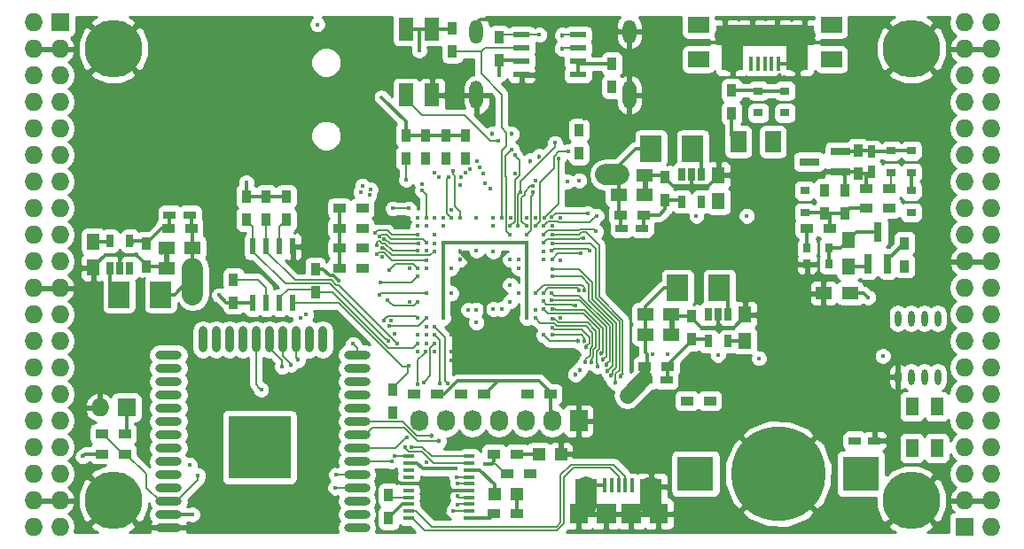
<source format=gbl>
G04 #@! TF.FileFunction,Copper,L4,Bot,Signal*
%FSLAX46Y46*%
G04 Gerber Fmt 4.6, Leading zero omitted, Abs format (unit mm)*
G04 Created by KiCad (PCBNEW 4.0.5+dfsg1-4) date Thu May 11 10:12:05 2017*
%MOMM*%
%LPD*%
G01*
G04 APERTURE LIST*
%ADD10C,0.100000*%
%ADD11R,3.500000X3.300000*%
%ADD12C,9.000000*%
%ADD13R,2.032000X1.524000*%
%ADD14R,2.000000X2.500000*%
%ADD15R,0.700000X1.200000*%
%ADD16R,1.250000X1.500000*%
%ADD17R,1.500000X1.250000*%
%ADD18R,1.524000X2.032000*%
%ADD19O,0.609600X1.473200*%
%ADD20R,0.800000X0.900000*%
%ADD21R,0.900000X0.800000*%
%ADD22R,0.800000X1.900000*%
%ADD23R,1.900000X0.800000*%
%ADD24R,1.200000X0.750000*%
%ADD25R,0.750000X1.200000*%
%ADD26R,1.200000X0.900000*%
%ADD27R,0.900000X1.200000*%
%ADD28O,1.300000X2.700000*%
%ADD29O,1.300000X2.300000*%
%ADD30R,0.600000X1.550000*%
%ADD31R,1.550000X0.600000*%
%ADD32O,2.500000X0.900000*%
%ADD33O,0.900000X2.500000*%
%ADD34R,6.000000X6.000000*%
%ADD35R,1.727200X1.727200*%
%ADD36O,1.727200X1.727200*%
%ADD37C,5.500000*%
%ADD38R,1.000000X0.400000*%
%ADD39R,1.200000X1.800000*%
%ADD40R,1.400000X2.200000*%
%ADD41R,1.727200X2.032000*%
%ADD42O,1.727200X2.032000*%
%ADD43R,1.198880X1.198880*%
%ADD44R,2.100000X1.600000*%
%ADD45R,1.900000X1.900000*%
%ADD46R,0.400000X1.350000*%
%ADD47R,1.800000X1.900000*%
%ADD48C,0.400000*%
%ADD49C,0.454000*%
%ADD50C,1.000000*%
%ADD51C,0.300000*%
%ADD52C,2.000000*%
%ADD53C,1.000000*%
%ADD54C,1.500000*%
%ADD55C,0.190000*%
%ADD56C,0.200000*%
%ADD57C,0.254000*%
G04 APERTURE END LIST*
D10*
D11*
X174390000Y-105870000D03*
X158590000Y-105870000D03*
D12*
X166490000Y-105870000D03*
D13*
X171570000Y-62944000D03*
X171570000Y-66246000D03*
D14*
X160870000Y-88090000D03*
X156870000Y-88090000D03*
D15*
X159825000Y-90600000D03*
X160775000Y-90600000D03*
X161725000Y-90600000D03*
X161725000Y-93200000D03*
X159825000Y-93200000D03*
D14*
X158330000Y-74755000D03*
X154330000Y-74755000D03*
D15*
X157285000Y-77235000D03*
X158235000Y-77235000D03*
X159185000Y-77235000D03*
X159185000Y-79835000D03*
X157285000Y-79835000D03*
D14*
X103530000Y-88725000D03*
X107530000Y-88725000D03*
D15*
X104575000Y-86215000D03*
X103625000Y-86215000D03*
X102675000Y-86215000D03*
X102675000Y-83615000D03*
X104575000Y-83615000D03*
D16*
X101085000Y-83665000D03*
X101085000Y-86165000D03*
D17*
X153810000Y-90630000D03*
X156310000Y-90630000D03*
X153810000Y-92535000D03*
X156310000Y-92535000D03*
D16*
X163315000Y-93150000D03*
X163315000Y-90650000D03*
D17*
X151270000Y-79200000D03*
X153770000Y-79200000D03*
X151270000Y-77295000D03*
X153770000Y-77295000D03*
D16*
X160775000Y-79815000D03*
X160775000Y-77315000D03*
D17*
X110590000Y-84280000D03*
X108090000Y-84280000D03*
X110590000Y-86185000D03*
X108090000Y-86185000D03*
D18*
X162680000Y-74120000D03*
X165982000Y-74120000D03*
D13*
X158870000Y-66246000D03*
X158870000Y-62944000D03*
D19*
X181730000Y-96599000D03*
X180460000Y-96599000D03*
X179190000Y-96599000D03*
X177920000Y-96599000D03*
X177920000Y-91011000D03*
X179190000Y-91011000D03*
X180460000Y-91011000D03*
X181730000Y-91011000D03*
D16*
X173221000Y-86038000D03*
X173221000Y-83538000D03*
D20*
X169250000Y-84280000D03*
X171350000Y-84280000D03*
D21*
X179190000Y-80885000D03*
X179190000Y-78785000D03*
X177285000Y-74975000D03*
X177285000Y-77075000D03*
X169030000Y-80885000D03*
X169030000Y-78785000D03*
D22*
X176965000Y-85780000D03*
X175065000Y-85780000D03*
X176015000Y-82780000D03*
D23*
X172435000Y-75075000D03*
X172435000Y-76975000D03*
X169435000Y-76025000D03*
D24*
X153910000Y-96910000D03*
X155810000Y-96910000D03*
X151570000Y-82375000D03*
X153470000Y-82375000D03*
X110290000Y-81105000D03*
X108390000Y-81105000D03*
D25*
X175380000Y-75075000D03*
X175380000Y-76975000D03*
D26*
X169200000Y-82375000D03*
X171400000Y-82375000D03*
D27*
X172840000Y-80935000D03*
X172840000Y-78735000D03*
D26*
X177115000Y-80470000D03*
X174915000Y-80470000D03*
D27*
X174110000Y-74925000D03*
X174110000Y-77125000D03*
X178555000Y-83815000D03*
X178555000Y-86015000D03*
D26*
X157770000Y-98885000D03*
X159970000Y-98885000D03*
D27*
X170935000Y-80935000D03*
X170935000Y-78735000D03*
X129280000Y-107900000D03*
X129280000Y-110100000D03*
D26*
X142825000Y-105870000D03*
X140625000Y-105870000D03*
X177115000Y-78565000D03*
X174915000Y-78565000D03*
X153760000Y-95640000D03*
X155960000Y-95640000D03*
X110440000Y-82375000D03*
X108240000Y-82375000D03*
X151420000Y-81105000D03*
X153620000Y-81105000D03*
D27*
X158235000Y-90800000D03*
X158235000Y-93000000D03*
X106165000Y-86015000D03*
X106165000Y-83815000D03*
X155695000Y-77465000D03*
X155695000Y-79665000D03*
D26*
X126782000Y-86185000D03*
X124582000Y-86185000D03*
X126782000Y-84279000D03*
X124582000Y-84279000D03*
X126782000Y-82375000D03*
X124582000Y-82375000D03*
X126782000Y-80470000D03*
X124582000Y-80470000D03*
D27*
X130930000Y-75687000D03*
X130930000Y-73487000D03*
X132835000Y-75687000D03*
X132835000Y-73487000D03*
X134740000Y-75687000D03*
X134740000Y-73487000D03*
X136645000Y-75687000D03*
X136645000Y-73487000D03*
D28*
X152280000Y-69650000D03*
X137680000Y-69650000D03*
D29*
X137680000Y-63600000D03*
X152280000Y-63600000D03*
D30*
X116325000Y-84120000D03*
X117595000Y-84120000D03*
X118865000Y-84120000D03*
X120135000Y-84120000D03*
X120135000Y-89520000D03*
X118865000Y-89520000D03*
X117595000Y-89520000D03*
X116325000Y-89520000D03*
D24*
X173795000Y-102695000D03*
X175695000Y-102695000D03*
D31*
X141980000Y-67705000D03*
X141980000Y-66435000D03*
X141980000Y-65165000D03*
X141980000Y-63895000D03*
X147380000Y-63895000D03*
X147380000Y-65165000D03*
X147380000Y-66435000D03*
X147380000Y-67705000D03*
D20*
X171350000Y-85804000D03*
X169250000Y-85804000D03*
D21*
X179190000Y-77075000D03*
X179190000Y-74975000D03*
D32*
X126260434Y-111030338D03*
X126260434Y-109760338D03*
X126260434Y-108490338D03*
X126260434Y-107220338D03*
X126260434Y-105950338D03*
X126260434Y-104680338D03*
X126260434Y-103410338D03*
X126260434Y-102140338D03*
X126260434Y-100870338D03*
X126260434Y-99600338D03*
X126260434Y-98330338D03*
X126260434Y-97060338D03*
X126260434Y-95790338D03*
X126260434Y-94520338D03*
D33*
X122975434Y-93030338D03*
X121705434Y-93030338D03*
X120435434Y-93030338D03*
X119165434Y-93030338D03*
X117895434Y-93030338D03*
X116625434Y-93030338D03*
X115355434Y-93030338D03*
X114085434Y-93030338D03*
X112815434Y-93030338D03*
X111545434Y-93030338D03*
D32*
X108260434Y-94520338D03*
X108260434Y-95790338D03*
X108260434Y-97060338D03*
X108260434Y-98330338D03*
X108260434Y-99600338D03*
X108260434Y-100870338D03*
X108260434Y-102140338D03*
X108260434Y-103410338D03*
X108260434Y-104680338D03*
X108260434Y-105950338D03*
X108260434Y-107220338D03*
X108260434Y-108490338D03*
X108260434Y-109760338D03*
X108260434Y-111030338D03*
D34*
X116960434Y-103330338D03*
D35*
X97910000Y-62690000D03*
D36*
X95370000Y-62690000D03*
X97910000Y-65230000D03*
X95370000Y-65230000D03*
X97910000Y-67770000D03*
X95370000Y-67770000D03*
X97910000Y-70310000D03*
X95370000Y-70310000D03*
X97910000Y-72850000D03*
X95370000Y-72850000D03*
X97910000Y-75390000D03*
X95370000Y-75390000D03*
X97910000Y-77930000D03*
X95370000Y-77930000D03*
X97910000Y-80470000D03*
X95370000Y-80470000D03*
X97910000Y-83010000D03*
X95370000Y-83010000D03*
X97910000Y-85550000D03*
X95370000Y-85550000D03*
X97910000Y-88090000D03*
X95370000Y-88090000D03*
X97910000Y-90630000D03*
X95370000Y-90630000D03*
X97910000Y-93170000D03*
X95370000Y-93170000D03*
X97910000Y-95710000D03*
X95370000Y-95710000D03*
X97910000Y-98250000D03*
X95370000Y-98250000D03*
X97910000Y-100790000D03*
X95370000Y-100790000D03*
X97910000Y-103330000D03*
X95370000Y-103330000D03*
X97910000Y-105870000D03*
X95370000Y-105870000D03*
X97910000Y-108410000D03*
X95370000Y-108410000D03*
X97910000Y-110950000D03*
X95370000Y-110950000D03*
D35*
X184270000Y-110950000D03*
D36*
X186810000Y-110950000D03*
X184270000Y-108410000D03*
X186810000Y-108410000D03*
X184270000Y-105870000D03*
X186810000Y-105870000D03*
X184270000Y-103330000D03*
X186810000Y-103330000D03*
X184270000Y-100790000D03*
X186810000Y-100790000D03*
X184270000Y-98250000D03*
X186810000Y-98250000D03*
X184270000Y-95710000D03*
X186810000Y-95710000D03*
X184270000Y-93170000D03*
X186810000Y-93170000D03*
X184270000Y-90630000D03*
X186810000Y-90630000D03*
X184270000Y-88090000D03*
X186810000Y-88090000D03*
X184270000Y-85550000D03*
X186810000Y-85550000D03*
X184270000Y-83010000D03*
X186810000Y-83010000D03*
X184270000Y-80470000D03*
X186810000Y-80470000D03*
X184270000Y-77930000D03*
X186810000Y-77930000D03*
X184270000Y-75390000D03*
X186810000Y-75390000D03*
X184270000Y-72850000D03*
X186810000Y-72850000D03*
X184270000Y-70310000D03*
X186810000Y-70310000D03*
X184270000Y-67770000D03*
X186810000Y-67770000D03*
X184270000Y-65230000D03*
X186810000Y-65230000D03*
X184270000Y-62690000D03*
X186810000Y-62690000D03*
D37*
X102990000Y-108410000D03*
X179190000Y-108410000D03*
X179190000Y-65230000D03*
X102990000Y-65230000D03*
D21*
X167125000Y-69260000D03*
X167125000Y-71360000D03*
X164585000Y-69260000D03*
X164585000Y-71360000D03*
D27*
X162045000Y-71410000D03*
X162045000Y-69210000D03*
X139820000Y-66330000D03*
X139820000Y-64130000D03*
X135375000Y-63300000D03*
X135375000Y-65500000D03*
X150615000Y-68870000D03*
X150615000Y-66670000D03*
X147440000Y-75220000D03*
X147440000Y-73020000D03*
D38*
X137005000Y-104215000D03*
X137005000Y-104865000D03*
X137005000Y-105515000D03*
X137005000Y-106165000D03*
X137005000Y-106815000D03*
X137005000Y-107465000D03*
X137005000Y-108115000D03*
X137005000Y-108765000D03*
X137005000Y-109415000D03*
X137005000Y-110065000D03*
X131205000Y-110065000D03*
X131205000Y-109415000D03*
X131205000Y-108765000D03*
X131205000Y-108115000D03*
X131205000Y-107465000D03*
X131205000Y-106815000D03*
X131205000Y-106165000D03*
X131205000Y-105515000D03*
X131205000Y-104865000D03*
X131205000Y-104215000D03*
D27*
X119500000Y-79370000D03*
X119500000Y-81570000D03*
X114480000Y-89500000D03*
X114480000Y-87300000D03*
X129660000Y-99985000D03*
X129660000Y-97785000D03*
X117595000Y-79370000D03*
X117595000Y-81570000D03*
X122280000Y-86300000D03*
X122280000Y-88500000D03*
X115690000Y-79370000D03*
X115690000Y-81570000D03*
D26*
X144730000Y-98250000D03*
X142530000Y-98250000D03*
X138380000Y-98250000D03*
X136180000Y-98250000D03*
X133935000Y-98250000D03*
X131735000Y-98250000D03*
X101890000Y-103965000D03*
X104090000Y-103965000D03*
D39*
X179260000Y-99425000D03*
X179260000Y-103425000D03*
X181660000Y-103425000D03*
X181660000Y-99425000D03*
D40*
X133450000Y-63350000D03*
X133450000Y-69650000D03*
X130950000Y-69650000D03*
X130950000Y-63350000D03*
D35*
X104260000Y-99520000D03*
D36*
X101720000Y-99520000D03*
D41*
X147440000Y-100790000D03*
D42*
X144900000Y-100790000D03*
X142360000Y-100790000D03*
X139820000Y-100790000D03*
X137280000Y-100790000D03*
X134740000Y-100790000D03*
X132200000Y-100790000D03*
D26*
X101890000Y-102060000D03*
X104090000Y-102060000D03*
D43*
X143630980Y-104000000D03*
X145729020Y-104000000D03*
X141504020Y-107775000D03*
X139405980Y-107775000D03*
D26*
X139355000Y-103965000D03*
X141555000Y-103965000D03*
X139355000Y-109680000D03*
X141555000Y-109680000D03*
D44*
X154350000Y-107130000D03*
X148150000Y-107130000D03*
D45*
X152450000Y-109680000D03*
X150050000Y-109680000D03*
D46*
X152550000Y-107005000D03*
X151900000Y-107005000D03*
X151250000Y-107005000D03*
X150600000Y-107005000D03*
X149950000Y-107005000D03*
D47*
X155050000Y-109680000D03*
X147450000Y-109680000D03*
D44*
X162120000Y-66510000D03*
X168320000Y-66510000D03*
D45*
X164020000Y-63960000D03*
X166420000Y-63960000D03*
D46*
X163920000Y-66635000D03*
X164570000Y-66635000D03*
X165220000Y-66635000D03*
X165870000Y-66635000D03*
X166520000Y-66635000D03*
D47*
X161420000Y-63960000D03*
X169020000Y-63960000D03*
D17*
X173330000Y-88600000D03*
X170830000Y-88600000D03*
D48*
X136085174Y-89394826D03*
X109340000Y-77930000D03*
X145680000Y-91000000D03*
X135280000Y-80600000D03*
X117480000Y-74800000D03*
X165080000Y-81200000D03*
X145680000Y-81400000D03*
X177280000Y-82200000D03*
X139080000Y-69600000D03*
X120430000Y-97050000D03*
X112880000Y-99400000D03*
X150080000Y-81600000D03*
X161080000Y-81400000D03*
X156280000Y-81200000D03*
X124080000Y-108600000D03*
X129680000Y-106600000D03*
X160480000Y-68000000D03*
X168990000Y-68600000D03*
X131280000Y-86200000D03*
X131280000Y-89400000D03*
X162560000Y-95000000D03*
X158080000Y-94600000D03*
X133690245Y-94180159D03*
D49*
X139312644Y-91359700D03*
D48*
X140874194Y-91433353D03*
X147987057Y-71874961D03*
X146490444Y-71976266D03*
X144992193Y-71935857D03*
X145680000Y-85422010D03*
X100017740Y-79439515D03*
X132880424Y-84565132D03*
X143480000Y-71900000D03*
X141986140Y-71899854D03*
X144080000Y-84600000D03*
X145680000Y-94200000D03*
X135280000Y-95000000D03*
X135280000Y-94200000D03*
X142480000Y-94200000D03*
X140880000Y-93400000D03*
X139280000Y-93400000D03*
X137680000Y-93400000D03*
X136080000Y-93400000D03*
X136880000Y-92600000D03*
X135280000Y-92600000D03*
X132880000Y-91800000D03*
X132880000Y-93400000D03*
X132880000Y-82200000D03*
D49*
X141042859Y-86994997D03*
X139280000Y-87000000D03*
X136110990Y-86995403D03*
X139280000Y-88600000D03*
X137680000Y-87000000D03*
X136080000Y-84600000D03*
D48*
X110529662Y-109760338D03*
X110280000Y-105000000D03*
X100080000Y-104200000D03*
X115690000Y-78010000D03*
X113080000Y-88800000D03*
X124480000Y-87400000D03*
X132203808Y-65402255D03*
X139820000Y-67770000D03*
X164653770Y-94825547D03*
X175080000Y-89000000D03*
X160734802Y-94505582D03*
X155945719Y-94444824D03*
X154480000Y-94400000D03*
X158680000Y-81200000D03*
X163480000Y-81200000D03*
X176480000Y-94600000D03*
D50*
X149710735Y-77289735D03*
D48*
X137665894Y-91402446D03*
X135273306Y-88618602D03*
X139272517Y-84611349D03*
X137680556Y-84534085D03*
X141680000Y-86200000D03*
X135280000Y-86200000D03*
X132880000Y-92600000D03*
X132080000Y-92600000D03*
X141680000Y-88600000D03*
X141680000Y-85400000D03*
X136885174Y-90194826D03*
D50*
X152095000Y-98400000D03*
D48*
X140094890Y-90122990D03*
X139280000Y-90122990D03*
X140880000Y-89400000D03*
X137680000Y-90172990D03*
X140880000Y-87800000D03*
X140880000Y-85400000D03*
D49*
X136080000Y-85400000D03*
D48*
X129541426Y-91206659D03*
X121408624Y-90632457D03*
X129813284Y-92511909D03*
X120880000Y-91000000D03*
X139280000Y-82200000D03*
D50*
X110593658Y-88756708D03*
D48*
X142480000Y-91000000D03*
X142480000Y-83800000D03*
X134480000Y-83800000D03*
X134480000Y-91000000D03*
X134970261Y-97236541D03*
X135884156Y-106800406D03*
X133680000Y-91800000D03*
D49*
X134074414Y-102752225D03*
D48*
X135855186Y-108022639D03*
X134198152Y-97269984D03*
D49*
X133449289Y-102232615D03*
D48*
X133680000Y-92600000D03*
X132606156Y-97170044D03*
X129563728Y-104680338D03*
X132918584Y-104800000D03*
X135853254Y-108792386D03*
X133685668Y-93402482D03*
X132846234Y-94197073D03*
X132090078Y-97276836D03*
X131019992Y-102364188D03*
X135471949Y-109409592D03*
X122480000Y-62900000D03*
D49*
X145851858Y-65189228D03*
X145873729Y-63920849D03*
D48*
X143680000Y-63900000D03*
X140080000Y-81400000D03*
X117121665Y-97817265D03*
X129373612Y-86363428D03*
X132080000Y-86200000D03*
X119130057Y-95662364D03*
D49*
X119978162Y-95412951D03*
X120634035Y-94977604D03*
D48*
X147480000Y-77822010D03*
X146387166Y-77918991D03*
X131453853Y-103296209D03*
D49*
X148653935Y-95239949D03*
D48*
X144885216Y-91021238D03*
D49*
X149619858Y-94378867D03*
D48*
X144885689Y-90132858D03*
D49*
X150895161Y-97104924D03*
D48*
X144890381Y-83866022D03*
D49*
X151426924Y-96525191D03*
D48*
X144894101Y-83022010D03*
D49*
X150518912Y-96497510D03*
D48*
X144901285Y-86268736D03*
D49*
X150197861Y-96013257D03*
D48*
X144888562Y-86993817D03*
D49*
X150072035Y-95446034D03*
D48*
X144877648Y-88622010D03*
D49*
X149779241Y-94944191D03*
D48*
X144869421Y-89288847D03*
D49*
X148110244Y-93760618D03*
D48*
X144882782Y-91877646D03*
D49*
X147402091Y-93209005D03*
D48*
X144080000Y-92600000D03*
D49*
X147982902Y-93193733D03*
D48*
X144882352Y-92577990D03*
X131191207Y-95514394D03*
X130123876Y-93413277D03*
X132080000Y-93400000D03*
X129280000Y-93200000D03*
X132080000Y-94200000D03*
X128649840Y-85087828D03*
X111080000Y-106000000D03*
X129212070Y-89291543D03*
X132080000Y-89444020D03*
X130839486Y-103354982D03*
X132880000Y-86200000D03*
X129880000Y-104200000D03*
X128388593Y-88745409D03*
X132880000Y-88600000D03*
X135778649Y-106163691D03*
X128476551Y-87584386D03*
X124253981Y-105982535D03*
X132080000Y-87000000D03*
X125899900Y-93452662D03*
X124202418Y-107207639D03*
X139782500Y-74073458D03*
D49*
X139185419Y-73378045D03*
X141029139Y-73391006D03*
X143625670Y-75521246D03*
X142775852Y-75939146D03*
D48*
X135058026Y-77491517D03*
X135274882Y-81390604D03*
X134480367Y-81390604D03*
X134058357Y-77465303D03*
X133668154Y-77111081D03*
X126773709Y-78308800D03*
X126604386Y-78926444D03*
X127445822Y-79226361D03*
X127566271Y-78713298D03*
X132504562Y-78200000D03*
X132505009Y-78796823D03*
X132884441Y-81391117D03*
X128013789Y-82814208D03*
X132084319Y-83022010D03*
X128395011Y-83178075D03*
X132886504Y-83777990D03*
X128874210Y-83399899D03*
X132117443Y-83866021D03*
X128177048Y-84021806D03*
X132032194Y-84565132D03*
X128656426Y-84243816D03*
X133671942Y-84595200D03*
X128146548Y-84865817D03*
X132875802Y-85421990D03*
D49*
X147131990Y-96348010D03*
X147526704Y-95921658D03*
D48*
X148074116Y-95229326D03*
X143280000Y-91000000D03*
X149207706Y-95605291D03*
X144082424Y-90132858D03*
X147125926Y-89802879D03*
X144035793Y-89397606D03*
X143281824Y-90201951D03*
X144080517Y-85397219D03*
X147611689Y-84811014D03*
X144886544Y-85385186D03*
X149110027Y-82710554D03*
X144080000Y-83000000D03*
X144885092Y-82177990D03*
X147470668Y-88324835D03*
X144082832Y-88584510D03*
X147997681Y-88324844D03*
X143278026Y-88595030D03*
X149131913Y-81202010D03*
X144076901Y-82186448D03*
X148337768Y-80975785D03*
X144866392Y-81333979D03*
X139280000Y-81400000D03*
X139030990Y-78600803D03*
X138474753Y-78117762D03*
X138291969Y-77164182D03*
X137754556Y-75974186D03*
X137974958Y-76577236D03*
X137680000Y-81400000D03*
X137023753Y-76742518D03*
X136645199Y-77109176D03*
X136170384Y-77530992D03*
X136102010Y-78268593D03*
X135473038Y-76949878D03*
X136080000Y-81400000D03*
X148441027Y-84498152D03*
X144877691Y-84532933D03*
X147904113Y-83328694D03*
X144080000Y-83800000D03*
X143019945Y-78903038D03*
X142473549Y-82998913D03*
X143086704Y-78380271D03*
X142457990Y-82191394D03*
X145494004Y-75718570D03*
X144146021Y-81374784D03*
X143323210Y-77837480D03*
X146456648Y-75056695D03*
X143302010Y-82194992D03*
X143302010Y-81381735D03*
X145172870Y-74240536D03*
X141853043Y-78968642D03*
X141657990Y-82130345D03*
X142457990Y-81382236D03*
X140924011Y-81375594D03*
X141346021Y-77170289D03*
X141046643Y-74873804D03*
X140864029Y-83041403D03*
X141329877Y-75415642D03*
X140902010Y-82179283D03*
X133680000Y-82977990D03*
X132080000Y-81400000D03*
X132080000Y-82177990D03*
X130976883Y-77755103D03*
X133680000Y-81400000D03*
X133680000Y-83822010D03*
X129376114Y-91707073D03*
X132880000Y-91000000D03*
X128848343Y-91177842D03*
X132077648Y-90977990D03*
X129680000Y-80500000D03*
X131180000Y-80500000D03*
X134480000Y-82200000D03*
X138500159Y-104911875D03*
X135680000Y-105400000D03*
D51*
X139080000Y-69600000D02*
X137730000Y-69600000D01*
X137730000Y-69600000D02*
X137680000Y-69650000D01*
X137680000Y-69650000D02*
X133450000Y-69650000D01*
X150130000Y-62400000D02*
X151330000Y-63600000D01*
X151330000Y-63600000D02*
X152280000Y-63600000D01*
X138080000Y-62400000D02*
X150130000Y-62400000D01*
X137680000Y-62800000D02*
X138080000Y-62400000D01*
X137680000Y-63600000D02*
X137680000Y-62800000D01*
X137680000Y-63600000D02*
X137680000Y-63000000D01*
X166520000Y-66635000D02*
X168195000Y-66635000D01*
X168195000Y-66635000D02*
X168320000Y-66510000D01*
X149950000Y-107005000D02*
X148275000Y-107005000D01*
X148275000Y-107005000D02*
X148150000Y-107130000D01*
X134345000Y-107465000D02*
X133695000Y-106815000D01*
X133695000Y-106815000D02*
X131205000Y-106815000D01*
X137005000Y-107465000D02*
X134345000Y-107465000D01*
X130190000Y-106600000D02*
X129680000Y-106600000D01*
X131205000Y-106815000D02*
X130405000Y-106815000D01*
X130405000Y-106815000D02*
X130190000Y-106600000D01*
X170080000Y-64600000D02*
X170680000Y-64600000D01*
X169020000Y-63960000D02*
X169440000Y-63960000D01*
X169440000Y-63960000D02*
X170080000Y-64600000D01*
X169020000Y-63960000D02*
X169240000Y-63960000D01*
X160480000Y-64600000D02*
X159480000Y-64600000D01*
X161120000Y-63960000D02*
X160480000Y-64600000D01*
X161420000Y-63960000D02*
X161120000Y-63960000D01*
X169240000Y-63960000D02*
X169880000Y-64600000D01*
D52*
X161420000Y-63960000D02*
X169020000Y-63960000D01*
X162120000Y-66510000D02*
X162120000Y-64660000D01*
D51*
X162120000Y-64660000D02*
X161420000Y-63960000D01*
D52*
X168320000Y-66510000D02*
X168320000Y-64660000D01*
D51*
X168320000Y-64660000D02*
X169020000Y-63960000D01*
D52*
X154350000Y-107130000D02*
X154350000Y-108980000D01*
D51*
X154350000Y-108980000D02*
X155050000Y-109680000D01*
D52*
X148150000Y-107130000D02*
X148150000Y-108980000D01*
D51*
X148150000Y-108980000D02*
X147450000Y-109680000D01*
X102210000Y-84915000D02*
X103625000Y-84915000D01*
X103625000Y-84915000D02*
X105215000Y-84915000D01*
X103625000Y-86215000D02*
X103625000Y-84915000D01*
X105215000Y-84915000D02*
X106165000Y-85865000D01*
X106165000Y-85865000D02*
X106165000Y-86015000D01*
X101085000Y-86165000D02*
X101085000Y-86040000D01*
X101085000Y-86040000D02*
X102210000Y-84915000D01*
X106165000Y-86015000D02*
X107920000Y-86015000D01*
X107920000Y-86015000D02*
X108090000Y-86185000D01*
X139085645Y-91132701D02*
X139312644Y-91359700D01*
X138480000Y-89400000D02*
X138480000Y-90527056D01*
X139280000Y-88600000D02*
X138480000Y-89400000D01*
X138480000Y-90527056D02*
X139085645Y-91132701D01*
X153770000Y-77295000D02*
X155525000Y-77295000D01*
X155525000Y-77295000D02*
X155695000Y-77465000D01*
X153770000Y-79200000D02*
X153770000Y-77295000D01*
X174110000Y-77125000D02*
X174745000Y-77125000D01*
X174745000Y-77125000D02*
X175230000Y-77125000D01*
X174915000Y-78565000D02*
X174915000Y-77295000D01*
X174915000Y-77295000D02*
X174745000Y-77125000D01*
X172840000Y-78735000D02*
X172840000Y-77380000D01*
X172840000Y-77380000D02*
X172435000Y-76975000D01*
X175230000Y-77125000D02*
X175380000Y-76975000D01*
X172435000Y-76975000D02*
X173960000Y-76975000D01*
X173960000Y-76975000D02*
X174110000Y-77125000D01*
X137680000Y-86200000D02*
X137680000Y-86600000D01*
X136080000Y-84600000D02*
X137680000Y-86200000D01*
X159850000Y-78365000D02*
X158235000Y-78365000D01*
X158235000Y-78365000D02*
X156445000Y-78365000D01*
X158235000Y-77235000D02*
X158235000Y-78365000D01*
X160775000Y-77315000D02*
X160775000Y-77440000D01*
X160775000Y-77440000D02*
X159850000Y-78365000D01*
X156445000Y-78365000D02*
X155695000Y-77615000D01*
X155695000Y-77615000D02*
X155695000Y-77465000D01*
X156310000Y-90630000D02*
X156310000Y-92535000D01*
X158235000Y-90800000D02*
X156480000Y-90800000D01*
X156480000Y-90800000D02*
X156310000Y-90630000D01*
X163315000Y-90650000D02*
X163315000Y-90834602D01*
X163315000Y-90834602D02*
X162249602Y-91900000D01*
X162249602Y-91900000D02*
X160775000Y-91900000D01*
X101085000Y-86165000D02*
X101085000Y-85929893D01*
X106165000Y-85944374D02*
X106165000Y-86015000D01*
X159185000Y-91900000D02*
X160775000Y-91900000D01*
X160775000Y-90600000D02*
X160775000Y-91900000D01*
X158235000Y-90800000D02*
X158235000Y-90950000D01*
X158235000Y-90950000D02*
X159185000Y-91900000D01*
X108090000Y-84280000D02*
X108090000Y-86185000D01*
X107625000Y-84745000D02*
X108090000Y-84280000D01*
X108070000Y-84260000D02*
X108090000Y-84280000D01*
X141037856Y-87000000D02*
X141042859Y-86994997D01*
X139280000Y-87000000D02*
X141037856Y-87000000D01*
X136432016Y-86995403D02*
X136110990Y-86995403D01*
X137284597Y-86995403D02*
X136432016Y-86995403D01*
X137680000Y-86600000D02*
X137284597Y-86995403D01*
X137680000Y-86600000D02*
X137680000Y-87000000D01*
X161725000Y-93200000D02*
X163265000Y-93200000D01*
X163265000Y-93200000D02*
X163315000Y-93150000D01*
X173221000Y-86038000D02*
X174807000Y-86038000D01*
X174807000Y-86038000D02*
X175065000Y-85780000D01*
X162045000Y-71410000D02*
X162045000Y-73485000D01*
X162045000Y-73485000D02*
X162680000Y-74120000D01*
X101085000Y-83665000D02*
X102625000Y-83665000D01*
X102625000Y-83665000D02*
X102675000Y-83615000D01*
X108260434Y-109760338D02*
X110529662Y-109760338D01*
X179190000Y-77075000D02*
X179190000Y-78785000D01*
X100315000Y-103965000D02*
X100080000Y-104200000D01*
X101890000Y-103965000D02*
X100315000Y-103965000D01*
X115690000Y-79370000D02*
X115690000Y-78010000D01*
X117595000Y-79370000D02*
X119500000Y-79370000D01*
X115690000Y-79370000D02*
X117595000Y-79370000D01*
X114480000Y-89500000D02*
X113780000Y-89500000D01*
X113780000Y-89500000D02*
X113080000Y-88800000D01*
X114480000Y-89500000D02*
X116305000Y-89500000D01*
X116305000Y-89500000D02*
X116325000Y-89520000D01*
X123030000Y-86300000D02*
X123642001Y-86912001D01*
X122280000Y-86300000D02*
X123030000Y-86300000D01*
X123992001Y-86912001D02*
X124480000Y-87400000D01*
X123642001Y-86912001D02*
X123992001Y-86912001D01*
X135901398Y-96980000D02*
X139800000Y-96980000D01*
X134631398Y-98250000D02*
X135901398Y-96980000D01*
X133935000Y-98250000D02*
X134631398Y-98250000D01*
X144900000Y-98250000D02*
X144730000Y-98250000D01*
X143630000Y-96980000D02*
X144900000Y-98250000D01*
X139800000Y-96980000D02*
X143630000Y-96980000D01*
X138380000Y-98250000D02*
X138530000Y-98250000D01*
X138530000Y-98250000D02*
X139800000Y-96980000D01*
X144730000Y-98250000D02*
X144730000Y-100620000D01*
X144730000Y-100620000D02*
X144900000Y-100790000D01*
X132203808Y-65119413D02*
X132203808Y-65402255D01*
X132203808Y-63353808D02*
X132203808Y-65119413D01*
X132200000Y-63350000D02*
X132203808Y-63353808D01*
X132200000Y-63350000D02*
X133450000Y-63350000D01*
X130950000Y-63350000D02*
X132200000Y-63350000D01*
X133450000Y-63350000D02*
X135325000Y-63350000D01*
X135325000Y-63350000D02*
X135375000Y-63300000D01*
X139820000Y-66330000D02*
X141875000Y-66330000D01*
X141875000Y-66330000D02*
X141980000Y-66435000D01*
X139820000Y-66330000D02*
X139820000Y-67770000D01*
X173330000Y-88600000D02*
X174680000Y-88600000D01*
X174680000Y-88600000D02*
X175080000Y-89000000D01*
D53*
X151270000Y-77295000D02*
X151264735Y-77289735D01*
D52*
X151264735Y-77289735D02*
X149993577Y-77289735D01*
D53*
X149993577Y-77289735D02*
X149710735Y-77289735D01*
D51*
X151270000Y-77295000D02*
X151270000Y-76370000D01*
X152885000Y-74755000D02*
X153030000Y-74755000D01*
X151270000Y-76370000D02*
X152885000Y-74755000D01*
X153030000Y-74755000D02*
X154330000Y-74755000D01*
X151420000Y-81105000D02*
X151420000Y-82225000D01*
X151420000Y-82225000D02*
X151570000Y-82375000D01*
X151270000Y-79200000D02*
X151270000Y-80955000D01*
X151270000Y-80955000D02*
X151420000Y-81105000D01*
X151270000Y-77295000D02*
X151270000Y-79200000D01*
X151790000Y-76775000D02*
X151270000Y-77295000D01*
X160870000Y-88090000D02*
X161725000Y-88945000D01*
X161725000Y-88945000D02*
X161725000Y-90600000D01*
X159185000Y-77235000D02*
X159185000Y-75610000D01*
X159185000Y-75610000D02*
X158330000Y-74755000D01*
D54*
X153733519Y-96686345D02*
X153733519Y-96761481D01*
X153733519Y-96761481D02*
X152095000Y-98400000D01*
D51*
X154110000Y-95710000D02*
X154110000Y-96385000D01*
X156870000Y-88090000D02*
X155570000Y-88090000D01*
X155570000Y-88090000D02*
X153810000Y-89850000D01*
X153810000Y-89850000D02*
X153810000Y-90630000D01*
X153960000Y-94440000D02*
X153960000Y-95560000D01*
X153960000Y-95560000D02*
X154110000Y-95710000D01*
X153810000Y-92535000D02*
X153810000Y-94290000D01*
X153810000Y-94290000D02*
X153960000Y-94440000D01*
X153810000Y-92535000D02*
X153810000Y-90630000D01*
X153695000Y-90515000D02*
X153810000Y-90630000D01*
X155960000Y-95640000D02*
X155960000Y-96760000D01*
X155960000Y-96760000D02*
X155810000Y-96910000D01*
X156010000Y-95375000D02*
X158235000Y-93150000D01*
X156010000Y-95710000D02*
X156010000Y-95375000D01*
X158235000Y-93150000D02*
X158235000Y-93000000D01*
X158235000Y-93000000D02*
X159625000Y-93000000D01*
X159625000Y-93000000D02*
X159825000Y-93200000D01*
X110590000Y-88753050D02*
X110593658Y-88756708D01*
D52*
X110590000Y-86185000D02*
X110590000Y-88753050D01*
D51*
X107530000Y-88725000D02*
X108830000Y-88725000D01*
X108830000Y-88725000D02*
X110590000Y-86965000D01*
X110590000Y-86965000D02*
X110590000Y-86185000D01*
X142480000Y-83800000D02*
X142480000Y-91000000D01*
X134480000Y-83800000D02*
X142480000Y-83800000D01*
X134480000Y-91000000D02*
X134480000Y-83800000D01*
X110440000Y-82375000D02*
X110440000Y-81255000D01*
X110440000Y-81255000D02*
X110290000Y-81105000D01*
X110590000Y-84280000D02*
X110590000Y-82525000D01*
X110590000Y-82525000D02*
X110440000Y-82375000D01*
X110590000Y-86185000D02*
X110590000Y-84280000D01*
X110070000Y-86705000D02*
X110590000Y-86185000D01*
X102675000Y-86215000D02*
X102675000Y-87870000D01*
X102675000Y-87870000D02*
X103530000Y-88725000D01*
X169030000Y-80885000D02*
X170885000Y-80885000D01*
X170885000Y-80885000D02*
X170935000Y-80935000D01*
X170935000Y-80935000D02*
X171570000Y-80935000D01*
X171570000Y-80935000D02*
X172840000Y-80935000D01*
X171400000Y-82375000D02*
X171400000Y-81105000D01*
X171400000Y-81105000D02*
X171570000Y-80935000D01*
X174915000Y-80470000D02*
X173305000Y-80470000D01*
X173305000Y-80470000D02*
X172840000Y-80935000D01*
X153620000Y-81105000D02*
X155155000Y-81105000D01*
X155155000Y-81105000D02*
X155695000Y-80565000D01*
X155695000Y-80565000D02*
X155695000Y-79665000D01*
X153620000Y-81105000D02*
X153620000Y-82225000D01*
X153620000Y-82225000D02*
X153470000Y-82375000D01*
X155695000Y-79665000D02*
X157115000Y-79665000D01*
X157115000Y-79665000D02*
X157285000Y-79835000D01*
X155525000Y-79835000D02*
X155695000Y-79665000D01*
X108240000Y-82375000D02*
X107605000Y-82375000D01*
X107605000Y-82375000D02*
X106165000Y-83815000D01*
X104575000Y-83615000D02*
X105965000Y-83615000D01*
X105965000Y-83615000D02*
X106165000Y-83815000D01*
X104775000Y-83815000D02*
X104575000Y-83615000D01*
X108070000Y-82545000D02*
X108240000Y-82375000D01*
X108390000Y-81105000D02*
X108390000Y-82225000D01*
X108390000Y-82225000D02*
X108240000Y-82375000D01*
D55*
X134680000Y-92800000D02*
X134680000Y-96946280D01*
X133680000Y-91800000D02*
X134680000Y-92800000D01*
X134770262Y-97036542D02*
X134970261Y-97236541D01*
X134680000Y-96946280D02*
X134770262Y-97036542D01*
X130774333Y-101500338D02*
X132026220Y-102752225D01*
X127700434Y-101500338D02*
X130774333Y-101500338D01*
X126260434Y-102140338D02*
X127060434Y-102140338D01*
X127060434Y-102140338D02*
X127700434Y-101500338D01*
X132026220Y-102752225D02*
X133753388Y-102752225D01*
X133753388Y-102752225D02*
X134074414Y-102752225D01*
X137005000Y-106815000D02*
X135898750Y-106815000D01*
X135898750Y-106815000D02*
X135884156Y-106800406D01*
X137005000Y-108115000D02*
X135947547Y-108115000D01*
X135947547Y-108115000D02*
X135855186Y-108022639D01*
X134198152Y-93118152D02*
X134198152Y-96987142D01*
X133680000Y-92600000D02*
X134198152Y-93118152D01*
X134198152Y-96987142D02*
X134198152Y-97269984D01*
X133128263Y-102232615D02*
X133449289Y-102232615D01*
X131954931Y-102232615D02*
X133128263Y-102232615D01*
X126260434Y-100870338D02*
X130592654Y-100870338D01*
X130592654Y-100870338D02*
X131954931Y-102232615D01*
X133268244Y-93819906D02*
X133268244Y-96507956D01*
X133685668Y-93402482D02*
X133268244Y-93819906D01*
X133268244Y-96507956D02*
X132806155Y-96970045D01*
X132806155Y-96970045D02*
X132606156Y-97170044D01*
X126260434Y-104680338D02*
X129563728Y-104680338D01*
X137005000Y-108765000D02*
X135880640Y-108765000D01*
X135880640Y-108765000D02*
X135853254Y-108792386D01*
X132646235Y-94397072D02*
X132846234Y-94197073D01*
X132090078Y-94953229D02*
X132646235Y-94397072D01*
X132090078Y-97276836D02*
X132090078Y-94953229D01*
X129973842Y-103410338D02*
X130819993Y-102564187D01*
X126260434Y-103410338D02*
X129973842Y-103410338D01*
X130819993Y-102564187D02*
X131019992Y-102364188D01*
X137005000Y-109415000D02*
X135477357Y-109415000D01*
X135477357Y-109415000D02*
X135471949Y-109409592D01*
D51*
X176015000Y-82780000D02*
X173979000Y-82780000D01*
X173979000Y-82780000D02*
X173221000Y-83538000D01*
X171350000Y-84280000D02*
X172479000Y-84280000D01*
X172479000Y-84280000D02*
X173221000Y-83538000D01*
X171350000Y-84280000D02*
X171350000Y-85804000D01*
X177285000Y-74975000D02*
X179190000Y-74975000D01*
X175380000Y-75075000D02*
X177185000Y-75075000D01*
X177185000Y-75075000D02*
X177285000Y-74975000D01*
X174110000Y-74925000D02*
X175230000Y-74925000D01*
X175230000Y-74925000D02*
X175380000Y-75075000D01*
X172435000Y-75075000D02*
X173960000Y-75075000D01*
X173960000Y-75075000D02*
X174110000Y-74925000D01*
X169200000Y-82375000D02*
X169200000Y-84230000D01*
X169200000Y-84230000D02*
X169250000Y-84280000D01*
X176965000Y-85780000D02*
X176965000Y-85405000D01*
X176965000Y-85405000D02*
X178555000Y-83815000D01*
D55*
X177285000Y-77075000D02*
X177285000Y-78395000D01*
X177285000Y-78395000D02*
X177115000Y-78565000D01*
D51*
X124582000Y-84279000D02*
X124582000Y-86185000D01*
X124582000Y-82375000D02*
X124582000Y-84279000D01*
X124582000Y-80470000D02*
X124582000Y-82375000D01*
X128779999Y-70060978D02*
X128580000Y-69860979D01*
X130930000Y-72210979D02*
X128779999Y-70060978D01*
X130930000Y-73487000D02*
X130930000Y-72210979D01*
X134740000Y-73487000D02*
X136645000Y-73487000D01*
X132835000Y-73487000D02*
X134740000Y-73487000D01*
X130930000Y-73487000D02*
X132835000Y-73487000D01*
D55*
X145876086Y-65165000D02*
X145851858Y-65189228D01*
X147380000Y-65165000D02*
X145876086Y-65165000D01*
X145899578Y-63895000D02*
X145873729Y-63920849D01*
X147380000Y-63895000D02*
X145899578Y-63895000D01*
X143680000Y-63900000D02*
X141985000Y-63900000D01*
X141985000Y-63900000D02*
X141980000Y-63895000D01*
X141980000Y-63895000D02*
X140055000Y-63895000D01*
X140055000Y-63895000D02*
X139820000Y-64130000D01*
X138115000Y-67635000D02*
X138115000Y-65500000D01*
X140080000Y-69600000D02*
X138115000Y-67635000D01*
X140513618Y-73234098D02*
X140080000Y-72800480D01*
X140080000Y-74951680D02*
X140513618Y-74518062D01*
X140080000Y-72800480D02*
X140080000Y-69600000D01*
X140513618Y-74518062D02*
X140513618Y-73234098D01*
X140080000Y-81400000D02*
X140080000Y-74951680D01*
X135375000Y-65500000D02*
X138115000Y-65500000D01*
X138115000Y-65500000D02*
X138450000Y-65165000D01*
X138450000Y-65165000D02*
X141980000Y-65165000D01*
D51*
X147380000Y-67705000D02*
X147380000Y-66435000D01*
X150615000Y-66670000D02*
X147615000Y-66670000D01*
X147615000Y-66670000D02*
X147380000Y-66435000D01*
D55*
X129959041Y-85777999D02*
X129573611Y-86163429D01*
X129573611Y-86163429D02*
X129373612Y-86363428D01*
X131657999Y-85777999D02*
X129959041Y-85777999D01*
X132080000Y-86200000D02*
X131657999Y-85777999D01*
X116921666Y-97617266D02*
X117121665Y-97817265D01*
X116625434Y-97321034D02*
X116921666Y-97617266D01*
X116625434Y-93030338D02*
X116625434Y-97321034D01*
X119130057Y-95379522D02*
X119130057Y-95662364D01*
X119130057Y-95064961D02*
X119130057Y-95379522D01*
X117895434Y-93830338D02*
X119130057Y-95064961D01*
X117895434Y-93030338D02*
X117895434Y-93830338D01*
X119751163Y-95185952D02*
X119978162Y-95412951D01*
X119165434Y-93030338D02*
X119165434Y-94600223D01*
X119165434Y-94600223D02*
X119751163Y-95185952D01*
X120435434Y-93030338D02*
X120435434Y-94779003D01*
X120435434Y-94779003D02*
X120634035Y-94977604D01*
D51*
X164585000Y-69260000D02*
X167125000Y-69260000D01*
X162045000Y-69210000D02*
X164535000Y-69210000D01*
X164535000Y-69210000D02*
X164585000Y-69260000D01*
D55*
X131205000Y-108115000D02*
X129495000Y-108115000D01*
X129495000Y-108115000D02*
X129280000Y-107900000D01*
X131736695Y-103296209D02*
X131453853Y-103296209D01*
X132487676Y-103296209D02*
X131736695Y-103296209D01*
X133406467Y-104215000D02*
X132487676Y-103296209D01*
X137005000Y-104215000D02*
X133406467Y-104215000D01*
X137005000Y-104215000D02*
X136705000Y-104215000D01*
X148853846Y-94719012D02*
X148653935Y-94918923D01*
X148295267Y-91422001D02*
X149087633Y-92214367D01*
X148853846Y-94032036D02*
X148853846Y-94719012D01*
X145477439Y-91422001D02*
X148295267Y-91422001D01*
X145076676Y-91021238D02*
X145477439Y-91422001D01*
X149087633Y-92214367D02*
X149087633Y-93798249D01*
X149087633Y-93798249D02*
X148853846Y-94032036D01*
X144885216Y-91021238D02*
X145076676Y-91021238D01*
X148653935Y-94918923D02*
X148653935Y-95239949D01*
X147994787Y-90224881D02*
X149751857Y-91981951D01*
X144885689Y-90132858D02*
X145168531Y-90132858D01*
X149751857Y-91981951D02*
X149751857Y-94246868D01*
X145168531Y-90132858D02*
X145260554Y-90224881D01*
X145260554Y-90224881D02*
X147994787Y-90224881D01*
X149751857Y-94246868D02*
X149619858Y-94378867D01*
D56*
X150895161Y-96783898D02*
X150895161Y-97104924D01*
X150972914Y-96706145D02*
X150895161Y-96783898D01*
X150972914Y-96325685D02*
X150972914Y-96706145D01*
D55*
X149053712Y-89042202D02*
X151336912Y-91325401D01*
X144890381Y-83866022D02*
X148584987Y-83866022D01*
X149053712Y-84334747D02*
X149053712Y-89042202D01*
X151336912Y-91325401D02*
X151336912Y-95961687D01*
X148584987Y-83866022D02*
X149053712Y-84334747D01*
X151336912Y-95961687D02*
X150972914Y-96325685D01*
X151653923Y-91194092D02*
X149370723Y-88910892D01*
X147701551Y-82785128D02*
X147464669Y-83022010D01*
X147464669Y-83022010D02*
X144894101Y-83022010D01*
X148106675Y-82785128D02*
X147701551Y-82785128D01*
X151653923Y-96298192D02*
X151653923Y-91194092D01*
X149370723Y-88910892D02*
X149370723Y-84049176D01*
X149370723Y-84049176D02*
X148106675Y-82785128D01*
X151693951Y-96258164D02*
X151653923Y-96298192D01*
X151653923Y-96298192D02*
X151426924Y-96525191D01*
X150650710Y-96047648D02*
X150650710Y-96365712D01*
X150650710Y-96365712D02*
X150518912Y-96497510D01*
X151019901Y-95678457D02*
X150650710Y-96047648D01*
X148736701Y-89173512D02*
X151019901Y-91456711D01*
X147421619Y-86268736D02*
X148736701Y-87583818D01*
X144901285Y-86268736D02*
X147421619Y-86268736D01*
X148736701Y-87583818D02*
X148736701Y-89173512D01*
X151019901Y-91456711D02*
X151019901Y-95678457D01*
X148419690Y-87715128D02*
X148419690Y-89304822D01*
X148419690Y-89304822D02*
X150702890Y-91588021D01*
X144888562Y-86993817D02*
X147698379Y-86993817D01*
X150702890Y-91588021D02*
X150702890Y-95508228D01*
X150424860Y-95786258D02*
X150197861Y-96013257D01*
X147698379Y-86993817D02*
X148419690Y-87715128D01*
X150702890Y-95508228D02*
X150424860Y-95786258D01*
X150299034Y-95219035D02*
X150072035Y-95446034D01*
X145077647Y-88822009D02*
X147488557Y-88822009D01*
X147488557Y-88822009D02*
X150385879Y-91719331D01*
X150385879Y-95132190D02*
X150299034Y-95219035D01*
X144877648Y-88622010D02*
X145077647Y-88822009D01*
X150385879Y-91719331D02*
X150385879Y-95132190D01*
X150068868Y-91850641D02*
X150068868Y-94654564D01*
X147507074Y-89288847D02*
X150068868Y-91850641D01*
X150006240Y-94717192D02*
X149779241Y-94944191D01*
X150068868Y-94654564D02*
X150006240Y-94717192D01*
X144869421Y-89288847D02*
X147507074Y-89288847D01*
X147695842Y-92077645D02*
X148453611Y-92835414D01*
X145082781Y-92077645D02*
X147695842Y-92077645D01*
X144882782Y-91877646D02*
X145082781Y-92077645D01*
X148337243Y-93533619D02*
X148110244Y-93760618D01*
X148453611Y-93417251D02*
X148337243Y-93533619D01*
X148453611Y-92835414D02*
X148453611Y-93417251D01*
X147081065Y-93209005D02*
X147402091Y-93209005D01*
X144689005Y-93209005D02*
X147081065Y-93209005D01*
X144080000Y-92600000D02*
X144689005Y-93209005D01*
X147982902Y-92872707D02*
X147982902Y-93193733D01*
X147688185Y-92577990D02*
X147982902Y-92872707D01*
X144882352Y-92577990D02*
X147688185Y-92577990D01*
X118865000Y-84120000D02*
X118865000Y-82205000D01*
X118865000Y-82205000D02*
X119500000Y-81570000D01*
X116780000Y-87300000D02*
X117595000Y-88115000D01*
X117595000Y-88115000D02*
X117595000Y-89520000D01*
X114480000Y-87300000D02*
X116780000Y-87300000D01*
X130652214Y-95645097D02*
X131121911Y-95645097D01*
X120135000Y-89520000D02*
X124527117Y-89520000D01*
X124527117Y-89520000D02*
X130652214Y-95645097D01*
X131121911Y-96173089D02*
X131121911Y-95645097D01*
X131121911Y-95645097D02*
X131191207Y-95575801D01*
X131191207Y-95575801D02*
X131191207Y-95514394D01*
X129660000Y-97785000D02*
X129660000Y-97635000D01*
X129660000Y-97635000D02*
X131121911Y-96173089D01*
X129923877Y-93213278D02*
X130123876Y-93413277D01*
X124277438Y-87822002D02*
X124526564Y-87822002D01*
X117595000Y-84120000D02*
X117595000Y-84595000D01*
X129917840Y-93213278D02*
X129923877Y-93213278D01*
X124526564Y-87822002D02*
X129917840Y-93213278D01*
X120360988Y-87360988D02*
X123816424Y-87360988D01*
X117595000Y-84595000D02*
X120360988Y-87360988D01*
X123816424Y-87360988D02*
X124277438Y-87822002D01*
X117595000Y-84120000D02*
X117595000Y-81570000D01*
X122280000Y-88500000D02*
X122031234Y-88251234D01*
X122031234Y-88251234D02*
X119658766Y-88251234D01*
X119658766Y-88251234D02*
X118865000Y-89045000D01*
X118865000Y-89045000D02*
X118865000Y-89520000D01*
X132080000Y-93400000D02*
X131635989Y-93844011D01*
X131635989Y-93844011D02*
X129299449Y-93844011D01*
X129299449Y-93844011D02*
X123955438Y-88500000D01*
X123955438Y-88500000D02*
X122280000Y-88500000D01*
X129080001Y-93000001D02*
X129280000Y-93200000D01*
X129007116Y-93000001D02*
X129080001Y-93000001D01*
X119407999Y-87677999D02*
X123685114Y-87677999D01*
X116325000Y-84595000D02*
X119407999Y-87677999D01*
X123685114Y-87677999D02*
X129007116Y-93000001D01*
X116325000Y-84120000D02*
X116325000Y-84595000D01*
X116325000Y-84120000D02*
X116325000Y-82205000D01*
X116325000Y-82205000D02*
X115690000Y-81570000D01*
X111080000Y-106000000D02*
X111080000Y-106470772D01*
X111080000Y-106470772D02*
X109060434Y-108490338D01*
X109060434Y-108490338D02*
X108260434Y-108490338D01*
X106165000Y-105890000D02*
X106165000Y-107194904D01*
X106165000Y-107194904D02*
X107460434Y-108490338D01*
X107460434Y-108490338D02*
X108260434Y-108490338D01*
X104090000Y-103965000D02*
X104240000Y-103965000D01*
X104240000Y-103965000D02*
X106165000Y-105890000D01*
X101890000Y-102060000D02*
X102040000Y-102060000D01*
X102040000Y-102060000D02*
X103945000Y-103965000D01*
X103945000Y-103965000D02*
X104090000Y-103965000D01*
X129412069Y-89491542D02*
X129212070Y-89291543D01*
X131702019Y-89822001D02*
X129742528Y-89822001D01*
X132080000Y-89444020D02*
X131702019Y-89822001D01*
X129742528Y-89822001D02*
X129412069Y-89491542D01*
X133608146Y-104865000D02*
X132461356Y-103718210D01*
X132461356Y-103718210D02*
X131202714Y-103718210D01*
X131039485Y-103554981D02*
X130839486Y-103354982D01*
X131202714Y-103718210D02*
X131039485Y-103554981D01*
X137005000Y-104865000D02*
X133608146Y-104865000D01*
X137005000Y-104865000D02*
X136315000Y-104865000D01*
X130500000Y-104200000D02*
X129880000Y-104200000D01*
X131205000Y-104215000D02*
X130515000Y-104215000D01*
X130515000Y-104215000D02*
X130500000Y-104200000D01*
X132880000Y-88600000D02*
X128534002Y-88600000D01*
X128534002Y-88600000D02*
X128388593Y-88745409D01*
X137005000Y-106165000D02*
X135779958Y-106165000D01*
X135779958Y-106165000D02*
X135778649Y-106163691D01*
X136940000Y-106100000D02*
X137005000Y-106165000D01*
X131495614Y-87584386D02*
X128759393Y-87584386D01*
X128759393Y-87584386D02*
X128476551Y-87584386D01*
X132080000Y-87000000D02*
X131495614Y-87584386D01*
X126260434Y-105950338D02*
X124286178Y-105950338D01*
X124286178Y-105950338D02*
X124253981Y-105982535D01*
X126099899Y-93652661D02*
X125899900Y-93452662D01*
X126260434Y-93813196D02*
X126099899Y-93652661D01*
X126260434Y-94520338D02*
X126260434Y-93813196D01*
X126260434Y-107220338D02*
X124215117Y-107220338D01*
X124215117Y-107220338D02*
X124202418Y-107207639D01*
X139007987Y-74073458D02*
X139499658Y-74073458D01*
X130950000Y-69650000D02*
X130950000Y-70050000D01*
X132500000Y-71600000D02*
X136534529Y-71600000D01*
X136534529Y-71600000D02*
X139007987Y-74073458D01*
X130950000Y-70050000D02*
X132500000Y-71600000D01*
X139499658Y-74073458D02*
X139782500Y-74073458D01*
X146936142Y-105298181D02*
X150408181Y-105298181D01*
X146033671Y-110644713D02*
X146033671Y-106200652D01*
X150408181Y-105298181D02*
X151250000Y-106140000D01*
X151250000Y-106140000D02*
X151250000Y-107005000D01*
X132740000Y-111300000D02*
X145378384Y-111300000D01*
X145378384Y-111300000D02*
X146033671Y-110644713D01*
X146033671Y-106200652D02*
X146936142Y-105298181D01*
X131505000Y-110065000D02*
X132740000Y-111300000D01*
X131205000Y-110065000D02*
X131505000Y-110065000D01*
X145315793Y-110914270D02*
X145716660Y-110513403D01*
X131205000Y-109415000D02*
X131895000Y-109415000D01*
X146728058Y-104981170D02*
X150741170Y-104981170D01*
X131895000Y-109415000D02*
X133394270Y-110914270D01*
X133394270Y-110914270D02*
X145315793Y-110914270D01*
X145716660Y-110513403D02*
X145716660Y-105992568D01*
X145716660Y-105992568D02*
X146728058Y-104981170D01*
X150741170Y-104981170D02*
X151900000Y-106140000D01*
X151900000Y-106140000D02*
X151900000Y-107005000D01*
X135274882Y-81390604D02*
X134857999Y-80973721D01*
X134858027Y-77691516D02*
X135058026Y-77491517D01*
X134857999Y-77691544D02*
X134858027Y-77691516D01*
X134857999Y-80973721D02*
X134857999Y-77691544D01*
X132705008Y-78996822D02*
X132505009Y-78796823D01*
X132884441Y-81391117D02*
X132884441Y-79176255D01*
X132884441Y-79176255D02*
X132705008Y-78996822D01*
X129568600Y-83022010D02*
X129160799Y-82614209D01*
X128213788Y-82614209D02*
X128013789Y-82814208D01*
X132084319Y-83022010D02*
X129568600Y-83022010D01*
X129160799Y-82614209D02*
X128213788Y-82614209D01*
X132886504Y-83777990D02*
X132552525Y-83444011D01*
X129075659Y-82977390D02*
X128595696Y-82977390D01*
X128595696Y-82977390D02*
X128595010Y-82978076D01*
X132552525Y-83444011D02*
X129542280Y-83444011D01*
X128595010Y-82978076D02*
X128395011Y-83178075D01*
X129542280Y-83444011D02*
X129075659Y-82977390D01*
X128932099Y-83399899D02*
X128874210Y-83399899D01*
X129398221Y-83866021D02*
X128932099Y-83399899D01*
X132117443Y-83866021D02*
X129398221Y-83866021D01*
X128452520Y-83602773D02*
X128313239Y-83602773D01*
X132032194Y-84565132D02*
X129642019Y-84565132D01*
X128313239Y-83602773D02*
X128177048Y-83738964D01*
X128671648Y-83821901D02*
X128452520Y-83602773D01*
X129642019Y-84565132D02*
X128898788Y-83821901D01*
X128898788Y-83821901D02*
X128671648Y-83821901D01*
X128177048Y-83738964D02*
X128177048Y-84021806D01*
X133277310Y-84989832D02*
X129611403Y-84989832D01*
X128865387Y-84243816D02*
X128656426Y-84243816D01*
X129611403Y-84989832D02*
X128865387Y-84243816D01*
X133671942Y-84595200D02*
X133277310Y-84989832D01*
X128832075Y-84665818D02*
X128346547Y-84665818D01*
X129588247Y-85421990D02*
X128832075Y-84665818D01*
X132875802Y-85421990D02*
X129588247Y-85421990D01*
X128346547Y-84665818D02*
X128146548Y-84865817D01*
X148536835Y-93900726D02*
X148536835Y-94483765D01*
X148536835Y-94483765D02*
X148074116Y-94946484D01*
X148722536Y-93715025D02*
X148536835Y-93900726D01*
X148770622Y-93666940D02*
X148722536Y-93715025D01*
X145346129Y-91739012D02*
X148119015Y-91739012D01*
X145062753Y-91455636D02*
X145346129Y-91739012D01*
X148119015Y-91739012D02*
X148770622Y-92390619D01*
X148770622Y-92390619D02*
X148770622Y-93666940D01*
X143735636Y-91455636D02*
X145062753Y-91455636D01*
X143280000Y-91000000D02*
X143735636Y-91455636D01*
X148074116Y-94946484D02*
X148074116Y-95229326D01*
X149207706Y-95322449D02*
X149207706Y-95605291D01*
X149170857Y-94163346D02*
X149170857Y-95285600D01*
X149170857Y-95285600D02*
X149207706Y-95322449D01*
X149404644Y-93929559D02*
X149170857Y-94163346D01*
X147877576Y-90555989D02*
X149404644Y-92083058D01*
X144505555Y-90555989D02*
X147877576Y-90555989D01*
X144082424Y-90132858D02*
X144505555Y-90555989D01*
X149404644Y-92083058D02*
X149404644Y-93929559D01*
X144349044Y-89710857D02*
X146751062Y-89710857D01*
X146843084Y-89802879D02*
X147125926Y-89802879D01*
X144035793Y-89397606D02*
X144349044Y-89710857D01*
X146751062Y-89710857D02*
X146843084Y-89802879D01*
X147328847Y-84811014D02*
X147611689Y-84811014D01*
X145460716Y-84811014D02*
X147328847Y-84811014D01*
X144886544Y-85385186D02*
X145460716Y-84811014D01*
X148910028Y-82510555D02*
X149110027Y-82710554D01*
X144480000Y-82600000D02*
X147438358Y-82600000D01*
X147438358Y-82600000D02*
X147570241Y-82468117D01*
X144080000Y-83000000D02*
X144480000Y-82600000D01*
X147570241Y-82468117D02*
X148867590Y-82468117D01*
X148867590Y-82468117D02*
X148910028Y-82510555D01*
X144082832Y-88584510D02*
X144542506Y-88124836D01*
X147270669Y-88124836D02*
X147470668Y-88324835D01*
X144542506Y-88124836D02*
X147270669Y-88124836D01*
X147755679Y-87800000D02*
X147997681Y-88042002D01*
X147997681Y-88042002D02*
X147997681Y-88324844D01*
X144073056Y-87800000D02*
X147755679Y-87800000D01*
X143278026Y-88595030D02*
X144073056Y-87800000D01*
X148931914Y-81402009D02*
X149131913Y-81202010D01*
X148511922Y-81822001D02*
X148931914Y-81402009D01*
X145477439Y-81822001D02*
X148511922Y-81822001D01*
X145411427Y-81755989D02*
X145477439Y-81822001D01*
X144507360Y-81755989D02*
X145411427Y-81755989D01*
X144076901Y-82186448D02*
X144507360Y-81755989D01*
X148054926Y-80975785D02*
X148337768Y-80975785D01*
X145224586Y-80975785D02*
X148054926Y-80975785D01*
X144866392Y-81333979D02*
X145224586Y-80975785D01*
X135473038Y-77232720D02*
X135473038Y-76949878D01*
X135591893Y-77351575D02*
X135473038Y-77232720D01*
X135591893Y-80287331D02*
X135591893Y-77351575D01*
X136080000Y-80775438D02*
X135591893Y-80287331D01*
X136080000Y-81400000D02*
X136080000Y-80775438D01*
X148275809Y-84332934D02*
X148441027Y-84498152D01*
X144877691Y-84532933D02*
X145077690Y-84332934D01*
X145077690Y-84332934D02*
X148275809Y-84332934D01*
X144080000Y-83800000D02*
X144435988Y-83444012D01*
X144435988Y-83444012D02*
X147505953Y-83444012D01*
X147505953Y-83444012D02*
X147621271Y-83328694D01*
X147621271Y-83328694D02*
X147904113Y-83328694D01*
X143019945Y-79185880D02*
X143019945Y-78903038D01*
X142879991Y-82592471D02*
X142879991Y-79325834D01*
X142473549Y-82998913D02*
X142879991Y-82592471D01*
X142879991Y-79325834D02*
X143019945Y-79185880D01*
X141980034Y-81713438D02*
X141980034Y-79466215D01*
X142275045Y-78909088D02*
X142803862Y-78380271D01*
X142275045Y-79171204D02*
X142275045Y-78909088D01*
X141980034Y-79466215D02*
X142275045Y-79171204D01*
X142457990Y-82191394D02*
X141980034Y-81713438D01*
X142803862Y-78380271D02*
X143086704Y-78380271D01*
X144146021Y-81374784D02*
X145494004Y-80026801D01*
X145494004Y-76001412D02*
X145494004Y-75718570D01*
X145494004Y-80026801D02*
X145494004Y-76001412D01*
X145072002Y-75516008D02*
X145531315Y-75056695D01*
X143724011Y-81772991D02*
X143724011Y-78001805D01*
X146173806Y-75056695D02*
X146456648Y-75056695D01*
X143302010Y-82194992D02*
X143724011Y-81772991D01*
X145531315Y-75056695D02*
X146173806Y-75056695D01*
X143724011Y-78001805D02*
X145072002Y-76653814D01*
X145072002Y-76653814D02*
X145072002Y-75516008D01*
X145172870Y-74523378D02*
X145172870Y-74240536D01*
X141853043Y-78968642D02*
X141853043Y-77936079D01*
X145172870Y-74616252D02*
X145172870Y-74523378D01*
X141853043Y-77936079D02*
X145172870Y-74616252D01*
X141657990Y-82130345D02*
X141657990Y-81847503D01*
X141657990Y-81847503D02*
X141663023Y-81842470D01*
X141663023Y-79158662D02*
X141853043Y-78968642D01*
X141663023Y-81842470D02*
X141663023Y-79158662D01*
X140480000Y-82657374D02*
X140480000Y-81624562D01*
X140457999Y-75462448D02*
X140846644Y-75073803D01*
X140846644Y-75073803D02*
X141046643Y-74873804D01*
X140502001Y-77446563D02*
X140457999Y-77402561D01*
X140457999Y-77402561D02*
X140457999Y-75462448D01*
X140864029Y-83041403D02*
X140480000Y-82657374D01*
X140480000Y-81624562D02*
X140502001Y-81602561D01*
X140502001Y-81602561D02*
X140502001Y-77446563D01*
X141346021Y-77794851D02*
X141768022Y-77372850D01*
X141346021Y-81735272D02*
X141346021Y-77794851D01*
X141768022Y-75853787D02*
X141529876Y-75615641D01*
X140902010Y-82179283D02*
X141346021Y-81735272D01*
X141529876Y-75615641D02*
X141329877Y-75415642D01*
X141768022Y-77372850D02*
X141768022Y-75853787D01*
X130930000Y-75687000D02*
X130930000Y-77708220D01*
X130930000Y-77708220D02*
X130976883Y-77755103D01*
X129658956Y-91707073D02*
X129376114Y-91707073D01*
X132880000Y-91000000D02*
X132172927Y-91707073D01*
X132172927Y-91707073D02*
X129658956Y-91707073D01*
X132077648Y-90977990D02*
X131877649Y-90777991D01*
X131877649Y-90777991D02*
X129248194Y-90777991D01*
X129248194Y-90777991D02*
X129048342Y-90977843D01*
X129048342Y-90977843D02*
X128848343Y-91177842D01*
X131180000Y-80500000D02*
X129680000Y-80500000D01*
D51*
X104260000Y-99520000D02*
X104260000Y-101890000D01*
X104260000Y-101890000D02*
X104090000Y-102060000D01*
X137005000Y-110065000D02*
X138970000Y-110065000D01*
X138970000Y-110065000D02*
X139355000Y-109680000D01*
D55*
X139158125Y-104911875D02*
X139516875Y-104911875D01*
X139516875Y-104911875D02*
X140475000Y-105870000D01*
X140475000Y-105870000D02*
X140625000Y-105870000D01*
D51*
X138783001Y-104911875D02*
X138500159Y-104911875D01*
X139158125Y-104911875D02*
X138783001Y-104911875D01*
X139355000Y-104715000D02*
X139158125Y-104911875D01*
X139355000Y-103965000D02*
X139355000Y-104715000D01*
X132540000Y-105400000D02*
X135680000Y-105400000D01*
X131205000Y-104865000D02*
X132005000Y-104865000D01*
X132005000Y-104865000D02*
X132540000Y-105400000D01*
X141555000Y-103965000D02*
X143595980Y-103965000D01*
X143595980Y-103965000D02*
X143630980Y-104000000D01*
X141504020Y-107775000D02*
X141504020Y-109629020D01*
X141504020Y-109629020D02*
X141555000Y-109680000D01*
X129280000Y-110100000D02*
X130615000Y-108765000D01*
X130615000Y-108765000D02*
X131205000Y-108765000D01*
X139405980Y-107775000D02*
X139405980Y-106922004D01*
X139405980Y-106922004D02*
X137998976Y-105515000D01*
X137998976Y-105515000D02*
X137005000Y-105515000D01*
D57*
G36*
X151141416Y-62490919D02*
X150995000Y-62973000D01*
X150995000Y-63473000D01*
X152153000Y-63473000D01*
X152153000Y-63453000D01*
X152407000Y-63453000D01*
X152407000Y-63473000D01*
X153565000Y-63473000D01*
X153565000Y-62973000D01*
X153418584Y-62490919D01*
X153183774Y-62205000D01*
X157206560Y-62205000D01*
X157206560Y-63706000D01*
X157250838Y-63941317D01*
X157389910Y-64157441D01*
X157602110Y-64302431D01*
X157854000Y-64353440D01*
X159885000Y-64353440D01*
X159885000Y-64836560D01*
X157854000Y-64836560D01*
X157618683Y-64880838D01*
X157402559Y-65019910D01*
X157257569Y-65232110D01*
X157206560Y-65484000D01*
X157206560Y-67008000D01*
X157250838Y-67243317D01*
X157389910Y-67459441D01*
X157602110Y-67604431D01*
X157854000Y-67655440D01*
X159886000Y-67655440D01*
X160121317Y-67611162D01*
X160337441Y-67472090D01*
X160435000Y-67329308D01*
X160435000Y-67436310D01*
X160531673Y-67669699D01*
X160710302Y-67848327D01*
X160943691Y-67945000D01*
X161834250Y-67945000D01*
X161993000Y-67786250D01*
X161993000Y-66637000D01*
X161973000Y-66637000D01*
X161973000Y-66383000D01*
X161993000Y-66383000D01*
X161993000Y-66363000D01*
X162247000Y-66363000D01*
X162247000Y-66383000D01*
X162267000Y-66383000D01*
X162267000Y-66637000D01*
X162247000Y-66637000D01*
X162247000Y-67786250D01*
X162405750Y-67945000D01*
X163296309Y-67945000D01*
X163438412Y-67886139D01*
X163468110Y-67906431D01*
X163720000Y-67957440D01*
X164120000Y-67957440D01*
X164249589Y-67933056D01*
X164370000Y-67957440D01*
X164770000Y-67957440D01*
X164899589Y-67933056D01*
X165020000Y-67957440D01*
X165420000Y-67957440D01*
X165549589Y-67933056D01*
X165670000Y-67957440D01*
X166070000Y-67957440D01*
X166175705Y-67937550D01*
X166193691Y-67945000D01*
X166261250Y-67945000D01*
X166290254Y-67915996D01*
X166305317Y-67913162D01*
X166521441Y-67774090D01*
X166620000Y-67629844D01*
X166620000Y-67786250D01*
X166778750Y-67945000D01*
X166846309Y-67945000D01*
X166995000Y-67883410D01*
X167143691Y-67945000D01*
X168034250Y-67945000D01*
X168193000Y-67786250D01*
X168193000Y-66637000D01*
X168173000Y-66637000D01*
X168173000Y-66383000D01*
X168193000Y-66383000D01*
X168193000Y-66363000D01*
X168447000Y-66363000D01*
X168447000Y-66383000D01*
X168467000Y-66383000D01*
X168467000Y-66637000D01*
X168447000Y-66637000D01*
X168447000Y-67786250D01*
X168605750Y-67945000D01*
X169496309Y-67945000D01*
X169729698Y-67848327D01*
X169908327Y-67669699D01*
X170005000Y-67436310D01*
X170005000Y-67327487D01*
X170089910Y-67459441D01*
X170302110Y-67604431D01*
X170554000Y-67655440D01*
X172586000Y-67655440D01*
X172634755Y-67646266D01*
X176953339Y-67646266D01*
X177265487Y-68094932D01*
X178508343Y-68613331D01*
X179854976Y-68616648D01*
X181100371Y-68104380D01*
X181114513Y-68094932D01*
X181426661Y-67646266D01*
X179190000Y-65409605D01*
X176953339Y-67646266D01*
X172634755Y-67646266D01*
X172821317Y-67611162D01*
X173037441Y-67472090D01*
X173182431Y-67259890D01*
X173233440Y-67008000D01*
X173233440Y-65894976D01*
X175803352Y-65894976D01*
X176315620Y-67140371D01*
X176325068Y-67154513D01*
X176773734Y-67466661D01*
X179010395Y-65230000D01*
X179369605Y-65230000D01*
X181606266Y-67466661D01*
X182054932Y-67154513D01*
X182573331Y-65911657D01*
X182576648Y-64565024D01*
X182064380Y-63319629D01*
X182054932Y-63305487D01*
X181606266Y-62993339D01*
X179369605Y-65230000D01*
X179010395Y-65230000D01*
X176773734Y-62993339D01*
X176325068Y-63305487D01*
X175806669Y-64548343D01*
X175803352Y-65894976D01*
X173233440Y-65894976D01*
X173233440Y-65484000D01*
X173189162Y-65248683D01*
X173050090Y-65032559D01*
X172837890Y-64887569D01*
X172586000Y-64836560D01*
X170555000Y-64836560D01*
X170555000Y-64353440D01*
X172586000Y-64353440D01*
X172821317Y-64309162D01*
X173037441Y-64170090D01*
X173182431Y-63957890D01*
X173233440Y-63706000D01*
X173233440Y-62205000D01*
X177645807Y-62205000D01*
X177279629Y-62355620D01*
X177265487Y-62365068D01*
X176953339Y-62813734D01*
X179190000Y-65050395D01*
X181426661Y-62813734D01*
X181114513Y-62365068D01*
X180730752Y-62205000D01*
X182862033Y-62205000D01*
X182771400Y-62660641D01*
X182771400Y-62719359D01*
X182885474Y-63292848D01*
X183210330Y-63779029D01*
X183481161Y-63959992D01*
X183063179Y-64341510D01*
X182815032Y-64870973D01*
X182935531Y-65103000D01*
X184143000Y-65103000D01*
X184143000Y-65083000D01*
X184397000Y-65083000D01*
X184397000Y-65103000D01*
X186683000Y-65103000D01*
X186683000Y-65083000D01*
X186937000Y-65083000D01*
X186937000Y-65103000D01*
X186957000Y-65103000D01*
X186957000Y-65357000D01*
X186937000Y-65357000D01*
X186937000Y-65377000D01*
X186683000Y-65377000D01*
X186683000Y-65357000D01*
X184397000Y-65357000D01*
X184397000Y-65377000D01*
X184143000Y-65377000D01*
X184143000Y-65357000D01*
X182935531Y-65357000D01*
X182815032Y-65589027D01*
X183063179Y-66118490D01*
X183481161Y-66500008D01*
X183210330Y-66680971D01*
X182885474Y-67167152D01*
X182771400Y-67740641D01*
X182771400Y-67799359D01*
X182885474Y-68372848D01*
X183210330Y-68859029D01*
X183481172Y-69040000D01*
X183210330Y-69220971D01*
X182885474Y-69707152D01*
X182771400Y-70280641D01*
X182771400Y-70339359D01*
X182885474Y-70912848D01*
X183210330Y-71399029D01*
X183481172Y-71580000D01*
X183210330Y-71760971D01*
X182885474Y-72247152D01*
X182771400Y-72820641D01*
X182771400Y-72879359D01*
X182885474Y-73452848D01*
X183210330Y-73939029D01*
X183481172Y-74120000D01*
X183210330Y-74300971D01*
X182885474Y-74787152D01*
X182771400Y-75360641D01*
X182771400Y-75419359D01*
X182885474Y-75992848D01*
X183210330Y-76479029D01*
X183481172Y-76660000D01*
X183210330Y-76840971D01*
X182885474Y-77327152D01*
X182771400Y-77900641D01*
X182771400Y-77959359D01*
X182885474Y-78532848D01*
X183210330Y-79019029D01*
X183481172Y-79200000D01*
X183210330Y-79380971D01*
X182885474Y-79867152D01*
X182771400Y-80440641D01*
X182771400Y-80499359D01*
X182885474Y-81072848D01*
X183210330Y-81559029D01*
X183481172Y-81740000D01*
X183210330Y-81920971D01*
X182885474Y-82407152D01*
X182771400Y-82980641D01*
X182771400Y-83039359D01*
X182885474Y-83612848D01*
X183210330Y-84099029D01*
X183481161Y-84279992D01*
X183063179Y-84661510D01*
X182815032Y-85190973D01*
X182935531Y-85423000D01*
X184143000Y-85423000D01*
X184143000Y-85403000D01*
X184397000Y-85403000D01*
X184397000Y-85423000D01*
X186683000Y-85423000D01*
X186683000Y-85403000D01*
X186937000Y-85403000D01*
X186937000Y-85423000D01*
X186957000Y-85423000D01*
X186957000Y-85677000D01*
X186937000Y-85677000D01*
X186937000Y-85697000D01*
X186683000Y-85697000D01*
X186683000Y-85677000D01*
X184397000Y-85677000D01*
X184397000Y-85697000D01*
X184143000Y-85697000D01*
X184143000Y-85677000D01*
X182935531Y-85677000D01*
X182815032Y-85909027D01*
X183063179Y-86438490D01*
X183481161Y-86820008D01*
X183210330Y-87000971D01*
X182885474Y-87487152D01*
X182771400Y-88060641D01*
X182771400Y-88119359D01*
X182885474Y-88692848D01*
X183210330Y-89179029D01*
X183481172Y-89360000D01*
X183210330Y-89540971D01*
X182885474Y-90027152D01*
X182771400Y-90600641D01*
X182771400Y-90659359D01*
X182885474Y-91232848D01*
X183210330Y-91719029D01*
X183481172Y-91900000D01*
X183210330Y-92080971D01*
X182885474Y-92567152D01*
X182771400Y-93140641D01*
X182771400Y-93199359D01*
X182885474Y-93772848D01*
X183210330Y-94259029D01*
X183481172Y-94440000D01*
X183210330Y-94620971D01*
X182885474Y-95107152D01*
X182771400Y-95680641D01*
X182771400Y-95739359D01*
X182885474Y-96312848D01*
X183210330Y-96799029D01*
X183481172Y-96980000D01*
X183210330Y-97160971D01*
X182885474Y-97647152D01*
X182782577Y-98164450D01*
X182724090Y-98073559D01*
X182511890Y-97928569D01*
X182260000Y-97877560D01*
X182162041Y-97877560D01*
X182394539Y-97722210D01*
X182598262Y-97417317D01*
X182669800Y-97057671D01*
X182669800Y-96140329D01*
X182598262Y-95780683D01*
X182394539Y-95475790D01*
X182089646Y-95272067D01*
X181730000Y-95200529D01*
X181370354Y-95272067D01*
X181095000Y-95456053D01*
X180819646Y-95272067D01*
X180460000Y-95200529D01*
X180100354Y-95272067D01*
X179825000Y-95456053D01*
X179549646Y-95272067D01*
X179190000Y-95200529D01*
X178830354Y-95272067D01*
X178541088Y-95465349D01*
X178494736Y-95412858D01*
X178191105Y-95267353D01*
X178047000Y-95396544D01*
X178047000Y-96472000D01*
X178067000Y-96472000D01*
X178067000Y-96726000D01*
X178047000Y-96726000D01*
X178047000Y-97801456D01*
X178191105Y-97930647D01*
X178494736Y-97785142D01*
X178541088Y-97732651D01*
X178757959Y-97877560D01*
X178660000Y-97877560D01*
X178424683Y-97921838D01*
X178208559Y-98060910D01*
X178063569Y-98273110D01*
X178012560Y-98525000D01*
X178012560Y-100325000D01*
X178056838Y-100560317D01*
X178195910Y-100776441D01*
X178408110Y-100921431D01*
X178660000Y-100972440D01*
X179860000Y-100972440D01*
X180095317Y-100928162D01*
X180311441Y-100789090D01*
X180456431Y-100576890D01*
X180459081Y-100563803D01*
X180595910Y-100776441D01*
X180808110Y-100921431D01*
X181060000Y-100972440D01*
X182260000Y-100972440D01*
X182495317Y-100928162D01*
X182711441Y-100789090D01*
X182788041Y-100676983D01*
X182771400Y-100760641D01*
X182771400Y-100819359D01*
X182885474Y-101392848D01*
X183210330Y-101879029D01*
X183481172Y-102060000D01*
X183210330Y-102240971D01*
X182907440Y-102694278D01*
X182907440Y-102525000D01*
X182863162Y-102289683D01*
X182724090Y-102073559D01*
X182511890Y-101928569D01*
X182260000Y-101877560D01*
X181060000Y-101877560D01*
X180824683Y-101921838D01*
X180608559Y-102060910D01*
X180463569Y-102273110D01*
X180460919Y-102286197D01*
X180324090Y-102073559D01*
X180111890Y-101928569D01*
X179860000Y-101877560D01*
X178660000Y-101877560D01*
X178424683Y-101921838D01*
X178208559Y-102060910D01*
X178063569Y-102273110D01*
X178012560Y-102525000D01*
X178012560Y-104325000D01*
X178056838Y-104560317D01*
X178195910Y-104776441D01*
X178408110Y-104921431D01*
X178660000Y-104972440D01*
X179860000Y-104972440D01*
X180095317Y-104928162D01*
X180311441Y-104789090D01*
X180456431Y-104576890D01*
X180459081Y-104563803D01*
X180595910Y-104776441D01*
X180808110Y-104921431D01*
X181060000Y-104972440D01*
X182260000Y-104972440D01*
X182495317Y-104928162D01*
X182711441Y-104789090D01*
X182856431Y-104576890D01*
X182907440Y-104325000D01*
X182907440Y-103965722D01*
X183210330Y-104419029D01*
X183481172Y-104600000D01*
X183210330Y-104780971D01*
X182885474Y-105267152D01*
X182771400Y-105840641D01*
X182771400Y-105899359D01*
X182885474Y-106472848D01*
X183210330Y-106959029D01*
X183481161Y-107139992D01*
X183063179Y-107521510D01*
X182815032Y-108050973D01*
X182935531Y-108283000D01*
X184143000Y-108283000D01*
X184143000Y-108263000D01*
X184397000Y-108263000D01*
X184397000Y-108283000D01*
X186683000Y-108283000D01*
X186683000Y-108263000D01*
X186937000Y-108263000D01*
X186937000Y-108283000D01*
X186957000Y-108283000D01*
X186957000Y-108537000D01*
X186937000Y-108537000D01*
X186937000Y-108557000D01*
X186683000Y-108557000D01*
X186683000Y-108537000D01*
X184397000Y-108537000D01*
X184397000Y-108557000D01*
X184143000Y-108557000D01*
X184143000Y-108537000D01*
X182935531Y-108537000D01*
X182815032Y-108769027D01*
X183063179Y-109298490D01*
X183249433Y-109468495D01*
X183171083Y-109483238D01*
X182954959Y-109622310D01*
X182809969Y-109834510D01*
X182758960Y-110086400D01*
X182758960Y-111435000D01*
X180734193Y-111435000D01*
X181100371Y-111284380D01*
X181114513Y-111274932D01*
X181426661Y-110826266D01*
X179190000Y-108589605D01*
X176953339Y-110826266D01*
X177265487Y-111274932D01*
X177649248Y-111435000D01*
X146275760Y-111435000D01*
X146445760Y-111265000D01*
X147164250Y-111265000D01*
X147323000Y-111106250D01*
X147323000Y-109807000D01*
X147577000Y-109807000D01*
X147577000Y-111106250D01*
X147735750Y-111265000D01*
X148476309Y-111265000D01*
X148709698Y-111168327D01*
X148725000Y-111153025D01*
X148740302Y-111168327D01*
X148973691Y-111265000D01*
X149764250Y-111265000D01*
X149923000Y-111106250D01*
X149923000Y-109807000D01*
X150177000Y-109807000D01*
X150177000Y-111106250D01*
X150335750Y-111265000D01*
X151126309Y-111265000D01*
X151250000Y-111213765D01*
X151373691Y-111265000D01*
X152164250Y-111265000D01*
X152323000Y-111106250D01*
X152323000Y-109807000D01*
X152577000Y-109807000D01*
X152577000Y-111106250D01*
X152735750Y-111265000D01*
X153526309Y-111265000D01*
X153759698Y-111168327D01*
X153775000Y-111153025D01*
X153790302Y-111168327D01*
X154023691Y-111265000D01*
X154764250Y-111265000D01*
X154923000Y-111106250D01*
X154923000Y-109807000D01*
X155177000Y-109807000D01*
X155177000Y-111106250D01*
X155335750Y-111265000D01*
X156076309Y-111265000D01*
X156309698Y-111168327D01*
X156488327Y-110989699D01*
X156585000Y-110756310D01*
X156585000Y-109965750D01*
X156426250Y-109807000D01*
X155177000Y-109807000D01*
X154923000Y-109807000D01*
X152577000Y-109807000D01*
X152323000Y-109807000D01*
X150177000Y-109807000D01*
X149923000Y-109807000D01*
X147577000Y-109807000D01*
X147323000Y-109807000D01*
X147303000Y-109807000D01*
X147303000Y-109553000D01*
X147323000Y-109553000D01*
X147323000Y-109533000D01*
X147577000Y-109533000D01*
X147577000Y-109553000D01*
X149923000Y-109553000D01*
X149923000Y-109533000D01*
X150177000Y-109533000D01*
X150177000Y-109553000D01*
X152323000Y-109553000D01*
X152323000Y-109533000D01*
X152577000Y-109533000D01*
X152577000Y-109553000D01*
X154923000Y-109553000D01*
X154923000Y-109533000D01*
X155177000Y-109533000D01*
X155177000Y-109553000D01*
X156426250Y-109553000D01*
X156430695Y-109548555D01*
X162991050Y-109548555D01*
X163516242Y-110179092D01*
X165391623Y-110989090D01*
X167434223Y-111019753D01*
X169333073Y-110266413D01*
X169463758Y-110179092D01*
X169988950Y-109548555D01*
X166490000Y-106049605D01*
X162991050Y-109548555D01*
X156430695Y-109548555D01*
X156585000Y-109394250D01*
X156585000Y-108603690D01*
X156488327Y-108370301D01*
X156309698Y-108191673D01*
X156076309Y-108095000D01*
X156018974Y-108095000D01*
X156035000Y-108056310D01*
X156035000Y-107415750D01*
X155876250Y-107257000D01*
X154477000Y-107257000D01*
X154477000Y-107277000D01*
X154223000Y-107277000D01*
X154223000Y-107257000D01*
X154203000Y-107257000D01*
X154203000Y-107003000D01*
X154223000Y-107003000D01*
X154223000Y-105853750D01*
X154477000Y-105853750D01*
X154477000Y-107003000D01*
X155876250Y-107003000D01*
X156035000Y-106844250D01*
X156035000Y-106203690D01*
X155938327Y-105970301D01*
X155759698Y-105791673D01*
X155526309Y-105695000D01*
X154635750Y-105695000D01*
X154477000Y-105853750D01*
X154223000Y-105853750D01*
X154064250Y-105695000D01*
X153173691Y-105695000D01*
X153031588Y-105753861D01*
X153001890Y-105733569D01*
X152750000Y-105682560D01*
X152455442Y-105682560D01*
X152416188Y-105623812D01*
X151257358Y-104464982D01*
X151020529Y-104306738D01*
X150741170Y-104251170D01*
X146928880Y-104251170D01*
X146897710Y-104220000D01*
X156192560Y-104220000D01*
X156192560Y-107520000D01*
X156236838Y-107755317D01*
X156375910Y-107971441D01*
X156588110Y-108116431D01*
X156840000Y-108167440D01*
X160340000Y-108167440D01*
X160575317Y-108123162D01*
X160791441Y-107984090D01*
X160936431Y-107771890D01*
X160987440Y-107520000D01*
X160987440Y-106814223D01*
X161340247Y-106814223D01*
X162093587Y-108713073D01*
X162180908Y-108843758D01*
X162811445Y-109368950D01*
X166310395Y-105870000D01*
X166669605Y-105870000D01*
X170168555Y-109368950D01*
X170799092Y-108843758D01*
X171609090Y-106968377D01*
X171639753Y-104925777D01*
X171359747Y-104220000D01*
X171992560Y-104220000D01*
X171992560Y-107520000D01*
X172036838Y-107755317D01*
X172175910Y-107971441D01*
X172388110Y-108116431D01*
X172640000Y-108167440D01*
X175805587Y-108167440D01*
X175803352Y-109074976D01*
X176315620Y-110320371D01*
X176325068Y-110334513D01*
X176773734Y-110646661D01*
X179010395Y-108410000D01*
X179369605Y-108410000D01*
X181606266Y-110646661D01*
X182054932Y-110334513D01*
X182573331Y-109091657D01*
X182576648Y-107745024D01*
X182064380Y-106499629D01*
X182054932Y-106485487D01*
X181606266Y-106173339D01*
X179369605Y-108410000D01*
X179010395Y-108410000D01*
X178996253Y-108395858D01*
X179175858Y-108216253D01*
X179190000Y-108230395D01*
X181426661Y-105993734D01*
X181114513Y-105545068D01*
X179871657Y-105026669D01*
X178525024Y-105023352D01*
X177279629Y-105535620D01*
X177265487Y-105545068D01*
X176953340Y-105993732D01*
X176841114Y-105881506D01*
X176787440Y-105935180D01*
X176787440Y-104220000D01*
X176743162Y-103984683D01*
X176604090Y-103768559D01*
X176477191Y-103681853D01*
X176654698Y-103608327D01*
X176833327Y-103429699D01*
X176930000Y-103196310D01*
X176930000Y-102980750D01*
X176771250Y-102822000D01*
X175822000Y-102822000D01*
X175822000Y-102842000D01*
X175568000Y-102842000D01*
X175568000Y-102822000D01*
X175548000Y-102822000D01*
X175548000Y-102568000D01*
X175568000Y-102568000D01*
X175568000Y-101843750D01*
X175822000Y-101843750D01*
X175822000Y-102568000D01*
X176771250Y-102568000D01*
X176930000Y-102409250D01*
X176930000Y-102193690D01*
X176833327Y-101960301D01*
X176654698Y-101781673D01*
X176421309Y-101685000D01*
X175980750Y-101685000D01*
X175822000Y-101843750D01*
X175568000Y-101843750D01*
X175409250Y-101685000D01*
X174968691Y-101685000D01*
X174735302Y-101781673D01*
X174733932Y-101783043D01*
X174646890Y-101723569D01*
X174395000Y-101672560D01*
X173195000Y-101672560D01*
X172959683Y-101716838D01*
X172743559Y-101855910D01*
X172598569Y-102068110D01*
X172547560Y-102320000D01*
X172547560Y-103070000D01*
X172591838Y-103305317D01*
X172730910Y-103521441D01*
X172805725Y-103572560D01*
X172640000Y-103572560D01*
X172404683Y-103616838D01*
X172188559Y-103755910D01*
X172043569Y-103968110D01*
X171992560Y-104220000D01*
X171359747Y-104220000D01*
X170886413Y-103026927D01*
X170799092Y-102896242D01*
X170168555Y-102371050D01*
X166669605Y-105870000D01*
X166310395Y-105870000D01*
X162811445Y-102371050D01*
X162180908Y-102896242D01*
X161370910Y-104771623D01*
X161340247Y-106814223D01*
X160987440Y-106814223D01*
X160987440Y-104220000D01*
X160943162Y-103984683D01*
X160804090Y-103768559D01*
X160591890Y-103623569D01*
X160340000Y-103572560D01*
X156840000Y-103572560D01*
X156604683Y-103616838D01*
X156388559Y-103755910D01*
X156243569Y-103968110D01*
X156192560Y-104220000D01*
X146897710Y-104220000D01*
X146804710Y-104127000D01*
X145856020Y-104127000D01*
X145856020Y-104147000D01*
X145602020Y-104147000D01*
X145602020Y-104127000D01*
X145582020Y-104127000D01*
X145582020Y-103873000D01*
X145602020Y-103873000D01*
X145602020Y-102924310D01*
X145856020Y-102924310D01*
X145856020Y-103873000D01*
X146804710Y-103873000D01*
X146963460Y-103714250D01*
X146963460Y-103274250D01*
X146866787Y-103040861D01*
X146688158Y-102862233D01*
X146454769Y-102765560D01*
X146014770Y-102765560D01*
X145856020Y-102924310D01*
X145602020Y-102924310D01*
X145443270Y-102765560D01*
X145003271Y-102765560D01*
X144769882Y-102862233D01*
X144687669Y-102944445D01*
X144482310Y-102804129D01*
X144230420Y-102753120D01*
X143031540Y-102753120D01*
X142796223Y-102797398D01*
X142580099Y-102936470D01*
X142533310Y-103004948D01*
X142406890Y-102918569D01*
X142155000Y-102867560D01*
X140955000Y-102867560D01*
X140719683Y-102911838D01*
X140503559Y-103050910D01*
X140455866Y-103120711D01*
X140419090Y-103063559D01*
X140206890Y-102918569D01*
X139955000Y-102867560D01*
X138755000Y-102867560D01*
X138519683Y-102911838D01*
X138303559Y-103050910D01*
X138158569Y-103263110D01*
X138107560Y-103515000D01*
X138107560Y-103778747D01*
X137969090Y-103563559D01*
X137756890Y-103418569D01*
X137505000Y-103367560D01*
X136505000Y-103367560D01*
X136269683Y-103411838D01*
X136155986Y-103485000D01*
X134558234Y-103485000D01*
X134562060Y-103483419D01*
X134804756Y-103241147D01*
X134936264Y-102924440D01*
X134936564Y-102581515D01*
X134880335Y-102445431D01*
X135313489Y-102359271D01*
X135799670Y-102034415D01*
X136010000Y-101719634D01*
X136220330Y-102034415D01*
X136706511Y-102359271D01*
X137280000Y-102473345D01*
X137853489Y-102359271D01*
X138339670Y-102034415D01*
X138550000Y-101719634D01*
X138760330Y-102034415D01*
X139246511Y-102359271D01*
X139820000Y-102473345D01*
X140393489Y-102359271D01*
X140879670Y-102034415D01*
X141090000Y-101719634D01*
X141300330Y-102034415D01*
X141786511Y-102359271D01*
X142360000Y-102473345D01*
X142933489Y-102359271D01*
X143419670Y-102034415D01*
X143630000Y-101719634D01*
X143840330Y-102034415D01*
X144326511Y-102359271D01*
X144900000Y-102473345D01*
X145473489Y-102359271D01*
X145959670Y-102034415D01*
X145974500Y-102012220D01*
X146038073Y-102165699D01*
X146216702Y-102344327D01*
X146450091Y-102441000D01*
X147154250Y-102441000D01*
X147313000Y-102282250D01*
X147313000Y-100917000D01*
X147567000Y-100917000D01*
X147567000Y-102282250D01*
X147725750Y-102441000D01*
X148429909Y-102441000D01*
X148663298Y-102344327D01*
X148816180Y-102191445D01*
X162991050Y-102191445D01*
X166490000Y-105690395D01*
X169988950Y-102191445D01*
X169463758Y-101560908D01*
X167588377Y-100750910D01*
X165545777Y-100720247D01*
X163646927Y-101473587D01*
X163516242Y-101560908D01*
X162991050Y-102191445D01*
X148816180Y-102191445D01*
X148841927Y-102165699D01*
X148938600Y-101932310D01*
X148938600Y-101075750D01*
X148779850Y-100917000D01*
X147567000Y-100917000D01*
X147313000Y-100917000D01*
X147293000Y-100917000D01*
X147293000Y-100663000D01*
X147313000Y-100663000D01*
X147313000Y-99297750D01*
X147567000Y-99297750D01*
X147567000Y-100663000D01*
X148779850Y-100663000D01*
X148938600Y-100504250D01*
X148938600Y-99647690D01*
X148841927Y-99414301D01*
X148663298Y-99235673D01*
X148429909Y-99139000D01*
X147725750Y-99139000D01*
X147567000Y-99297750D01*
X147313000Y-99297750D01*
X147154250Y-99139000D01*
X146450091Y-99139000D01*
X146216702Y-99235673D01*
X146038073Y-99414301D01*
X145974500Y-99567780D01*
X145959670Y-99545585D01*
X145581385Y-99292823D01*
X145781441Y-99164090D01*
X145926431Y-98951890D01*
X145977440Y-98700000D01*
X145977440Y-97800000D01*
X145933162Y-97564683D01*
X145794090Y-97348559D01*
X145581890Y-97203569D01*
X145330000Y-97152560D01*
X144912718Y-97152560D01*
X144185079Y-96424921D01*
X143930407Y-96254755D01*
X143630000Y-96195000D01*
X135901398Y-96195000D01*
X135600991Y-96254755D01*
X135410000Y-96382371D01*
X135410000Y-92800000D01*
X135354432Y-92520641D01*
X135196188Y-92283812D01*
X134717652Y-91805276D01*
X134952372Y-91708292D01*
X135187466Y-91473607D01*
X135314855Y-91166821D01*
X135315145Y-90834637D01*
X135265000Y-90713276D01*
X135265000Y-89453595D01*
X135438669Y-89453747D01*
X135745678Y-89326894D01*
X135980772Y-89092209D01*
X136108161Y-88785423D01*
X136108451Y-88453239D01*
X135981598Y-88146230D01*
X135746913Y-87911136D01*
X135440127Y-87783747D01*
X135265000Y-87783594D01*
X135265000Y-87034988D01*
X135445363Y-87035145D01*
X135752372Y-86908292D01*
X135987466Y-86673607D01*
X136114855Y-86366821D01*
X136114946Y-86262031D01*
X136250710Y-86262150D01*
X136567646Y-86131194D01*
X136810342Y-85888922D01*
X136941850Y-85572215D01*
X136942150Y-85229290D01*
X136811194Y-84912354D01*
X136568922Y-84669658D01*
X136365043Y-84585000D01*
X136845511Y-84585000D01*
X136845411Y-84699448D01*
X136972264Y-85006457D01*
X137206949Y-85241551D01*
X137513735Y-85368940D01*
X137845919Y-85369230D01*
X138152928Y-85242377D01*
X138388022Y-85007692D01*
X138460595Y-84832917D01*
X138564225Y-85083721D01*
X138798910Y-85318815D01*
X139105696Y-85446204D01*
X139437880Y-85446494D01*
X139744889Y-85319641D01*
X139979983Y-85084956D01*
X140107372Y-84778170D01*
X140107541Y-84585000D01*
X140665882Y-84585000D01*
X140407628Y-84691708D01*
X140172534Y-84926393D01*
X140045145Y-85233179D01*
X140044855Y-85565363D01*
X140171708Y-85872372D01*
X140406393Y-86107466D01*
X140713179Y-86234855D01*
X140844969Y-86234970D01*
X140844855Y-86365363D01*
X140971708Y-86672372D01*
X141206393Y-86907466D01*
X141513179Y-87034855D01*
X141695000Y-87035014D01*
X141695000Y-87585882D01*
X141588292Y-87327628D01*
X141353607Y-87092534D01*
X141046821Y-86965145D01*
X140714637Y-86964855D01*
X140407628Y-87091708D01*
X140172534Y-87326393D01*
X140045145Y-87633179D01*
X140044855Y-87965363D01*
X140171708Y-88272372D01*
X140406393Y-88507466D01*
X140629409Y-88600070D01*
X140407628Y-88691708D01*
X140172534Y-88926393D01*
X140045145Y-89233179D01*
X140045097Y-89287946D01*
X139929527Y-89287845D01*
X139687227Y-89387961D01*
X139446821Y-89288135D01*
X139114637Y-89287845D01*
X138807628Y-89414698D01*
X138572534Y-89649383D01*
X138469574Y-89897337D01*
X138388292Y-89700618D01*
X138153607Y-89465524D01*
X137846821Y-89338135D01*
X137514637Y-89337845D01*
X137256036Y-89444696D01*
X137051995Y-89359971D01*
X136719811Y-89359681D01*
X136412802Y-89486534D01*
X136177708Y-89721219D01*
X136050319Y-90028005D01*
X136050029Y-90360189D01*
X136176882Y-90667198D01*
X136411567Y-90902292D01*
X136718353Y-91029681D01*
X136916483Y-91029854D01*
X136831039Y-91235625D01*
X136830749Y-91567809D01*
X136957602Y-91874818D01*
X137192287Y-92109912D01*
X137499073Y-92237301D01*
X137831257Y-92237591D01*
X138138266Y-92110738D01*
X138373360Y-91876053D01*
X138500749Y-91569267D01*
X138501039Y-91237083D01*
X138374186Y-90930074D01*
X138239076Y-90794729D01*
X138387466Y-90646597D01*
X138490426Y-90398643D01*
X138571708Y-90595362D01*
X138806393Y-90830456D01*
X139113179Y-90957845D01*
X139445363Y-90958135D01*
X139687663Y-90858019D01*
X139928069Y-90957845D01*
X140260253Y-90958135D01*
X140567262Y-90831282D01*
X140802356Y-90596597D01*
X140929745Y-90289811D01*
X140929793Y-90235044D01*
X141045363Y-90235145D01*
X141352372Y-90108292D01*
X141587466Y-89873607D01*
X141695000Y-89614637D01*
X141695000Y-90713115D01*
X141645145Y-90833179D01*
X141644855Y-91165363D01*
X141771708Y-91472372D01*
X142006393Y-91707466D01*
X142313179Y-91834855D01*
X142645363Y-91835145D01*
X142880199Y-91738113D01*
X143060679Y-91813055D01*
X143219448Y-91971824D01*
X143403906Y-92095075D01*
X143372534Y-92126393D01*
X143245145Y-92433179D01*
X143244855Y-92765363D01*
X143371708Y-93072372D01*
X143606393Y-93307466D01*
X143860679Y-93413055D01*
X144172817Y-93725193D01*
X144409646Y-93883437D01*
X144689005Y-93939005D01*
X146912828Y-93939005D01*
X146913169Y-93939347D01*
X147229876Y-94070855D01*
X147305773Y-94070921D01*
X147379050Y-94248264D01*
X147559347Y-94428877D01*
X147557928Y-94430296D01*
X147399684Y-94667125D01*
X147385880Y-94736522D01*
X147366650Y-94755719D01*
X147239261Y-95062505D01*
X147239221Y-95107758D01*
X147039058Y-95190464D01*
X146796362Y-95432736D01*
X146735579Y-95579118D01*
X146644344Y-95616816D01*
X146401648Y-95859088D01*
X146270140Y-96175795D01*
X146269840Y-96518720D01*
X146400796Y-96835656D01*
X146643068Y-97078352D01*
X146959775Y-97209860D01*
X147302700Y-97210160D01*
X147619636Y-97079204D01*
X147862332Y-96836932D01*
X147923115Y-96690550D01*
X148014350Y-96652852D01*
X148257046Y-96410580D01*
X148388554Y-96093873D01*
X148388581Y-96063124D01*
X148481720Y-96101799D01*
X148523545Y-96101836D01*
X148734099Y-96312757D01*
X149040885Y-96440146D01*
X149373069Y-96440436D01*
X149431676Y-96416220D01*
X149466667Y-96500903D01*
X149673055Y-96707652D01*
X149787718Y-96985156D01*
X150029990Y-97227852D01*
X150033052Y-97229123D01*
X150033011Y-97275634D01*
X150163967Y-97592570D01*
X150406239Y-97835266D01*
X150722946Y-97966774D01*
X150796161Y-97966838D01*
X150710000Y-98400000D01*
X150815427Y-98930016D01*
X151115657Y-99379343D01*
X151564984Y-99679573D01*
X152095000Y-99785000D01*
X152625016Y-99679573D01*
X153074343Y-99379343D01*
X154018686Y-98435000D01*
X156522560Y-98435000D01*
X156522560Y-99335000D01*
X156566838Y-99570317D01*
X156705910Y-99786441D01*
X156918110Y-99931431D01*
X157170000Y-99982440D01*
X158370000Y-99982440D01*
X158605317Y-99938162D01*
X158821441Y-99799090D01*
X158869134Y-99729289D01*
X158905910Y-99786441D01*
X159118110Y-99931431D01*
X159370000Y-99982440D01*
X160570000Y-99982440D01*
X160805317Y-99938162D01*
X161021441Y-99799090D01*
X161166431Y-99586890D01*
X161217440Y-99335000D01*
X161217440Y-98435000D01*
X161173162Y-98199683D01*
X161034090Y-97983559D01*
X160821890Y-97838569D01*
X160570000Y-97787560D01*
X159370000Y-97787560D01*
X159134683Y-97831838D01*
X158918559Y-97970910D01*
X158870866Y-98040711D01*
X158834090Y-97983559D01*
X158621890Y-97838569D01*
X158370000Y-97787560D01*
X157170000Y-97787560D01*
X156934683Y-97831838D01*
X156718559Y-97970910D01*
X156573569Y-98183110D01*
X156522560Y-98435000D01*
X154018686Y-98435000D01*
X154523853Y-97929833D01*
X154745317Y-97888162D01*
X154859978Y-97814380D01*
X154958110Y-97881431D01*
X155210000Y-97932440D01*
X156410000Y-97932440D01*
X156645317Y-97888162D01*
X156861441Y-97749090D01*
X157006431Y-97536890D01*
X157057440Y-97285000D01*
X157057440Y-96726000D01*
X176980200Y-96726000D01*
X176980200Y-97157800D01*
X177100339Y-97507779D01*
X177345264Y-97785142D01*
X177648895Y-97930647D01*
X177793000Y-97801456D01*
X177793000Y-96726000D01*
X176980200Y-96726000D01*
X157057440Y-96726000D01*
X157057440Y-96535000D01*
X157050324Y-96497183D01*
X157156431Y-96341890D01*
X157207440Y-96090000D01*
X157207440Y-96040200D01*
X176980200Y-96040200D01*
X176980200Y-96472000D01*
X177793000Y-96472000D01*
X177793000Y-95396544D01*
X177648895Y-95267353D01*
X177345264Y-95412858D01*
X177100339Y-95690221D01*
X176980200Y-96040200D01*
X157207440Y-96040200D01*
X157207440Y-95287718D01*
X158247718Y-94247440D01*
X158685000Y-94247440D01*
X158920317Y-94203162D01*
X158962413Y-94176074D01*
X159010910Y-94251441D01*
X159223110Y-94396431D01*
X159475000Y-94447440D01*
X159899852Y-94447440D01*
X159899657Y-94670945D01*
X160026510Y-94977954D01*
X160261195Y-95213048D01*
X160567981Y-95340437D01*
X160900165Y-95340727D01*
X161207174Y-95213874D01*
X161442268Y-94979189D01*
X161569657Y-94672403D01*
X161569853Y-94447440D01*
X162075000Y-94447440D01*
X162303487Y-94404447D01*
X162438110Y-94496431D01*
X162690000Y-94547440D01*
X163865125Y-94547440D01*
X163818915Y-94658726D01*
X163818625Y-94990910D01*
X163945478Y-95297919D01*
X164180163Y-95533013D01*
X164486949Y-95660402D01*
X164819133Y-95660692D01*
X165126142Y-95533839D01*
X165361236Y-95299154D01*
X165488625Y-94992368D01*
X165488823Y-94765363D01*
X175644855Y-94765363D01*
X175771708Y-95072372D01*
X176006393Y-95307466D01*
X176313179Y-95434855D01*
X176645363Y-95435145D01*
X176952372Y-95308292D01*
X177187466Y-95073607D01*
X177314855Y-94766821D01*
X177315145Y-94434637D01*
X177188292Y-94127628D01*
X176953607Y-93892534D01*
X176646821Y-93765145D01*
X176314637Y-93764855D01*
X176007628Y-93891708D01*
X175772534Y-94126393D01*
X175645145Y-94433179D01*
X175644855Y-94765363D01*
X165488823Y-94765363D01*
X165488915Y-94660184D01*
X165362062Y-94353175D01*
X165127377Y-94118081D01*
X164820591Y-93990692D01*
X164569119Y-93990472D01*
X164587440Y-93900000D01*
X164587440Y-92400000D01*
X164543162Y-92164683D01*
X164404090Y-91948559D01*
X164335994Y-91902031D01*
X164478327Y-91759698D01*
X164575000Y-91526309D01*
X164575000Y-90935750D01*
X164416250Y-90777000D01*
X163442000Y-90777000D01*
X163442000Y-90797000D01*
X163188000Y-90797000D01*
X163188000Y-90777000D01*
X163168000Y-90777000D01*
X163168000Y-90552329D01*
X176980200Y-90552329D01*
X176980200Y-91469671D01*
X177051738Y-91829317D01*
X177255461Y-92134210D01*
X177560354Y-92337933D01*
X177920000Y-92409471D01*
X178279646Y-92337933D01*
X178555000Y-92153947D01*
X178830354Y-92337933D01*
X179190000Y-92409471D01*
X179549646Y-92337933D01*
X179825000Y-92153947D01*
X180100354Y-92337933D01*
X180460000Y-92409471D01*
X180819646Y-92337933D01*
X181095000Y-92153947D01*
X181370354Y-92337933D01*
X181730000Y-92409471D01*
X182089646Y-92337933D01*
X182394539Y-92134210D01*
X182598262Y-91829317D01*
X182669800Y-91469671D01*
X182669800Y-90552329D01*
X182598262Y-90192683D01*
X182394539Y-89887790D01*
X182089646Y-89684067D01*
X181730000Y-89612529D01*
X181370354Y-89684067D01*
X181095000Y-89868053D01*
X180819646Y-89684067D01*
X180460000Y-89612529D01*
X180100354Y-89684067D01*
X179825000Y-89868053D01*
X179549646Y-89684067D01*
X179190000Y-89612529D01*
X178830354Y-89684067D01*
X178555000Y-89868053D01*
X178279646Y-89684067D01*
X177920000Y-89612529D01*
X177560354Y-89684067D01*
X177255461Y-89887790D01*
X177051738Y-90192683D01*
X176980200Y-90552329D01*
X163168000Y-90552329D01*
X163168000Y-90523000D01*
X163188000Y-90523000D01*
X163188000Y-89423750D01*
X163442000Y-89423750D01*
X163442000Y-90523000D01*
X164416250Y-90523000D01*
X164575000Y-90364250D01*
X164575000Y-89773691D01*
X164478327Y-89540302D01*
X164299699Y-89361673D01*
X164066310Y-89265000D01*
X163600750Y-89265000D01*
X163442000Y-89423750D01*
X163188000Y-89423750D01*
X163029250Y-89265000D01*
X162563690Y-89265000D01*
X162517440Y-89284157D01*
X162517440Y-88885750D01*
X169445000Y-88885750D01*
X169445000Y-89351310D01*
X169541673Y-89584699D01*
X169720302Y-89763327D01*
X169953691Y-89860000D01*
X170544250Y-89860000D01*
X170703000Y-89701250D01*
X170703000Y-88727000D01*
X169603750Y-88727000D01*
X169445000Y-88885750D01*
X162517440Y-88885750D01*
X162517440Y-87848690D01*
X169445000Y-87848690D01*
X169445000Y-88314250D01*
X169603750Y-88473000D01*
X170703000Y-88473000D01*
X170703000Y-87498750D01*
X170544250Y-87340000D01*
X169953691Y-87340000D01*
X169720302Y-87436673D01*
X169541673Y-87615301D01*
X169445000Y-87848690D01*
X162517440Y-87848690D01*
X162517440Y-86840000D01*
X162473162Y-86604683D01*
X162334090Y-86388559D01*
X162121890Y-86243569D01*
X161870000Y-86192560D01*
X159870000Y-86192560D01*
X159634683Y-86236838D01*
X159418559Y-86375910D01*
X159273569Y-86588110D01*
X159222560Y-86840000D01*
X159222560Y-89340000D01*
X159233949Y-89400528D01*
X159023559Y-89535910D01*
X158961247Y-89627106D01*
X158811310Y-89565000D01*
X158520750Y-89565000D01*
X158407259Y-89678491D01*
X158466431Y-89591890D01*
X158517440Y-89340000D01*
X158517440Y-86840000D01*
X158473162Y-86604683D01*
X158334090Y-86388559D01*
X158121890Y-86243569D01*
X157870000Y-86192560D01*
X155870000Y-86192560D01*
X155634683Y-86236838D01*
X155418559Y-86375910D01*
X155273569Y-86588110D01*
X155222560Y-86840000D01*
X155222560Y-87396182D01*
X155014921Y-87534921D01*
X153254921Y-89294921D01*
X153213067Y-89357560D01*
X153060000Y-89357560D01*
X152824683Y-89401838D01*
X152608559Y-89540910D01*
X152463569Y-89753110D01*
X152412560Y-90005000D01*
X152412560Y-91255000D01*
X152456838Y-91490317D01*
X152515707Y-91581803D01*
X152463569Y-91658110D01*
X152412560Y-91910000D01*
X152412560Y-93160000D01*
X152456838Y-93395317D01*
X152595910Y-93611441D01*
X152808110Y-93756431D01*
X153025000Y-93800352D01*
X153025000Y-94290000D01*
X153078296Y-94557934D01*
X152924683Y-94586838D01*
X152708559Y-94725910D01*
X152563569Y-94938110D01*
X152512560Y-95190000D01*
X152512560Y-96023754D01*
X152399761Y-96136553D01*
X152383923Y-96056930D01*
X152383923Y-91194092D01*
X152328355Y-90914733D01*
X152170111Y-90677904D01*
X150100723Y-88608516D01*
X150100723Y-86089750D01*
X168215000Y-86089750D01*
X168215000Y-86380310D01*
X168311673Y-86613699D01*
X168490302Y-86792327D01*
X168723691Y-86889000D01*
X168964250Y-86889000D01*
X169123000Y-86730250D01*
X169123000Y-85931000D01*
X169377000Y-85931000D01*
X169377000Y-86730250D01*
X169535750Y-86889000D01*
X169776309Y-86889000D01*
X170009698Y-86792327D01*
X170188327Y-86613699D01*
X170285000Y-86380310D01*
X170285000Y-86089750D01*
X170126250Y-85931000D01*
X169377000Y-85931000D01*
X169123000Y-85931000D01*
X168373750Y-85931000D01*
X168215000Y-86089750D01*
X150100723Y-86089750D01*
X150100723Y-84049176D01*
X150045155Y-83769817D01*
X149886911Y-83532988D01*
X149677667Y-83323744D01*
X149817493Y-83184161D01*
X149944882Y-82877375D01*
X149945172Y-82545191D01*
X149818319Y-82238182D01*
X149583634Y-82003088D01*
X149481931Y-81960857D01*
X149604285Y-81910302D01*
X149839379Y-81675617D01*
X149966768Y-81368831D01*
X149967058Y-81036647D01*
X149840205Y-80729638D01*
X149605520Y-80494544D01*
X149298734Y-80367155D01*
X148966550Y-80366865D01*
X148926336Y-80383481D01*
X148811375Y-80268319D01*
X148504589Y-80140930D01*
X148172405Y-80140640D01*
X147917934Y-80245785D01*
X146180445Y-80245785D01*
X146224004Y-80026801D01*
X146224004Y-78753849D01*
X146552529Y-78754136D01*
X146859538Y-78627283D01*
X146981997Y-78505037D01*
X147006393Y-78529476D01*
X147313179Y-78656865D01*
X147645363Y-78657155D01*
X147952372Y-78530302D01*
X148187466Y-78295617D01*
X148314855Y-77988831D01*
X148315145Y-77656647D01*
X148188292Y-77349638D01*
X148128494Y-77289735D01*
X148358577Y-77289735D01*
X148483034Y-77915422D01*
X148837457Y-78445855D01*
X149367890Y-78800278D01*
X149872560Y-78900663D01*
X149872560Y-79825000D01*
X149916838Y-80060317D01*
X150055910Y-80276441D01*
X150229211Y-80394853D01*
X150223569Y-80403110D01*
X150172560Y-80655000D01*
X150172560Y-81555000D01*
X150216838Y-81790317D01*
X150329551Y-81965478D01*
X150322560Y-82000000D01*
X150322560Y-82750000D01*
X150366838Y-82985317D01*
X150505910Y-83201441D01*
X150718110Y-83346431D01*
X150970000Y-83397440D01*
X152170000Y-83397440D01*
X152405317Y-83353162D01*
X152519978Y-83279380D01*
X152618110Y-83346431D01*
X152870000Y-83397440D01*
X154070000Y-83397440D01*
X154305317Y-83353162D01*
X154521441Y-83214090D01*
X154666431Y-83001890D01*
X154717440Y-82750000D01*
X154717440Y-82000000D01*
X154710324Y-81962183D01*
X154759644Y-81890000D01*
X155155000Y-81890000D01*
X155455407Y-81830245D01*
X155710079Y-81660079D01*
X156250079Y-81120079D01*
X156420245Y-80865407D01*
X156425477Y-80839102D01*
X156436064Y-80832289D01*
X156470910Y-80886441D01*
X156683110Y-81031431D01*
X156935000Y-81082440D01*
X157635000Y-81082440D01*
X157845137Y-81042900D01*
X157844855Y-81365363D01*
X157971708Y-81672372D01*
X158206393Y-81907466D01*
X158513179Y-82034855D01*
X158845363Y-82035145D01*
X159152372Y-81908292D01*
X159387466Y-81673607D01*
X159514855Y-81366821D01*
X159514856Y-81365363D01*
X162644855Y-81365363D01*
X162771708Y-81672372D01*
X163006393Y-81907466D01*
X163313179Y-82034855D01*
X163645363Y-82035145D01*
X163952372Y-81908292D01*
X164187466Y-81673607D01*
X164314855Y-81366821D01*
X164315145Y-81034637D01*
X164188292Y-80727628D01*
X163953607Y-80492534D01*
X163646821Y-80365145D01*
X163314637Y-80364855D01*
X163007628Y-80491708D01*
X162772534Y-80726393D01*
X162645145Y-81033179D01*
X162644855Y-81365363D01*
X159514856Y-81365363D01*
X159515103Y-81082440D01*
X159535000Y-81082440D01*
X159729061Y-81045925D01*
X159898110Y-81161431D01*
X160150000Y-81212440D01*
X161400000Y-81212440D01*
X161635317Y-81168162D01*
X161851441Y-81029090D01*
X161996431Y-80816890D01*
X162047440Y-80565000D01*
X162047440Y-79065000D01*
X162003162Y-78829683D01*
X161864090Y-78613559D01*
X161795994Y-78567031D01*
X161938327Y-78424698D01*
X162035000Y-78191309D01*
X162035000Y-77600750D01*
X161876250Y-77442000D01*
X160902000Y-77442000D01*
X160902000Y-77462000D01*
X160648000Y-77462000D01*
X160648000Y-77442000D01*
X160628000Y-77442000D01*
X160628000Y-77188000D01*
X160648000Y-77188000D01*
X160648000Y-76088750D01*
X160902000Y-76088750D01*
X160902000Y-77188000D01*
X161876250Y-77188000D01*
X162035000Y-77029250D01*
X162035000Y-76438691D01*
X161938327Y-76205302D01*
X161759699Y-76026673D01*
X161526310Y-75930000D01*
X161060750Y-75930000D01*
X160902000Y-76088750D01*
X160648000Y-76088750D01*
X160489250Y-75930000D01*
X160023690Y-75930000D01*
X159977440Y-75949157D01*
X159977440Y-73505000D01*
X159933162Y-73269683D01*
X159794090Y-73053559D01*
X159581890Y-72908569D01*
X159330000Y-72857560D01*
X157330000Y-72857560D01*
X157094683Y-72901838D01*
X156878559Y-73040910D01*
X156733569Y-73253110D01*
X156682560Y-73505000D01*
X156682560Y-76005000D01*
X156688914Y-76038768D01*
X156483559Y-76170910D01*
X156405271Y-76285488D01*
X156271310Y-76230000D01*
X155980750Y-76230000D01*
X155867259Y-76343491D01*
X155926431Y-76256890D01*
X155977440Y-76005000D01*
X155977440Y-73505000D01*
X155933162Y-73269683D01*
X155794090Y-73053559D01*
X155581890Y-72908569D01*
X155330000Y-72857560D01*
X153330000Y-72857560D01*
X153094683Y-72901838D01*
X152878559Y-73040910D01*
X152733569Y-73253110D01*
X152682560Y-73505000D01*
X152682560Y-74010268D01*
X152584594Y-74029755D01*
X152329921Y-74199921D01*
X150875107Y-75654735D01*
X149993577Y-75654735D01*
X149367890Y-75779192D01*
X148837457Y-76133615D01*
X148483034Y-76664048D01*
X148358577Y-77289735D01*
X148128494Y-77289735D01*
X147953607Y-77114544D01*
X147646821Y-76987155D01*
X147314637Y-76986865D01*
X147007628Y-77113718D01*
X146885169Y-77235964D01*
X146860773Y-77211525D01*
X146553987Y-77084136D01*
X146224004Y-77083848D01*
X146224004Y-76137909D01*
X146326288Y-75891582D01*
X146356034Y-75891608D01*
X146386838Y-76055317D01*
X146525910Y-76271441D01*
X146738110Y-76416431D01*
X146990000Y-76467440D01*
X147890000Y-76467440D01*
X148125317Y-76423162D01*
X148341441Y-76284090D01*
X148486431Y-76071890D01*
X148537440Y-75820000D01*
X148537440Y-74620000D01*
X148493162Y-74384683D01*
X148354090Y-74168559D01*
X148284289Y-74120866D01*
X148341441Y-74084090D01*
X148486431Y-73871890D01*
X148537440Y-73620000D01*
X148537440Y-72420000D01*
X148493162Y-72184683D01*
X148354090Y-71968559D01*
X148141890Y-71823569D01*
X147890000Y-71772560D01*
X146990000Y-71772560D01*
X146754683Y-71816838D01*
X146538559Y-71955910D01*
X146393569Y-72168110D01*
X146342560Y-72420000D01*
X146342560Y-73620000D01*
X146386838Y-73855317D01*
X146525910Y-74071441D01*
X146595711Y-74119134D01*
X146538559Y-74155910D01*
X146493588Y-74221727D01*
X146291285Y-74221550D01*
X146036814Y-74326695D01*
X146007795Y-74326695D01*
X146008015Y-74075173D01*
X145881162Y-73768164D01*
X145646477Y-73533070D01*
X145339691Y-73405681D01*
X145007507Y-73405391D01*
X144700498Y-73532244D01*
X144465404Y-73766929D01*
X144338015Y-74073715D01*
X144337725Y-74405899D01*
X144341562Y-74415184D01*
X144009486Y-74747260D01*
X143797885Y-74659396D01*
X143454960Y-74659096D01*
X143138024Y-74790052D01*
X142895328Y-75032324D01*
X142876680Y-75077234D01*
X142605142Y-75076996D01*
X142288206Y-75207952D01*
X142221326Y-75274715D01*
X142142583Y-75195972D01*
X142038169Y-74943270D01*
X141881720Y-74786548D01*
X141881788Y-74708441D01*
X141754935Y-74401432D01*
X141520250Y-74166338D01*
X141465243Y-74143497D01*
X141516785Y-74122200D01*
X141759481Y-73879928D01*
X141890989Y-73563221D01*
X141891289Y-73220296D01*
X141760333Y-72903360D01*
X141518061Y-72660664D01*
X141201354Y-72529156D01*
X140858429Y-72528856D01*
X140845920Y-72534024D01*
X140810000Y-72498104D01*
X140810000Y-69600000D01*
X140754432Y-69320641D01*
X140596188Y-69083812D01*
X140078881Y-68566505D01*
X140292372Y-68478292D01*
X140527466Y-68243607D01*
X140572045Y-68136248D01*
X140666673Y-68364699D01*
X140845302Y-68543327D01*
X141078691Y-68640000D01*
X141694250Y-68640000D01*
X141853000Y-68481250D01*
X141853000Y-67832000D01*
X142107000Y-67832000D01*
X142107000Y-68481250D01*
X142265750Y-68640000D01*
X142881309Y-68640000D01*
X143114698Y-68543327D01*
X143293327Y-68364699D01*
X143390000Y-68131310D01*
X143390000Y-67990750D01*
X143231250Y-67832000D01*
X142107000Y-67832000D01*
X141853000Y-67832000D01*
X141833000Y-67832000D01*
X141833000Y-67578000D01*
X141853000Y-67578000D01*
X141853000Y-67558000D01*
X142107000Y-67558000D01*
X142107000Y-67578000D01*
X143231250Y-67578000D01*
X143390000Y-67419250D01*
X143390000Y-67278690D01*
X143300194Y-67061878D01*
X143351431Y-66986890D01*
X143402440Y-66735000D01*
X143402440Y-66135000D01*
X143358162Y-65899683D01*
X143294322Y-65800472D01*
X143351431Y-65716890D01*
X143402440Y-65465000D01*
X143402440Y-65359938D01*
X144989708Y-65359938D01*
X145120664Y-65676874D01*
X145362936Y-65919570D01*
X145679643Y-66051078D01*
X145974502Y-66051336D01*
X145957560Y-66135000D01*
X145957560Y-66735000D01*
X146001838Y-66970317D01*
X146065678Y-67069528D01*
X146008569Y-67153110D01*
X145957560Y-67405000D01*
X145957560Y-68005000D01*
X146001838Y-68240317D01*
X146140910Y-68456441D01*
X146353110Y-68601431D01*
X146605000Y-68652440D01*
X148155000Y-68652440D01*
X148390317Y-68608162D01*
X148606441Y-68469090D01*
X148751431Y-68256890D01*
X148802440Y-68005000D01*
X148802440Y-67455000D01*
X149552370Y-67455000D01*
X149561838Y-67505317D01*
X149700910Y-67721441D01*
X149770711Y-67769134D01*
X149713559Y-67805910D01*
X149568569Y-68018110D01*
X149517560Y-68270000D01*
X149517560Y-69470000D01*
X149561838Y-69705317D01*
X149700910Y-69921441D01*
X149913110Y-70066431D01*
X150165000Y-70117440D01*
X150995000Y-70117440D01*
X150995000Y-70477000D01*
X151141416Y-70959081D01*
X151461171Y-71348435D01*
X151905585Y-71585786D01*
X151954529Y-71593099D01*
X152153000Y-71469067D01*
X152153000Y-69777000D01*
X152407000Y-69777000D01*
X152407000Y-71469067D01*
X152605471Y-71593099D01*
X152654415Y-71585786D01*
X153098829Y-71348435D01*
X153418584Y-70959081D01*
X153565000Y-70477000D01*
X153565000Y-69777000D01*
X152407000Y-69777000D01*
X152153000Y-69777000D01*
X152133000Y-69777000D01*
X152133000Y-69523000D01*
X152153000Y-69523000D01*
X152153000Y-67830933D01*
X152407000Y-67830933D01*
X152407000Y-69523000D01*
X153565000Y-69523000D01*
X153565000Y-68823000D01*
X153500309Y-68610000D01*
X160947560Y-68610000D01*
X160947560Y-69810000D01*
X160991838Y-70045317D01*
X161130910Y-70261441D01*
X161200711Y-70309134D01*
X161143559Y-70345910D01*
X160998569Y-70558110D01*
X160947560Y-70810000D01*
X160947560Y-72010000D01*
X160991838Y-72245317D01*
X161130910Y-72461441D01*
X161260000Y-72549644D01*
X161260000Y-73485000D01*
X161270560Y-73538088D01*
X161270560Y-75136000D01*
X161314838Y-75371317D01*
X161453910Y-75587441D01*
X161666110Y-75732431D01*
X161918000Y-75783440D01*
X163442000Y-75783440D01*
X163677317Y-75739162D01*
X163893441Y-75600090D01*
X164038431Y-75387890D01*
X164089440Y-75136000D01*
X164089440Y-73104000D01*
X164572560Y-73104000D01*
X164572560Y-75136000D01*
X164616838Y-75371317D01*
X164755910Y-75587441D01*
X164968110Y-75732431D01*
X165220000Y-75783440D01*
X166744000Y-75783440D01*
X166979317Y-75739162D01*
X167156729Y-75625000D01*
X167837560Y-75625000D01*
X167837560Y-76425000D01*
X167881838Y-76660317D01*
X168020910Y-76876441D01*
X168233110Y-77021431D01*
X168485000Y-77072440D01*
X170385000Y-77072440D01*
X170620317Y-77028162D01*
X170836441Y-76889090D01*
X170923064Y-76762314D01*
X171008750Y-76848000D01*
X172308000Y-76848000D01*
X172308000Y-76828000D01*
X172562000Y-76828000D01*
X172562000Y-76848000D01*
X173033750Y-76848000D01*
X173183748Y-76997998D01*
X173025000Y-76997998D01*
X173025000Y-77102000D01*
X172562000Y-77102000D01*
X172562000Y-77122000D01*
X172308000Y-77122000D01*
X172308000Y-77102000D01*
X171008750Y-77102000D01*
X170850000Y-77260750D01*
X170850000Y-77487560D01*
X170485000Y-77487560D01*
X170249683Y-77531838D01*
X170033559Y-77670910D01*
X169888569Y-77883110D01*
X169886343Y-77894102D01*
X169731890Y-77788569D01*
X169480000Y-77737560D01*
X168580000Y-77737560D01*
X168344683Y-77781838D01*
X168128559Y-77920910D01*
X167983569Y-78133110D01*
X167932560Y-78385000D01*
X167932560Y-79185000D01*
X167976838Y-79420317D01*
X168115910Y-79636441D01*
X168328110Y-79781431D01*
X168580000Y-79832440D01*
X169480000Y-79832440D01*
X169715317Y-79788162D01*
X169931441Y-79649090D01*
X169932000Y-79648271D01*
X170020910Y-79786441D01*
X170090711Y-79834134D01*
X170033559Y-79870910D01*
X169929321Y-80023468D01*
X169731890Y-79888569D01*
X169480000Y-79837560D01*
X168580000Y-79837560D01*
X168344683Y-79881838D01*
X168128559Y-80020910D01*
X167983569Y-80233110D01*
X167932560Y-80485000D01*
X167932560Y-81285000D01*
X167976838Y-81520317D01*
X168040437Y-81619152D01*
X168003569Y-81673110D01*
X167952560Y-81925000D01*
X167952560Y-82825000D01*
X167996838Y-83060317D01*
X168135910Y-83276441D01*
X168348110Y-83421431D01*
X168359102Y-83423657D01*
X168253569Y-83578110D01*
X168202560Y-83830000D01*
X168202560Y-84730000D01*
X168246838Y-84965317D01*
X168293586Y-85037966D01*
X168215000Y-85227690D01*
X168215000Y-85518250D01*
X168373750Y-85677000D01*
X169123000Y-85677000D01*
X169123000Y-85657000D01*
X169377000Y-85657000D01*
X169377000Y-85677000D01*
X170126250Y-85677000D01*
X170285000Y-85518250D01*
X170285000Y-85227690D01*
X170207056Y-85039517D01*
X170246431Y-84981890D01*
X170297440Y-84730000D01*
X170297440Y-83830000D01*
X170253162Y-83594683D01*
X170114090Y-83378559D01*
X170113271Y-83378000D01*
X170251441Y-83289090D01*
X170299134Y-83219289D01*
X170335910Y-83276441D01*
X170488468Y-83380679D01*
X170353569Y-83578110D01*
X170302560Y-83830000D01*
X170302560Y-84730000D01*
X170346838Y-84965317D01*
X170395434Y-85040838D01*
X170353569Y-85102110D01*
X170302560Y-85354000D01*
X170302560Y-86254000D01*
X170346838Y-86489317D01*
X170485910Y-86705441D01*
X170698110Y-86850431D01*
X170950000Y-86901440D01*
X171750000Y-86901440D01*
X171962386Y-86861477D01*
X171992838Y-87023317D01*
X172131910Y-87239441D01*
X172334896Y-87378136D01*
X172128559Y-87510910D01*
X172082031Y-87579006D01*
X171939698Y-87436673D01*
X171706309Y-87340000D01*
X171115750Y-87340000D01*
X170957000Y-87498750D01*
X170957000Y-88473000D01*
X170977000Y-88473000D01*
X170977000Y-88727000D01*
X170957000Y-88727000D01*
X170957000Y-89701250D01*
X171115750Y-89860000D01*
X171706309Y-89860000D01*
X171939698Y-89763327D01*
X172080936Y-89622090D01*
X172115910Y-89676441D01*
X172328110Y-89821431D01*
X172580000Y-89872440D01*
X174080000Y-89872440D01*
X174315317Y-89828162D01*
X174531441Y-89689090D01*
X174554443Y-89655425D01*
X174606393Y-89707466D01*
X174913179Y-89834855D01*
X175245363Y-89835145D01*
X175552372Y-89708292D01*
X175787466Y-89473607D01*
X175914855Y-89166821D01*
X175915145Y-88834637D01*
X175788292Y-88527628D01*
X175553607Y-88292534D01*
X175432336Y-88242178D01*
X175235079Y-88044921D01*
X174980407Y-87874755D01*
X174698008Y-87818582D01*
X174683162Y-87739683D01*
X174544090Y-87523559D01*
X174331890Y-87378569D01*
X174156183Y-87342987D01*
X174297441Y-87252090D01*
X174299627Y-87248891D01*
X174413110Y-87326431D01*
X174665000Y-87377440D01*
X175465000Y-87377440D01*
X175700317Y-87333162D01*
X175916441Y-87194090D01*
X176015633Y-87048917D01*
X176100910Y-87181441D01*
X176313110Y-87326431D01*
X176565000Y-87377440D01*
X177365000Y-87377440D01*
X177600317Y-87333162D01*
X177816441Y-87194090D01*
X177820034Y-87188831D01*
X177853110Y-87211431D01*
X178105000Y-87262440D01*
X179005000Y-87262440D01*
X179240317Y-87218162D01*
X179456441Y-87079090D01*
X179601431Y-86866890D01*
X179652440Y-86615000D01*
X179652440Y-85415000D01*
X179608162Y-85179683D01*
X179469090Y-84963559D01*
X179399289Y-84915866D01*
X179456441Y-84879090D01*
X179601431Y-84666890D01*
X179652440Y-84415000D01*
X179652440Y-83215000D01*
X179608162Y-82979683D01*
X179469090Y-82763559D01*
X179256890Y-82618569D01*
X179005000Y-82567560D01*
X178105000Y-82567560D01*
X177869683Y-82611838D01*
X177653559Y-82750910D01*
X177508569Y-82963110D01*
X177457560Y-83215000D01*
X177457560Y-83802282D01*
X177077282Y-84182560D01*
X176874319Y-84182560D01*
X177011431Y-83981890D01*
X177062440Y-83730000D01*
X177062440Y-81830000D01*
X177018162Y-81594683D01*
X177000632Y-81567440D01*
X177715000Y-81567440D01*
X177950317Y-81523162D01*
X178117171Y-81415795D01*
X178136838Y-81520317D01*
X178275910Y-81736441D01*
X178488110Y-81881431D01*
X178740000Y-81932440D01*
X179640000Y-81932440D01*
X179875317Y-81888162D01*
X180091441Y-81749090D01*
X180236431Y-81536890D01*
X180287440Y-81285000D01*
X180287440Y-80485000D01*
X180243162Y-80249683D01*
X180104090Y-80033559D01*
X179891890Y-79888569D01*
X179640000Y-79837560D01*
X178740000Y-79837560D01*
X178504683Y-79881838D01*
X178354613Y-79978405D01*
X178318162Y-79784683D01*
X178179090Y-79568559D01*
X178105521Y-79518291D01*
X178166441Y-79479090D01*
X178170672Y-79472897D01*
X178275910Y-79636441D01*
X178488110Y-79781431D01*
X178740000Y-79832440D01*
X179640000Y-79832440D01*
X179875317Y-79788162D01*
X180091441Y-79649090D01*
X180236431Y-79436890D01*
X180287440Y-79185000D01*
X180287440Y-78385000D01*
X180243162Y-78149683D01*
X180104090Y-77933559D01*
X180098043Y-77929427D01*
X180236431Y-77726890D01*
X180287440Y-77475000D01*
X180287440Y-76675000D01*
X180243162Y-76439683D01*
X180104090Y-76223559D01*
X179891890Y-76078569D01*
X179640000Y-76027560D01*
X178740000Y-76027560D01*
X178504683Y-76071838D01*
X178288559Y-76210910D01*
X178238291Y-76284479D01*
X178199090Y-76223559D01*
X177986890Y-76078569D01*
X177735000Y-76027560D01*
X176835000Y-76027560D01*
X176599683Y-76071838D01*
X176383559Y-76210910D01*
X176377826Y-76219300D01*
X176293327Y-76015302D01*
X176291957Y-76013932D01*
X176351431Y-75926890D01*
X176364977Y-75860000D01*
X176420025Y-75860000D01*
X176583110Y-75971431D01*
X176835000Y-76022440D01*
X177735000Y-76022440D01*
X177970317Y-75978162D01*
X178186441Y-75839090D01*
X178236709Y-75765521D01*
X178275910Y-75826441D01*
X178488110Y-75971431D01*
X178740000Y-76022440D01*
X179640000Y-76022440D01*
X179875317Y-75978162D01*
X180091441Y-75839090D01*
X180236431Y-75626890D01*
X180287440Y-75375000D01*
X180287440Y-74575000D01*
X180243162Y-74339683D01*
X180104090Y-74123559D01*
X179891890Y-73978569D01*
X179640000Y-73927560D01*
X178740000Y-73927560D01*
X178504683Y-73971838D01*
X178288559Y-74110910D01*
X178238291Y-74184479D01*
X178199090Y-74123559D01*
X177986890Y-73978569D01*
X177735000Y-73927560D01*
X176835000Y-73927560D01*
X176599683Y-73971838D01*
X176383559Y-74110910D01*
X176327806Y-74192508D01*
X176219090Y-74023559D01*
X176006890Y-73878569D01*
X175755000Y-73827560D01*
X175005000Y-73827560D01*
X174967183Y-73834676D01*
X174811890Y-73728569D01*
X174560000Y-73677560D01*
X173660000Y-73677560D01*
X173424683Y-73721838D01*
X173208559Y-73860910D01*
X173094692Y-74027560D01*
X171485000Y-74027560D01*
X171249683Y-74071838D01*
X171033559Y-74210910D01*
X170888569Y-74423110D01*
X170837560Y-74675000D01*
X170837560Y-75165681D01*
X170636890Y-75028569D01*
X170385000Y-74977560D01*
X168485000Y-74977560D01*
X168249683Y-75021838D01*
X168033559Y-75160910D01*
X167888569Y-75373110D01*
X167837560Y-75625000D01*
X167156729Y-75625000D01*
X167195441Y-75600090D01*
X167340431Y-75387890D01*
X167391440Y-75136000D01*
X167391440Y-73104000D01*
X167347162Y-72868683D01*
X167208090Y-72652559D01*
X166995890Y-72507569D01*
X166744000Y-72456560D01*
X165220000Y-72456560D01*
X164984683Y-72500838D01*
X164768559Y-72639910D01*
X164623569Y-72852110D01*
X164572560Y-73104000D01*
X164089440Y-73104000D01*
X164045162Y-72868683D01*
X163906090Y-72652559D01*
X163693890Y-72507569D01*
X163442000Y-72456560D01*
X162958419Y-72456560D01*
X163091431Y-72261890D01*
X163142440Y-72010000D01*
X163142440Y-70960000D01*
X163487560Y-70960000D01*
X163487560Y-71760000D01*
X163531838Y-71995317D01*
X163670910Y-72211441D01*
X163883110Y-72356431D01*
X164135000Y-72407440D01*
X165035000Y-72407440D01*
X165270317Y-72363162D01*
X165486441Y-72224090D01*
X165631431Y-72011890D01*
X165682440Y-71760000D01*
X165682440Y-70960000D01*
X166027560Y-70960000D01*
X166027560Y-71760000D01*
X166071838Y-71995317D01*
X166210910Y-72211441D01*
X166423110Y-72356431D01*
X166675000Y-72407440D01*
X167575000Y-72407440D01*
X167810317Y-72363162D01*
X168026441Y-72224090D01*
X168171431Y-72011890D01*
X168222440Y-71760000D01*
X168222440Y-70960000D01*
X168178162Y-70724683D01*
X168039090Y-70508559D01*
X167826890Y-70363569D01*
X167575000Y-70312560D01*
X166675000Y-70312560D01*
X166439683Y-70356838D01*
X166223559Y-70495910D01*
X166078569Y-70708110D01*
X166027560Y-70960000D01*
X165682440Y-70960000D01*
X165638162Y-70724683D01*
X165499090Y-70508559D01*
X165286890Y-70363569D01*
X165035000Y-70312560D01*
X164135000Y-70312560D01*
X163899683Y-70356838D01*
X163683559Y-70495910D01*
X163538569Y-70708110D01*
X163487560Y-70960000D01*
X163142440Y-70960000D01*
X163142440Y-70810000D01*
X163098162Y-70574683D01*
X162959090Y-70358559D01*
X162889289Y-70310866D01*
X162946441Y-70274090D01*
X163091431Y-70061890D01*
X163104977Y-69995000D01*
X163595982Y-69995000D01*
X163670910Y-70111441D01*
X163883110Y-70256431D01*
X164135000Y-70307440D01*
X165035000Y-70307440D01*
X165270317Y-70263162D01*
X165486441Y-70124090D01*
X165540481Y-70045000D01*
X166168156Y-70045000D01*
X166210910Y-70111441D01*
X166423110Y-70256431D01*
X166675000Y-70307440D01*
X167575000Y-70307440D01*
X167810317Y-70263162D01*
X168026441Y-70124090D01*
X168171431Y-69911890D01*
X168222440Y-69660000D01*
X168222440Y-68860000D01*
X168178162Y-68624683D01*
X168039090Y-68408559D01*
X167826890Y-68263569D01*
X167575000Y-68212560D01*
X166675000Y-68212560D01*
X166439683Y-68256838D01*
X166223559Y-68395910D01*
X166169519Y-68475000D01*
X165541844Y-68475000D01*
X165499090Y-68408559D01*
X165286890Y-68263569D01*
X165035000Y-68212560D01*
X164135000Y-68212560D01*
X163899683Y-68256838D01*
X163683559Y-68395910D01*
X163663683Y-68425000D01*
X163107630Y-68425000D01*
X163098162Y-68374683D01*
X162959090Y-68158559D01*
X162746890Y-68013569D01*
X162495000Y-67962560D01*
X161595000Y-67962560D01*
X161359683Y-68006838D01*
X161143559Y-68145910D01*
X160998569Y-68358110D01*
X160947560Y-68610000D01*
X153500309Y-68610000D01*
X153418584Y-68340919D01*
X153098829Y-67951565D01*
X152654415Y-67714214D01*
X152605471Y-67706901D01*
X152407000Y-67830933D01*
X152153000Y-67830933D01*
X151954529Y-67706901D01*
X151905585Y-67714214D01*
X151575415Y-67890550D01*
X151529090Y-67818559D01*
X151459289Y-67770866D01*
X151516441Y-67734090D01*
X151661431Y-67521890D01*
X151712440Y-67270000D01*
X151712440Y-66070000D01*
X151668162Y-65834683D01*
X151529090Y-65618559D01*
X151316890Y-65473569D01*
X151065000Y-65422560D01*
X150165000Y-65422560D01*
X149929683Y-65466838D01*
X149713559Y-65605910D01*
X149568569Y-65818110D01*
X149555023Y-65885000D01*
X148748714Y-65885000D01*
X148694322Y-65800472D01*
X148751431Y-65716890D01*
X148802440Y-65465000D01*
X148802440Y-64865000D01*
X148758162Y-64629683D01*
X148694322Y-64530472D01*
X148751431Y-64446890D01*
X148802440Y-64195000D01*
X148802440Y-63727000D01*
X150995000Y-63727000D01*
X150995000Y-64227000D01*
X151141416Y-64709081D01*
X151461171Y-65098435D01*
X151905585Y-65335786D01*
X151954529Y-65343099D01*
X152153000Y-65219067D01*
X152153000Y-63727000D01*
X152407000Y-63727000D01*
X152407000Y-65219067D01*
X152605471Y-65343099D01*
X152654415Y-65335786D01*
X153098829Y-65098435D01*
X153418584Y-64709081D01*
X153565000Y-64227000D01*
X153565000Y-63727000D01*
X152407000Y-63727000D01*
X152153000Y-63727000D01*
X150995000Y-63727000D01*
X148802440Y-63727000D01*
X148802440Y-63595000D01*
X148758162Y-63359683D01*
X148619090Y-63143559D01*
X148406890Y-62998569D01*
X148155000Y-62947560D01*
X146605000Y-62947560D01*
X146369683Y-62991838D01*
X146179274Y-63114363D01*
X146045944Y-63058999D01*
X145703019Y-63058699D01*
X145386083Y-63189655D01*
X145143387Y-63431927D01*
X145011879Y-63748634D01*
X145011579Y-64091559D01*
X145142535Y-64408495D01*
X145277949Y-64544146D01*
X145121516Y-64700306D01*
X144990008Y-65017013D01*
X144989708Y-65359938D01*
X143402440Y-65359938D01*
X143402440Y-64865000D01*
X143366490Y-64673944D01*
X143513179Y-64734855D01*
X143845363Y-64735145D01*
X144152372Y-64608292D01*
X144387466Y-64373607D01*
X144514855Y-64066821D01*
X144515145Y-63734637D01*
X144388292Y-63427628D01*
X144153607Y-63192534D01*
X143846821Y-63065145D01*
X143514637Y-63064855D01*
X143260166Y-63170000D01*
X143236104Y-63170000D01*
X143219090Y-63143559D01*
X143006890Y-62998569D01*
X142755000Y-62947560D01*
X141205000Y-62947560D01*
X140969683Y-62991838D01*
X140763614Y-63124440D01*
X140734090Y-63078559D01*
X140521890Y-62933569D01*
X140270000Y-62882560D01*
X139370000Y-62882560D01*
X139134683Y-62926838D01*
X138965000Y-63036026D01*
X138965000Y-62973000D01*
X138818584Y-62490919D01*
X138583774Y-62205000D01*
X151376226Y-62205000D01*
X151141416Y-62490919D01*
X151141416Y-62490919D01*
G37*
X151141416Y-62490919D02*
X150995000Y-62973000D01*
X150995000Y-63473000D01*
X152153000Y-63473000D01*
X152153000Y-63453000D01*
X152407000Y-63453000D01*
X152407000Y-63473000D01*
X153565000Y-63473000D01*
X153565000Y-62973000D01*
X153418584Y-62490919D01*
X153183774Y-62205000D01*
X157206560Y-62205000D01*
X157206560Y-63706000D01*
X157250838Y-63941317D01*
X157389910Y-64157441D01*
X157602110Y-64302431D01*
X157854000Y-64353440D01*
X159885000Y-64353440D01*
X159885000Y-64836560D01*
X157854000Y-64836560D01*
X157618683Y-64880838D01*
X157402559Y-65019910D01*
X157257569Y-65232110D01*
X157206560Y-65484000D01*
X157206560Y-67008000D01*
X157250838Y-67243317D01*
X157389910Y-67459441D01*
X157602110Y-67604431D01*
X157854000Y-67655440D01*
X159886000Y-67655440D01*
X160121317Y-67611162D01*
X160337441Y-67472090D01*
X160435000Y-67329308D01*
X160435000Y-67436310D01*
X160531673Y-67669699D01*
X160710302Y-67848327D01*
X160943691Y-67945000D01*
X161834250Y-67945000D01*
X161993000Y-67786250D01*
X161993000Y-66637000D01*
X161973000Y-66637000D01*
X161973000Y-66383000D01*
X161993000Y-66383000D01*
X161993000Y-66363000D01*
X162247000Y-66363000D01*
X162247000Y-66383000D01*
X162267000Y-66383000D01*
X162267000Y-66637000D01*
X162247000Y-66637000D01*
X162247000Y-67786250D01*
X162405750Y-67945000D01*
X163296309Y-67945000D01*
X163438412Y-67886139D01*
X163468110Y-67906431D01*
X163720000Y-67957440D01*
X164120000Y-67957440D01*
X164249589Y-67933056D01*
X164370000Y-67957440D01*
X164770000Y-67957440D01*
X164899589Y-67933056D01*
X165020000Y-67957440D01*
X165420000Y-67957440D01*
X165549589Y-67933056D01*
X165670000Y-67957440D01*
X166070000Y-67957440D01*
X166175705Y-67937550D01*
X166193691Y-67945000D01*
X166261250Y-67945000D01*
X166290254Y-67915996D01*
X166305317Y-67913162D01*
X166521441Y-67774090D01*
X166620000Y-67629844D01*
X166620000Y-67786250D01*
X166778750Y-67945000D01*
X166846309Y-67945000D01*
X166995000Y-67883410D01*
X167143691Y-67945000D01*
X168034250Y-67945000D01*
X168193000Y-67786250D01*
X168193000Y-66637000D01*
X168173000Y-66637000D01*
X168173000Y-66383000D01*
X168193000Y-66383000D01*
X168193000Y-66363000D01*
X168447000Y-66363000D01*
X168447000Y-66383000D01*
X168467000Y-66383000D01*
X168467000Y-66637000D01*
X168447000Y-66637000D01*
X168447000Y-67786250D01*
X168605750Y-67945000D01*
X169496309Y-67945000D01*
X169729698Y-67848327D01*
X169908327Y-67669699D01*
X170005000Y-67436310D01*
X170005000Y-67327487D01*
X170089910Y-67459441D01*
X170302110Y-67604431D01*
X170554000Y-67655440D01*
X172586000Y-67655440D01*
X172634755Y-67646266D01*
X176953339Y-67646266D01*
X177265487Y-68094932D01*
X178508343Y-68613331D01*
X179854976Y-68616648D01*
X181100371Y-68104380D01*
X181114513Y-68094932D01*
X181426661Y-67646266D01*
X179190000Y-65409605D01*
X176953339Y-67646266D01*
X172634755Y-67646266D01*
X172821317Y-67611162D01*
X173037441Y-67472090D01*
X173182431Y-67259890D01*
X173233440Y-67008000D01*
X173233440Y-65894976D01*
X175803352Y-65894976D01*
X176315620Y-67140371D01*
X176325068Y-67154513D01*
X176773734Y-67466661D01*
X179010395Y-65230000D01*
X179369605Y-65230000D01*
X181606266Y-67466661D01*
X182054932Y-67154513D01*
X182573331Y-65911657D01*
X182576648Y-64565024D01*
X182064380Y-63319629D01*
X182054932Y-63305487D01*
X181606266Y-62993339D01*
X179369605Y-65230000D01*
X179010395Y-65230000D01*
X176773734Y-62993339D01*
X176325068Y-63305487D01*
X175806669Y-64548343D01*
X175803352Y-65894976D01*
X173233440Y-65894976D01*
X173233440Y-65484000D01*
X173189162Y-65248683D01*
X173050090Y-65032559D01*
X172837890Y-64887569D01*
X172586000Y-64836560D01*
X170555000Y-64836560D01*
X170555000Y-64353440D01*
X172586000Y-64353440D01*
X172821317Y-64309162D01*
X173037441Y-64170090D01*
X173182431Y-63957890D01*
X173233440Y-63706000D01*
X173233440Y-62205000D01*
X177645807Y-62205000D01*
X177279629Y-62355620D01*
X177265487Y-62365068D01*
X176953339Y-62813734D01*
X179190000Y-65050395D01*
X181426661Y-62813734D01*
X181114513Y-62365068D01*
X180730752Y-62205000D01*
X182862033Y-62205000D01*
X182771400Y-62660641D01*
X182771400Y-62719359D01*
X182885474Y-63292848D01*
X183210330Y-63779029D01*
X183481161Y-63959992D01*
X183063179Y-64341510D01*
X182815032Y-64870973D01*
X182935531Y-65103000D01*
X184143000Y-65103000D01*
X184143000Y-65083000D01*
X184397000Y-65083000D01*
X184397000Y-65103000D01*
X186683000Y-65103000D01*
X186683000Y-65083000D01*
X186937000Y-65083000D01*
X186937000Y-65103000D01*
X186957000Y-65103000D01*
X186957000Y-65357000D01*
X186937000Y-65357000D01*
X186937000Y-65377000D01*
X186683000Y-65377000D01*
X186683000Y-65357000D01*
X184397000Y-65357000D01*
X184397000Y-65377000D01*
X184143000Y-65377000D01*
X184143000Y-65357000D01*
X182935531Y-65357000D01*
X182815032Y-65589027D01*
X183063179Y-66118490D01*
X183481161Y-66500008D01*
X183210330Y-66680971D01*
X182885474Y-67167152D01*
X182771400Y-67740641D01*
X182771400Y-67799359D01*
X182885474Y-68372848D01*
X183210330Y-68859029D01*
X183481172Y-69040000D01*
X183210330Y-69220971D01*
X182885474Y-69707152D01*
X182771400Y-70280641D01*
X182771400Y-70339359D01*
X182885474Y-70912848D01*
X183210330Y-71399029D01*
X183481172Y-71580000D01*
X183210330Y-71760971D01*
X182885474Y-72247152D01*
X182771400Y-72820641D01*
X182771400Y-72879359D01*
X182885474Y-73452848D01*
X183210330Y-73939029D01*
X183481172Y-74120000D01*
X183210330Y-74300971D01*
X182885474Y-74787152D01*
X182771400Y-75360641D01*
X182771400Y-75419359D01*
X182885474Y-75992848D01*
X183210330Y-76479029D01*
X183481172Y-76660000D01*
X183210330Y-76840971D01*
X182885474Y-77327152D01*
X182771400Y-77900641D01*
X182771400Y-77959359D01*
X182885474Y-78532848D01*
X183210330Y-79019029D01*
X183481172Y-79200000D01*
X183210330Y-79380971D01*
X182885474Y-79867152D01*
X182771400Y-80440641D01*
X182771400Y-80499359D01*
X182885474Y-81072848D01*
X183210330Y-81559029D01*
X183481172Y-81740000D01*
X183210330Y-81920971D01*
X182885474Y-82407152D01*
X182771400Y-82980641D01*
X182771400Y-83039359D01*
X182885474Y-83612848D01*
X183210330Y-84099029D01*
X183481161Y-84279992D01*
X183063179Y-84661510D01*
X182815032Y-85190973D01*
X182935531Y-85423000D01*
X184143000Y-85423000D01*
X184143000Y-85403000D01*
X184397000Y-85403000D01*
X184397000Y-85423000D01*
X186683000Y-85423000D01*
X186683000Y-85403000D01*
X186937000Y-85403000D01*
X186937000Y-85423000D01*
X186957000Y-85423000D01*
X186957000Y-85677000D01*
X186937000Y-85677000D01*
X186937000Y-85697000D01*
X186683000Y-85697000D01*
X186683000Y-85677000D01*
X184397000Y-85677000D01*
X184397000Y-85697000D01*
X184143000Y-85697000D01*
X184143000Y-85677000D01*
X182935531Y-85677000D01*
X182815032Y-85909027D01*
X183063179Y-86438490D01*
X183481161Y-86820008D01*
X183210330Y-87000971D01*
X182885474Y-87487152D01*
X182771400Y-88060641D01*
X182771400Y-88119359D01*
X182885474Y-88692848D01*
X183210330Y-89179029D01*
X183481172Y-89360000D01*
X183210330Y-89540971D01*
X182885474Y-90027152D01*
X182771400Y-90600641D01*
X182771400Y-90659359D01*
X182885474Y-91232848D01*
X183210330Y-91719029D01*
X183481172Y-91900000D01*
X183210330Y-92080971D01*
X182885474Y-92567152D01*
X182771400Y-93140641D01*
X182771400Y-93199359D01*
X182885474Y-93772848D01*
X183210330Y-94259029D01*
X183481172Y-94440000D01*
X183210330Y-94620971D01*
X182885474Y-95107152D01*
X182771400Y-95680641D01*
X182771400Y-95739359D01*
X182885474Y-96312848D01*
X183210330Y-96799029D01*
X183481172Y-96980000D01*
X183210330Y-97160971D01*
X182885474Y-97647152D01*
X182782577Y-98164450D01*
X182724090Y-98073559D01*
X182511890Y-97928569D01*
X182260000Y-97877560D01*
X182162041Y-97877560D01*
X182394539Y-97722210D01*
X182598262Y-97417317D01*
X182669800Y-97057671D01*
X182669800Y-96140329D01*
X182598262Y-95780683D01*
X182394539Y-95475790D01*
X182089646Y-95272067D01*
X181730000Y-95200529D01*
X181370354Y-95272067D01*
X181095000Y-95456053D01*
X180819646Y-95272067D01*
X180460000Y-95200529D01*
X180100354Y-95272067D01*
X179825000Y-95456053D01*
X179549646Y-95272067D01*
X179190000Y-95200529D01*
X178830354Y-95272067D01*
X178541088Y-95465349D01*
X178494736Y-95412858D01*
X178191105Y-95267353D01*
X178047000Y-95396544D01*
X178047000Y-96472000D01*
X178067000Y-96472000D01*
X178067000Y-96726000D01*
X178047000Y-96726000D01*
X178047000Y-97801456D01*
X178191105Y-97930647D01*
X178494736Y-97785142D01*
X178541088Y-97732651D01*
X178757959Y-97877560D01*
X178660000Y-97877560D01*
X178424683Y-97921838D01*
X178208559Y-98060910D01*
X178063569Y-98273110D01*
X178012560Y-98525000D01*
X178012560Y-100325000D01*
X178056838Y-100560317D01*
X178195910Y-100776441D01*
X178408110Y-100921431D01*
X178660000Y-100972440D01*
X179860000Y-100972440D01*
X180095317Y-100928162D01*
X180311441Y-100789090D01*
X180456431Y-100576890D01*
X180459081Y-100563803D01*
X180595910Y-100776441D01*
X180808110Y-100921431D01*
X181060000Y-100972440D01*
X182260000Y-100972440D01*
X182495317Y-100928162D01*
X182711441Y-100789090D01*
X182788041Y-100676983D01*
X182771400Y-100760641D01*
X182771400Y-100819359D01*
X182885474Y-101392848D01*
X183210330Y-101879029D01*
X183481172Y-102060000D01*
X183210330Y-102240971D01*
X182907440Y-102694278D01*
X182907440Y-102525000D01*
X182863162Y-102289683D01*
X182724090Y-102073559D01*
X182511890Y-101928569D01*
X182260000Y-101877560D01*
X181060000Y-101877560D01*
X180824683Y-101921838D01*
X180608559Y-102060910D01*
X180463569Y-102273110D01*
X180460919Y-102286197D01*
X180324090Y-102073559D01*
X180111890Y-101928569D01*
X179860000Y-101877560D01*
X178660000Y-101877560D01*
X178424683Y-101921838D01*
X178208559Y-102060910D01*
X178063569Y-102273110D01*
X178012560Y-102525000D01*
X178012560Y-104325000D01*
X178056838Y-104560317D01*
X178195910Y-104776441D01*
X178408110Y-104921431D01*
X178660000Y-104972440D01*
X179860000Y-104972440D01*
X180095317Y-104928162D01*
X180311441Y-104789090D01*
X180456431Y-104576890D01*
X180459081Y-104563803D01*
X180595910Y-104776441D01*
X180808110Y-104921431D01*
X181060000Y-104972440D01*
X182260000Y-104972440D01*
X182495317Y-104928162D01*
X182711441Y-104789090D01*
X182856431Y-104576890D01*
X182907440Y-104325000D01*
X182907440Y-103965722D01*
X183210330Y-104419029D01*
X183481172Y-104600000D01*
X183210330Y-104780971D01*
X182885474Y-105267152D01*
X182771400Y-105840641D01*
X182771400Y-105899359D01*
X182885474Y-106472848D01*
X183210330Y-106959029D01*
X183481161Y-107139992D01*
X183063179Y-107521510D01*
X182815032Y-108050973D01*
X182935531Y-108283000D01*
X184143000Y-108283000D01*
X184143000Y-108263000D01*
X184397000Y-108263000D01*
X184397000Y-108283000D01*
X186683000Y-108283000D01*
X186683000Y-108263000D01*
X186937000Y-108263000D01*
X186937000Y-108283000D01*
X186957000Y-108283000D01*
X186957000Y-108537000D01*
X186937000Y-108537000D01*
X186937000Y-108557000D01*
X186683000Y-108557000D01*
X186683000Y-108537000D01*
X184397000Y-108537000D01*
X184397000Y-108557000D01*
X184143000Y-108557000D01*
X184143000Y-108537000D01*
X182935531Y-108537000D01*
X182815032Y-108769027D01*
X183063179Y-109298490D01*
X183249433Y-109468495D01*
X183171083Y-109483238D01*
X182954959Y-109622310D01*
X182809969Y-109834510D01*
X182758960Y-110086400D01*
X182758960Y-111435000D01*
X180734193Y-111435000D01*
X181100371Y-111284380D01*
X181114513Y-111274932D01*
X181426661Y-110826266D01*
X179190000Y-108589605D01*
X176953339Y-110826266D01*
X177265487Y-111274932D01*
X177649248Y-111435000D01*
X146275760Y-111435000D01*
X146445760Y-111265000D01*
X147164250Y-111265000D01*
X147323000Y-111106250D01*
X147323000Y-109807000D01*
X147577000Y-109807000D01*
X147577000Y-111106250D01*
X147735750Y-111265000D01*
X148476309Y-111265000D01*
X148709698Y-111168327D01*
X148725000Y-111153025D01*
X148740302Y-111168327D01*
X148973691Y-111265000D01*
X149764250Y-111265000D01*
X149923000Y-111106250D01*
X149923000Y-109807000D01*
X150177000Y-109807000D01*
X150177000Y-111106250D01*
X150335750Y-111265000D01*
X151126309Y-111265000D01*
X151250000Y-111213765D01*
X151373691Y-111265000D01*
X152164250Y-111265000D01*
X152323000Y-111106250D01*
X152323000Y-109807000D01*
X152577000Y-109807000D01*
X152577000Y-111106250D01*
X152735750Y-111265000D01*
X153526309Y-111265000D01*
X153759698Y-111168327D01*
X153775000Y-111153025D01*
X153790302Y-111168327D01*
X154023691Y-111265000D01*
X154764250Y-111265000D01*
X154923000Y-111106250D01*
X154923000Y-109807000D01*
X155177000Y-109807000D01*
X155177000Y-111106250D01*
X155335750Y-111265000D01*
X156076309Y-111265000D01*
X156309698Y-111168327D01*
X156488327Y-110989699D01*
X156585000Y-110756310D01*
X156585000Y-109965750D01*
X156426250Y-109807000D01*
X155177000Y-109807000D01*
X154923000Y-109807000D01*
X152577000Y-109807000D01*
X152323000Y-109807000D01*
X150177000Y-109807000D01*
X149923000Y-109807000D01*
X147577000Y-109807000D01*
X147323000Y-109807000D01*
X147303000Y-109807000D01*
X147303000Y-109553000D01*
X147323000Y-109553000D01*
X147323000Y-109533000D01*
X147577000Y-109533000D01*
X147577000Y-109553000D01*
X149923000Y-109553000D01*
X149923000Y-109533000D01*
X150177000Y-109533000D01*
X150177000Y-109553000D01*
X152323000Y-109553000D01*
X152323000Y-109533000D01*
X152577000Y-109533000D01*
X152577000Y-109553000D01*
X154923000Y-109553000D01*
X154923000Y-109533000D01*
X155177000Y-109533000D01*
X155177000Y-109553000D01*
X156426250Y-109553000D01*
X156430695Y-109548555D01*
X162991050Y-109548555D01*
X163516242Y-110179092D01*
X165391623Y-110989090D01*
X167434223Y-111019753D01*
X169333073Y-110266413D01*
X169463758Y-110179092D01*
X169988950Y-109548555D01*
X166490000Y-106049605D01*
X162991050Y-109548555D01*
X156430695Y-109548555D01*
X156585000Y-109394250D01*
X156585000Y-108603690D01*
X156488327Y-108370301D01*
X156309698Y-108191673D01*
X156076309Y-108095000D01*
X156018974Y-108095000D01*
X156035000Y-108056310D01*
X156035000Y-107415750D01*
X155876250Y-107257000D01*
X154477000Y-107257000D01*
X154477000Y-107277000D01*
X154223000Y-107277000D01*
X154223000Y-107257000D01*
X154203000Y-107257000D01*
X154203000Y-107003000D01*
X154223000Y-107003000D01*
X154223000Y-105853750D01*
X154477000Y-105853750D01*
X154477000Y-107003000D01*
X155876250Y-107003000D01*
X156035000Y-106844250D01*
X156035000Y-106203690D01*
X155938327Y-105970301D01*
X155759698Y-105791673D01*
X155526309Y-105695000D01*
X154635750Y-105695000D01*
X154477000Y-105853750D01*
X154223000Y-105853750D01*
X154064250Y-105695000D01*
X153173691Y-105695000D01*
X153031588Y-105753861D01*
X153001890Y-105733569D01*
X152750000Y-105682560D01*
X152455442Y-105682560D01*
X152416188Y-105623812D01*
X151257358Y-104464982D01*
X151020529Y-104306738D01*
X150741170Y-104251170D01*
X146928880Y-104251170D01*
X146897710Y-104220000D01*
X156192560Y-104220000D01*
X156192560Y-107520000D01*
X156236838Y-107755317D01*
X156375910Y-107971441D01*
X156588110Y-108116431D01*
X156840000Y-108167440D01*
X160340000Y-108167440D01*
X160575317Y-108123162D01*
X160791441Y-107984090D01*
X160936431Y-107771890D01*
X160987440Y-107520000D01*
X160987440Y-106814223D01*
X161340247Y-106814223D01*
X162093587Y-108713073D01*
X162180908Y-108843758D01*
X162811445Y-109368950D01*
X166310395Y-105870000D01*
X166669605Y-105870000D01*
X170168555Y-109368950D01*
X170799092Y-108843758D01*
X171609090Y-106968377D01*
X171639753Y-104925777D01*
X171359747Y-104220000D01*
X171992560Y-104220000D01*
X171992560Y-107520000D01*
X172036838Y-107755317D01*
X172175910Y-107971441D01*
X172388110Y-108116431D01*
X172640000Y-108167440D01*
X175805587Y-108167440D01*
X175803352Y-109074976D01*
X176315620Y-110320371D01*
X176325068Y-110334513D01*
X176773734Y-110646661D01*
X179010395Y-108410000D01*
X179369605Y-108410000D01*
X181606266Y-110646661D01*
X182054932Y-110334513D01*
X182573331Y-109091657D01*
X182576648Y-107745024D01*
X182064380Y-106499629D01*
X182054932Y-106485487D01*
X181606266Y-106173339D01*
X179369605Y-108410000D01*
X179010395Y-108410000D01*
X178996253Y-108395858D01*
X179175858Y-108216253D01*
X179190000Y-108230395D01*
X181426661Y-105993734D01*
X181114513Y-105545068D01*
X179871657Y-105026669D01*
X178525024Y-105023352D01*
X177279629Y-105535620D01*
X177265487Y-105545068D01*
X176953340Y-105993732D01*
X176841114Y-105881506D01*
X176787440Y-105935180D01*
X176787440Y-104220000D01*
X176743162Y-103984683D01*
X176604090Y-103768559D01*
X176477191Y-103681853D01*
X176654698Y-103608327D01*
X176833327Y-103429699D01*
X176930000Y-103196310D01*
X176930000Y-102980750D01*
X176771250Y-102822000D01*
X175822000Y-102822000D01*
X175822000Y-102842000D01*
X175568000Y-102842000D01*
X175568000Y-102822000D01*
X175548000Y-102822000D01*
X175548000Y-102568000D01*
X175568000Y-102568000D01*
X175568000Y-101843750D01*
X175822000Y-101843750D01*
X175822000Y-102568000D01*
X176771250Y-102568000D01*
X176930000Y-102409250D01*
X176930000Y-102193690D01*
X176833327Y-101960301D01*
X176654698Y-101781673D01*
X176421309Y-101685000D01*
X175980750Y-101685000D01*
X175822000Y-101843750D01*
X175568000Y-101843750D01*
X175409250Y-101685000D01*
X174968691Y-101685000D01*
X174735302Y-101781673D01*
X174733932Y-101783043D01*
X174646890Y-101723569D01*
X174395000Y-101672560D01*
X173195000Y-101672560D01*
X172959683Y-101716838D01*
X172743559Y-101855910D01*
X172598569Y-102068110D01*
X172547560Y-102320000D01*
X172547560Y-103070000D01*
X172591838Y-103305317D01*
X172730910Y-103521441D01*
X172805725Y-103572560D01*
X172640000Y-103572560D01*
X172404683Y-103616838D01*
X172188559Y-103755910D01*
X172043569Y-103968110D01*
X171992560Y-104220000D01*
X171359747Y-104220000D01*
X170886413Y-103026927D01*
X170799092Y-102896242D01*
X170168555Y-102371050D01*
X166669605Y-105870000D01*
X166310395Y-105870000D01*
X162811445Y-102371050D01*
X162180908Y-102896242D01*
X161370910Y-104771623D01*
X161340247Y-106814223D01*
X160987440Y-106814223D01*
X160987440Y-104220000D01*
X160943162Y-103984683D01*
X160804090Y-103768559D01*
X160591890Y-103623569D01*
X160340000Y-103572560D01*
X156840000Y-103572560D01*
X156604683Y-103616838D01*
X156388559Y-103755910D01*
X156243569Y-103968110D01*
X156192560Y-104220000D01*
X146897710Y-104220000D01*
X146804710Y-104127000D01*
X145856020Y-104127000D01*
X145856020Y-104147000D01*
X145602020Y-104147000D01*
X145602020Y-104127000D01*
X145582020Y-104127000D01*
X145582020Y-103873000D01*
X145602020Y-103873000D01*
X145602020Y-102924310D01*
X145856020Y-102924310D01*
X145856020Y-103873000D01*
X146804710Y-103873000D01*
X146963460Y-103714250D01*
X146963460Y-103274250D01*
X146866787Y-103040861D01*
X146688158Y-102862233D01*
X146454769Y-102765560D01*
X146014770Y-102765560D01*
X145856020Y-102924310D01*
X145602020Y-102924310D01*
X145443270Y-102765560D01*
X145003271Y-102765560D01*
X144769882Y-102862233D01*
X144687669Y-102944445D01*
X144482310Y-102804129D01*
X144230420Y-102753120D01*
X143031540Y-102753120D01*
X142796223Y-102797398D01*
X142580099Y-102936470D01*
X142533310Y-103004948D01*
X142406890Y-102918569D01*
X142155000Y-102867560D01*
X140955000Y-102867560D01*
X140719683Y-102911838D01*
X140503559Y-103050910D01*
X140455866Y-103120711D01*
X140419090Y-103063559D01*
X140206890Y-102918569D01*
X139955000Y-102867560D01*
X138755000Y-102867560D01*
X138519683Y-102911838D01*
X138303559Y-103050910D01*
X138158569Y-103263110D01*
X138107560Y-103515000D01*
X138107560Y-103778747D01*
X137969090Y-103563559D01*
X137756890Y-103418569D01*
X137505000Y-103367560D01*
X136505000Y-103367560D01*
X136269683Y-103411838D01*
X136155986Y-103485000D01*
X134558234Y-103485000D01*
X134562060Y-103483419D01*
X134804756Y-103241147D01*
X134936264Y-102924440D01*
X134936564Y-102581515D01*
X134880335Y-102445431D01*
X135313489Y-102359271D01*
X135799670Y-102034415D01*
X136010000Y-101719634D01*
X136220330Y-102034415D01*
X136706511Y-102359271D01*
X137280000Y-102473345D01*
X137853489Y-102359271D01*
X138339670Y-102034415D01*
X138550000Y-101719634D01*
X138760330Y-102034415D01*
X139246511Y-102359271D01*
X139820000Y-102473345D01*
X140393489Y-102359271D01*
X140879670Y-102034415D01*
X141090000Y-101719634D01*
X141300330Y-102034415D01*
X141786511Y-102359271D01*
X142360000Y-102473345D01*
X142933489Y-102359271D01*
X143419670Y-102034415D01*
X143630000Y-101719634D01*
X143840330Y-102034415D01*
X144326511Y-102359271D01*
X144900000Y-102473345D01*
X145473489Y-102359271D01*
X145959670Y-102034415D01*
X145974500Y-102012220D01*
X146038073Y-102165699D01*
X146216702Y-102344327D01*
X146450091Y-102441000D01*
X147154250Y-102441000D01*
X147313000Y-102282250D01*
X147313000Y-100917000D01*
X147567000Y-100917000D01*
X147567000Y-102282250D01*
X147725750Y-102441000D01*
X148429909Y-102441000D01*
X148663298Y-102344327D01*
X148816180Y-102191445D01*
X162991050Y-102191445D01*
X166490000Y-105690395D01*
X169988950Y-102191445D01*
X169463758Y-101560908D01*
X167588377Y-100750910D01*
X165545777Y-100720247D01*
X163646927Y-101473587D01*
X163516242Y-101560908D01*
X162991050Y-102191445D01*
X148816180Y-102191445D01*
X148841927Y-102165699D01*
X148938600Y-101932310D01*
X148938600Y-101075750D01*
X148779850Y-100917000D01*
X147567000Y-100917000D01*
X147313000Y-100917000D01*
X147293000Y-100917000D01*
X147293000Y-100663000D01*
X147313000Y-100663000D01*
X147313000Y-99297750D01*
X147567000Y-99297750D01*
X147567000Y-100663000D01*
X148779850Y-100663000D01*
X148938600Y-100504250D01*
X148938600Y-99647690D01*
X148841927Y-99414301D01*
X148663298Y-99235673D01*
X148429909Y-99139000D01*
X147725750Y-99139000D01*
X147567000Y-99297750D01*
X147313000Y-99297750D01*
X147154250Y-99139000D01*
X146450091Y-99139000D01*
X146216702Y-99235673D01*
X146038073Y-99414301D01*
X145974500Y-99567780D01*
X145959670Y-99545585D01*
X145581385Y-99292823D01*
X145781441Y-99164090D01*
X145926431Y-98951890D01*
X145977440Y-98700000D01*
X145977440Y-97800000D01*
X145933162Y-97564683D01*
X145794090Y-97348559D01*
X145581890Y-97203569D01*
X145330000Y-97152560D01*
X144912718Y-97152560D01*
X144185079Y-96424921D01*
X143930407Y-96254755D01*
X143630000Y-96195000D01*
X135901398Y-96195000D01*
X135600991Y-96254755D01*
X135410000Y-96382371D01*
X135410000Y-92800000D01*
X135354432Y-92520641D01*
X135196188Y-92283812D01*
X134717652Y-91805276D01*
X134952372Y-91708292D01*
X135187466Y-91473607D01*
X135314855Y-91166821D01*
X135315145Y-90834637D01*
X135265000Y-90713276D01*
X135265000Y-89453595D01*
X135438669Y-89453747D01*
X135745678Y-89326894D01*
X135980772Y-89092209D01*
X136108161Y-88785423D01*
X136108451Y-88453239D01*
X135981598Y-88146230D01*
X135746913Y-87911136D01*
X135440127Y-87783747D01*
X135265000Y-87783594D01*
X135265000Y-87034988D01*
X135445363Y-87035145D01*
X135752372Y-86908292D01*
X135987466Y-86673607D01*
X136114855Y-86366821D01*
X136114946Y-86262031D01*
X136250710Y-86262150D01*
X136567646Y-86131194D01*
X136810342Y-85888922D01*
X136941850Y-85572215D01*
X136942150Y-85229290D01*
X136811194Y-84912354D01*
X136568922Y-84669658D01*
X136365043Y-84585000D01*
X136845511Y-84585000D01*
X136845411Y-84699448D01*
X136972264Y-85006457D01*
X137206949Y-85241551D01*
X137513735Y-85368940D01*
X137845919Y-85369230D01*
X138152928Y-85242377D01*
X138388022Y-85007692D01*
X138460595Y-84832917D01*
X138564225Y-85083721D01*
X138798910Y-85318815D01*
X139105696Y-85446204D01*
X139437880Y-85446494D01*
X139744889Y-85319641D01*
X139979983Y-85084956D01*
X140107372Y-84778170D01*
X140107541Y-84585000D01*
X140665882Y-84585000D01*
X140407628Y-84691708D01*
X140172534Y-84926393D01*
X140045145Y-85233179D01*
X140044855Y-85565363D01*
X140171708Y-85872372D01*
X140406393Y-86107466D01*
X140713179Y-86234855D01*
X140844969Y-86234970D01*
X140844855Y-86365363D01*
X140971708Y-86672372D01*
X141206393Y-86907466D01*
X141513179Y-87034855D01*
X141695000Y-87035014D01*
X141695000Y-87585882D01*
X141588292Y-87327628D01*
X141353607Y-87092534D01*
X141046821Y-86965145D01*
X140714637Y-86964855D01*
X140407628Y-87091708D01*
X140172534Y-87326393D01*
X140045145Y-87633179D01*
X140044855Y-87965363D01*
X140171708Y-88272372D01*
X140406393Y-88507466D01*
X140629409Y-88600070D01*
X140407628Y-88691708D01*
X140172534Y-88926393D01*
X140045145Y-89233179D01*
X140045097Y-89287946D01*
X139929527Y-89287845D01*
X139687227Y-89387961D01*
X139446821Y-89288135D01*
X139114637Y-89287845D01*
X138807628Y-89414698D01*
X138572534Y-89649383D01*
X138469574Y-89897337D01*
X138388292Y-89700618D01*
X138153607Y-89465524D01*
X137846821Y-89338135D01*
X137514637Y-89337845D01*
X137256036Y-89444696D01*
X137051995Y-89359971D01*
X136719811Y-89359681D01*
X136412802Y-89486534D01*
X136177708Y-89721219D01*
X136050319Y-90028005D01*
X136050029Y-90360189D01*
X136176882Y-90667198D01*
X136411567Y-90902292D01*
X136718353Y-91029681D01*
X136916483Y-91029854D01*
X136831039Y-91235625D01*
X136830749Y-91567809D01*
X136957602Y-91874818D01*
X137192287Y-92109912D01*
X137499073Y-92237301D01*
X137831257Y-92237591D01*
X138138266Y-92110738D01*
X138373360Y-91876053D01*
X138500749Y-91569267D01*
X138501039Y-91237083D01*
X138374186Y-90930074D01*
X138239076Y-90794729D01*
X138387466Y-90646597D01*
X138490426Y-90398643D01*
X138571708Y-90595362D01*
X138806393Y-90830456D01*
X139113179Y-90957845D01*
X139445363Y-90958135D01*
X139687663Y-90858019D01*
X139928069Y-90957845D01*
X140260253Y-90958135D01*
X140567262Y-90831282D01*
X140802356Y-90596597D01*
X140929745Y-90289811D01*
X140929793Y-90235044D01*
X141045363Y-90235145D01*
X141352372Y-90108292D01*
X141587466Y-89873607D01*
X141695000Y-89614637D01*
X141695000Y-90713115D01*
X141645145Y-90833179D01*
X141644855Y-91165363D01*
X141771708Y-91472372D01*
X142006393Y-91707466D01*
X142313179Y-91834855D01*
X142645363Y-91835145D01*
X142880199Y-91738113D01*
X143060679Y-91813055D01*
X143219448Y-91971824D01*
X143403906Y-92095075D01*
X143372534Y-92126393D01*
X143245145Y-92433179D01*
X143244855Y-92765363D01*
X143371708Y-93072372D01*
X143606393Y-93307466D01*
X143860679Y-93413055D01*
X144172817Y-93725193D01*
X144409646Y-93883437D01*
X144689005Y-93939005D01*
X146912828Y-93939005D01*
X146913169Y-93939347D01*
X147229876Y-94070855D01*
X147305773Y-94070921D01*
X147379050Y-94248264D01*
X147559347Y-94428877D01*
X147557928Y-94430296D01*
X147399684Y-94667125D01*
X147385880Y-94736522D01*
X147366650Y-94755719D01*
X147239261Y-95062505D01*
X147239221Y-95107758D01*
X147039058Y-95190464D01*
X146796362Y-95432736D01*
X146735579Y-95579118D01*
X146644344Y-95616816D01*
X146401648Y-95859088D01*
X146270140Y-96175795D01*
X146269840Y-96518720D01*
X146400796Y-96835656D01*
X146643068Y-97078352D01*
X146959775Y-97209860D01*
X147302700Y-97210160D01*
X147619636Y-97079204D01*
X147862332Y-96836932D01*
X147923115Y-96690550D01*
X148014350Y-96652852D01*
X148257046Y-96410580D01*
X148388554Y-96093873D01*
X148388581Y-96063124D01*
X148481720Y-96101799D01*
X148523545Y-96101836D01*
X148734099Y-96312757D01*
X149040885Y-96440146D01*
X149373069Y-96440436D01*
X149431676Y-96416220D01*
X149466667Y-96500903D01*
X149673055Y-96707652D01*
X149787718Y-96985156D01*
X150029990Y-97227852D01*
X150033052Y-97229123D01*
X150033011Y-97275634D01*
X150163967Y-97592570D01*
X150406239Y-97835266D01*
X150722946Y-97966774D01*
X150796161Y-97966838D01*
X150710000Y-98400000D01*
X150815427Y-98930016D01*
X151115657Y-99379343D01*
X151564984Y-99679573D01*
X152095000Y-99785000D01*
X152625016Y-99679573D01*
X153074343Y-99379343D01*
X154018686Y-98435000D01*
X156522560Y-98435000D01*
X156522560Y-99335000D01*
X156566838Y-99570317D01*
X156705910Y-99786441D01*
X156918110Y-99931431D01*
X157170000Y-99982440D01*
X158370000Y-99982440D01*
X158605317Y-99938162D01*
X158821441Y-99799090D01*
X158869134Y-99729289D01*
X158905910Y-99786441D01*
X159118110Y-99931431D01*
X159370000Y-99982440D01*
X160570000Y-99982440D01*
X160805317Y-99938162D01*
X161021441Y-99799090D01*
X161166431Y-99586890D01*
X161217440Y-99335000D01*
X161217440Y-98435000D01*
X161173162Y-98199683D01*
X161034090Y-97983559D01*
X160821890Y-97838569D01*
X160570000Y-97787560D01*
X159370000Y-97787560D01*
X159134683Y-97831838D01*
X158918559Y-97970910D01*
X158870866Y-98040711D01*
X158834090Y-97983559D01*
X158621890Y-97838569D01*
X158370000Y-97787560D01*
X157170000Y-97787560D01*
X156934683Y-97831838D01*
X156718559Y-97970910D01*
X156573569Y-98183110D01*
X156522560Y-98435000D01*
X154018686Y-98435000D01*
X154523853Y-97929833D01*
X154745317Y-97888162D01*
X154859978Y-97814380D01*
X154958110Y-97881431D01*
X155210000Y-97932440D01*
X156410000Y-97932440D01*
X156645317Y-97888162D01*
X156861441Y-97749090D01*
X157006431Y-97536890D01*
X157057440Y-97285000D01*
X157057440Y-96726000D01*
X176980200Y-96726000D01*
X176980200Y-97157800D01*
X177100339Y-97507779D01*
X177345264Y-97785142D01*
X177648895Y-97930647D01*
X177793000Y-97801456D01*
X177793000Y-96726000D01*
X176980200Y-96726000D01*
X157057440Y-96726000D01*
X157057440Y-96535000D01*
X157050324Y-96497183D01*
X157156431Y-96341890D01*
X157207440Y-96090000D01*
X157207440Y-96040200D01*
X176980200Y-96040200D01*
X176980200Y-96472000D01*
X177793000Y-96472000D01*
X177793000Y-95396544D01*
X177648895Y-95267353D01*
X177345264Y-95412858D01*
X177100339Y-95690221D01*
X176980200Y-96040200D01*
X157207440Y-96040200D01*
X157207440Y-95287718D01*
X158247718Y-94247440D01*
X158685000Y-94247440D01*
X158920317Y-94203162D01*
X158962413Y-94176074D01*
X159010910Y-94251441D01*
X159223110Y-94396431D01*
X159475000Y-94447440D01*
X159899852Y-94447440D01*
X159899657Y-94670945D01*
X160026510Y-94977954D01*
X160261195Y-95213048D01*
X160567981Y-95340437D01*
X160900165Y-95340727D01*
X161207174Y-95213874D01*
X161442268Y-94979189D01*
X161569657Y-94672403D01*
X161569853Y-94447440D01*
X162075000Y-94447440D01*
X162303487Y-94404447D01*
X162438110Y-94496431D01*
X162690000Y-94547440D01*
X163865125Y-94547440D01*
X163818915Y-94658726D01*
X163818625Y-94990910D01*
X163945478Y-95297919D01*
X164180163Y-95533013D01*
X164486949Y-95660402D01*
X164819133Y-95660692D01*
X165126142Y-95533839D01*
X165361236Y-95299154D01*
X165488625Y-94992368D01*
X165488823Y-94765363D01*
X175644855Y-94765363D01*
X175771708Y-95072372D01*
X176006393Y-95307466D01*
X176313179Y-95434855D01*
X176645363Y-95435145D01*
X176952372Y-95308292D01*
X177187466Y-95073607D01*
X177314855Y-94766821D01*
X177315145Y-94434637D01*
X177188292Y-94127628D01*
X176953607Y-93892534D01*
X176646821Y-93765145D01*
X176314637Y-93764855D01*
X176007628Y-93891708D01*
X175772534Y-94126393D01*
X175645145Y-94433179D01*
X175644855Y-94765363D01*
X165488823Y-94765363D01*
X165488915Y-94660184D01*
X165362062Y-94353175D01*
X165127377Y-94118081D01*
X164820591Y-93990692D01*
X164569119Y-93990472D01*
X164587440Y-93900000D01*
X164587440Y-92400000D01*
X164543162Y-92164683D01*
X164404090Y-91948559D01*
X164335994Y-91902031D01*
X164478327Y-91759698D01*
X164575000Y-91526309D01*
X164575000Y-90935750D01*
X164416250Y-90777000D01*
X163442000Y-90777000D01*
X163442000Y-90797000D01*
X163188000Y-90797000D01*
X163188000Y-90777000D01*
X163168000Y-90777000D01*
X163168000Y-90552329D01*
X176980200Y-90552329D01*
X176980200Y-91469671D01*
X177051738Y-91829317D01*
X177255461Y-92134210D01*
X177560354Y-92337933D01*
X177920000Y-92409471D01*
X178279646Y-92337933D01*
X178555000Y-92153947D01*
X178830354Y-92337933D01*
X179190000Y-92409471D01*
X179549646Y-92337933D01*
X179825000Y-92153947D01*
X180100354Y-92337933D01*
X180460000Y-92409471D01*
X180819646Y-92337933D01*
X181095000Y-92153947D01*
X181370354Y-92337933D01*
X181730000Y-92409471D01*
X182089646Y-92337933D01*
X182394539Y-92134210D01*
X182598262Y-91829317D01*
X182669800Y-91469671D01*
X182669800Y-90552329D01*
X182598262Y-90192683D01*
X182394539Y-89887790D01*
X182089646Y-89684067D01*
X181730000Y-89612529D01*
X181370354Y-89684067D01*
X181095000Y-89868053D01*
X180819646Y-89684067D01*
X180460000Y-89612529D01*
X180100354Y-89684067D01*
X179825000Y-89868053D01*
X179549646Y-89684067D01*
X179190000Y-89612529D01*
X178830354Y-89684067D01*
X178555000Y-89868053D01*
X178279646Y-89684067D01*
X177920000Y-89612529D01*
X177560354Y-89684067D01*
X177255461Y-89887790D01*
X177051738Y-90192683D01*
X176980200Y-90552329D01*
X163168000Y-90552329D01*
X163168000Y-90523000D01*
X163188000Y-90523000D01*
X163188000Y-89423750D01*
X163442000Y-89423750D01*
X163442000Y-90523000D01*
X164416250Y-90523000D01*
X164575000Y-90364250D01*
X164575000Y-89773691D01*
X164478327Y-89540302D01*
X164299699Y-89361673D01*
X164066310Y-89265000D01*
X163600750Y-89265000D01*
X163442000Y-89423750D01*
X163188000Y-89423750D01*
X163029250Y-89265000D01*
X162563690Y-89265000D01*
X162517440Y-89284157D01*
X162517440Y-88885750D01*
X169445000Y-88885750D01*
X169445000Y-89351310D01*
X169541673Y-89584699D01*
X169720302Y-89763327D01*
X169953691Y-89860000D01*
X170544250Y-89860000D01*
X170703000Y-89701250D01*
X170703000Y-88727000D01*
X169603750Y-88727000D01*
X169445000Y-88885750D01*
X162517440Y-88885750D01*
X162517440Y-87848690D01*
X169445000Y-87848690D01*
X169445000Y-88314250D01*
X169603750Y-88473000D01*
X170703000Y-88473000D01*
X170703000Y-87498750D01*
X170544250Y-87340000D01*
X169953691Y-87340000D01*
X169720302Y-87436673D01*
X169541673Y-87615301D01*
X169445000Y-87848690D01*
X162517440Y-87848690D01*
X162517440Y-86840000D01*
X162473162Y-86604683D01*
X162334090Y-86388559D01*
X162121890Y-86243569D01*
X161870000Y-86192560D01*
X159870000Y-86192560D01*
X159634683Y-86236838D01*
X159418559Y-86375910D01*
X159273569Y-86588110D01*
X159222560Y-86840000D01*
X159222560Y-89340000D01*
X159233949Y-89400528D01*
X159023559Y-89535910D01*
X158961247Y-89627106D01*
X158811310Y-89565000D01*
X158520750Y-89565000D01*
X158407259Y-89678491D01*
X158466431Y-89591890D01*
X158517440Y-89340000D01*
X158517440Y-86840000D01*
X158473162Y-86604683D01*
X158334090Y-86388559D01*
X158121890Y-86243569D01*
X157870000Y-86192560D01*
X155870000Y-86192560D01*
X155634683Y-86236838D01*
X155418559Y-86375910D01*
X155273569Y-86588110D01*
X155222560Y-86840000D01*
X155222560Y-87396182D01*
X155014921Y-87534921D01*
X153254921Y-89294921D01*
X153213067Y-89357560D01*
X153060000Y-89357560D01*
X152824683Y-89401838D01*
X152608559Y-89540910D01*
X152463569Y-89753110D01*
X152412560Y-90005000D01*
X152412560Y-91255000D01*
X152456838Y-91490317D01*
X152515707Y-91581803D01*
X152463569Y-91658110D01*
X152412560Y-91910000D01*
X152412560Y-93160000D01*
X152456838Y-93395317D01*
X152595910Y-93611441D01*
X152808110Y-93756431D01*
X153025000Y-93800352D01*
X153025000Y-94290000D01*
X153078296Y-94557934D01*
X152924683Y-94586838D01*
X152708559Y-94725910D01*
X152563569Y-94938110D01*
X152512560Y-95190000D01*
X152512560Y-96023754D01*
X152399761Y-96136553D01*
X152383923Y-96056930D01*
X152383923Y-91194092D01*
X152328355Y-90914733D01*
X152170111Y-90677904D01*
X150100723Y-88608516D01*
X150100723Y-86089750D01*
X168215000Y-86089750D01*
X168215000Y-86380310D01*
X168311673Y-86613699D01*
X168490302Y-86792327D01*
X168723691Y-86889000D01*
X168964250Y-86889000D01*
X169123000Y-86730250D01*
X169123000Y-85931000D01*
X169377000Y-85931000D01*
X169377000Y-86730250D01*
X169535750Y-86889000D01*
X169776309Y-86889000D01*
X170009698Y-86792327D01*
X170188327Y-86613699D01*
X170285000Y-86380310D01*
X170285000Y-86089750D01*
X170126250Y-85931000D01*
X169377000Y-85931000D01*
X169123000Y-85931000D01*
X168373750Y-85931000D01*
X168215000Y-86089750D01*
X150100723Y-86089750D01*
X150100723Y-84049176D01*
X150045155Y-83769817D01*
X149886911Y-83532988D01*
X149677667Y-83323744D01*
X149817493Y-83184161D01*
X149944882Y-82877375D01*
X149945172Y-82545191D01*
X149818319Y-82238182D01*
X149583634Y-82003088D01*
X149481931Y-81960857D01*
X149604285Y-81910302D01*
X149839379Y-81675617D01*
X149966768Y-81368831D01*
X149967058Y-81036647D01*
X149840205Y-80729638D01*
X149605520Y-80494544D01*
X149298734Y-80367155D01*
X148966550Y-80366865D01*
X148926336Y-80383481D01*
X148811375Y-80268319D01*
X148504589Y-80140930D01*
X148172405Y-80140640D01*
X147917934Y-80245785D01*
X146180445Y-80245785D01*
X146224004Y-80026801D01*
X146224004Y-78753849D01*
X146552529Y-78754136D01*
X146859538Y-78627283D01*
X146981997Y-78505037D01*
X147006393Y-78529476D01*
X147313179Y-78656865D01*
X147645363Y-78657155D01*
X147952372Y-78530302D01*
X148187466Y-78295617D01*
X148314855Y-77988831D01*
X148315145Y-77656647D01*
X148188292Y-77349638D01*
X148128494Y-77289735D01*
X148358577Y-77289735D01*
X148483034Y-77915422D01*
X148837457Y-78445855D01*
X149367890Y-78800278D01*
X149872560Y-78900663D01*
X149872560Y-79825000D01*
X149916838Y-80060317D01*
X150055910Y-80276441D01*
X150229211Y-80394853D01*
X150223569Y-80403110D01*
X150172560Y-80655000D01*
X150172560Y-81555000D01*
X150216838Y-81790317D01*
X150329551Y-81965478D01*
X150322560Y-82000000D01*
X150322560Y-82750000D01*
X150366838Y-82985317D01*
X150505910Y-83201441D01*
X150718110Y-83346431D01*
X150970000Y-83397440D01*
X152170000Y-83397440D01*
X152405317Y-83353162D01*
X152519978Y-83279380D01*
X152618110Y-83346431D01*
X152870000Y-83397440D01*
X154070000Y-83397440D01*
X154305317Y-83353162D01*
X154521441Y-83214090D01*
X154666431Y-83001890D01*
X154717440Y-82750000D01*
X154717440Y-82000000D01*
X154710324Y-81962183D01*
X154759644Y-81890000D01*
X155155000Y-81890000D01*
X155455407Y-81830245D01*
X155710079Y-81660079D01*
X156250079Y-81120079D01*
X156420245Y-80865407D01*
X156425477Y-80839102D01*
X156436064Y-80832289D01*
X156470910Y-80886441D01*
X156683110Y-81031431D01*
X156935000Y-81082440D01*
X157635000Y-81082440D01*
X157845137Y-81042900D01*
X157844855Y-81365363D01*
X157971708Y-81672372D01*
X158206393Y-81907466D01*
X158513179Y-82034855D01*
X158845363Y-82035145D01*
X159152372Y-81908292D01*
X159387466Y-81673607D01*
X159514855Y-81366821D01*
X159514856Y-81365363D01*
X162644855Y-81365363D01*
X162771708Y-81672372D01*
X163006393Y-81907466D01*
X163313179Y-82034855D01*
X163645363Y-82035145D01*
X163952372Y-81908292D01*
X164187466Y-81673607D01*
X164314855Y-81366821D01*
X164315145Y-81034637D01*
X164188292Y-80727628D01*
X163953607Y-80492534D01*
X163646821Y-80365145D01*
X163314637Y-80364855D01*
X163007628Y-80491708D01*
X162772534Y-80726393D01*
X162645145Y-81033179D01*
X162644855Y-81365363D01*
X159514856Y-81365363D01*
X159515103Y-81082440D01*
X159535000Y-81082440D01*
X159729061Y-81045925D01*
X159898110Y-81161431D01*
X160150000Y-81212440D01*
X161400000Y-81212440D01*
X161635317Y-81168162D01*
X161851441Y-81029090D01*
X161996431Y-80816890D01*
X162047440Y-80565000D01*
X162047440Y-79065000D01*
X162003162Y-78829683D01*
X161864090Y-78613559D01*
X161795994Y-78567031D01*
X161938327Y-78424698D01*
X162035000Y-78191309D01*
X162035000Y-77600750D01*
X161876250Y-77442000D01*
X160902000Y-77442000D01*
X160902000Y-77462000D01*
X160648000Y-77462000D01*
X160648000Y-77442000D01*
X160628000Y-77442000D01*
X160628000Y-77188000D01*
X160648000Y-77188000D01*
X160648000Y-76088750D01*
X160902000Y-76088750D01*
X160902000Y-77188000D01*
X161876250Y-77188000D01*
X162035000Y-77029250D01*
X162035000Y-76438691D01*
X161938327Y-76205302D01*
X161759699Y-76026673D01*
X161526310Y-75930000D01*
X161060750Y-75930000D01*
X160902000Y-76088750D01*
X160648000Y-76088750D01*
X160489250Y-75930000D01*
X160023690Y-75930000D01*
X159977440Y-75949157D01*
X159977440Y-73505000D01*
X159933162Y-73269683D01*
X159794090Y-73053559D01*
X159581890Y-72908569D01*
X159330000Y-72857560D01*
X157330000Y-72857560D01*
X157094683Y-72901838D01*
X156878559Y-73040910D01*
X156733569Y-73253110D01*
X156682560Y-73505000D01*
X156682560Y-76005000D01*
X156688914Y-76038768D01*
X156483559Y-76170910D01*
X156405271Y-76285488D01*
X156271310Y-76230000D01*
X155980750Y-76230000D01*
X155867259Y-76343491D01*
X155926431Y-76256890D01*
X155977440Y-76005000D01*
X155977440Y-73505000D01*
X155933162Y-73269683D01*
X155794090Y-73053559D01*
X155581890Y-72908569D01*
X155330000Y-72857560D01*
X153330000Y-72857560D01*
X153094683Y-72901838D01*
X152878559Y-73040910D01*
X152733569Y-73253110D01*
X152682560Y-73505000D01*
X152682560Y-74010268D01*
X152584594Y-74029755D01*
X152329921Y-74199921D01*
X150875107Y-75654735D01*
X149993577Y-75654735D01*
X149367890Y-75779192D01*
X148837457Y-76133615D01*
X148483034Y-76664048D01*
X148358577Y-77289735D01*
X148128494Y-77289735D01*
X147953607Y-77114544D01*
X147646821Y-76987155D01*
X147314637Y-76986865D01*
X147007628Y-77113718D01*
X146885169Y-77235964D01*
X146860773Y-77211525D01*
X146553987Y-77084136D01*
X146224004Y-77083848D01*
X146224004Y-76137909D01*
X146326288Y-75891582D01*
X146356034Y-75891608D01*
X146386838Y-76055317D01*
X146525910Y-76271441D01*
X146738110Y-76416431D01*
X146990000Y-76467440D01*
X147890000Y-76467440D01*
X148125317Y-76423162D01*
X148341441Y-76284090D01*
X148486431Y-76071890D01*
X148537440Y-75820000D01*
X148537440Y-74620000D01*
X148493162Y-74384683D01*
X148354090Y-74168559D01*
X148284289Y-74120866D01*
X148341441Y-74084090D01*
X148486431Y-73871890D01*
X148537440Y-73620000D01*
X148537440Y-72420000D01*
X148493162Y-72184683D01*
X148354090Y-71968559D01*
X148141890Y-71823569D01*
X147890000Y-71772560D01*
X146990000Y-71772560D01*
X146754683Y-71816838D01*
X146538559Y-71955910D01*
X146393569Y-72168110D01*
X146342560Y-72420000D01*
X146342560Y-73620000D01*
X146386838Y-73855317D01*
X146525910Y-74071441D01*
X146595711Y-74119134D01*
X146538559Y-74155910D01*
X146493588Y-74221727D01*
X146291285Y-74221550D01*
X146036814Y-74326695D01*
X146007795Y-74326695D01*
X146008015Y-74075173D01*
X145881162Y-73768164D01*
X145646477Y-73533070D01*
X145339691Y-73405681D01*
X145007507Y-73405391D01*
X144700498Y-73532244D01*
X144465404Y-73766929D01*
X144338015Y-74073715D01*
X144337725Y-74405899D01*
X144341562Y-74415184D01*
X144009486Y-74747260D01*
X143797885Y-74659396D01*
X143454960Y-74659096D01*
X143138024Y-74790052D01*
X142895328Y-75032324D01*
X142876680Y-75077234D01*
X142605142Y-75076996D01*
X142288206Y-75207952D01*
X142221326Y-75274715D01*
X142142583Y-75195972D01*
X142038169Y-74943270D01*
X141881720Y-74786548D01*
X141881788Y-74708441D01*
X141754935Y-74401432D01*
X141520250Y-74166338D01*
X141465243Y-74143497D01*
X141516785Y-74122200D01*
X141759481Y-73879928D01*
X141890989Y-73563221D01*
X141891289Y-73220296D01*
X141760333Y-72903360D01*
X141518061Y-72660664D01*
X141201354Y-72529156D01*
X140858429Y-72528856D01*
X140845920Y-72534024D01*
X140810000Y-72498104D01*
X140810000Y-69600000D01*
X140754432Y-69320641D01*
X140596188Y-69083812D01*
X140078881Y-68566505D01*
X140292372Y-68478292D01*
X140527466Y-68243607D01*
X140572045Y-68136248D01*
X140666673Y-68364699D01*
X140845302Y-68543327D01*
X141078691Y-68640000D01*
X141694250Y-68640000D01*
X141853000Y-68481250D01*
X141853000Y-67832000D01*
X142107000Y-67832000D01*
X142107000Y-68481250D01*
X142265750Y-68640000D01*
X142881309Y-68640000D01*
X143114698Y-68543327D01*
X143293327Y-68364699D01*
X143390000Y-68131310D01*
X143390000Y-67990750D01*
X143231250Y-67832000D01*
X142107000Y-67832000D01*
X141853000Y-67832000D01*
X141833000Y-67832000D01*
X141833000Y-67578000D01*
X141853000Y-67578000D01*
X141853000Y-67558000D01*
X142107000Y-67558000D01*
X142107000Y-67578000D01*
X143231250Y-67578000D01*
X143390000Y-67419250D01*
X143390000Y-67278690D01*
X143300194Y-67061878D01*
X143351431Y-66986890D01*
X143402440Y-66735000D01*
X143402440Y-66135000D01*
X143358162Y-65899683D01*
X143294322Y-65800472D01*
X143351431Y-65716890D01*
X143402440Y-65465000D01*
X143402440Y-65359938D01*
X144989708Y-65359938D01*
X145120664Y-65676874D01*
X145362936Y-65919570D01*
X145679643Y-66051078D01*
X145974502Y-66051336D01*
X145957560Y-66135000D01*
X145957560Y-66735000D01*
X146001838Y-66970317D01*
X146065678Y-67069528D01*
X146008569Y-67153110D01*
X145957560Y-67405000D01*
X145957560Y-68005000D01*
X146001838Y-68240317D01*
X146140910Y-68456441D01*
X146353110Y-68601431D01*
X146605000Y-68652440D01*
X148155000Y-68652440D01*
X148390317Y-68608162D01*
X148606441Y-68469090D01*
X148751431Y-68256890D01*
X148802440Y-68005000D01*
X148802440Y-67455000D01*
X149552370Y-67455000D01*
X149561838Y-67505317D01*
X149700910Y-67721441D01*
X149770711Y-67769134D01*
X149713559Y-67805910D01*
X149568569Y-68018110D01*
X149517560Y-68270000D01*
X149517560Y-69470000D01*
X149561838Y-69705317D01*
X149700910Y-69921441D01*
X149913110Y-70066431D01*
X150165000Y-70117440D01*
X150995000Y-70117440D01*
X150995000Y-70477000D01*
X151141416Y-70959081D01*
X151461171Y-71348435D01*
X151905585Y-71585786D01*
X151954529Y-71593099D01*
X152153000Y-71469067D01*
X152153000Y-69777000D01*
X152407000Y-69777000D01*
X152407000Y-71469067D01*
X152605471Y-71593099D01*
X152654415Y-71585786D01*
X153098829Y-71348435D01*
X153418584Y-70959081D01*
X153565000Y-70477000D01*
X153565000Y-69777000D01*
X152407000Y-69777000D01*
X152153000Y-69777000D01*
X152133000Y-69777000D01*
X152133000Y-69523000D01*
X152153000Y-69523000D01*
X152153000Y-67830933D01*
X152407000Y-67830933D01*
X152407000Y-69523000D01*
X153565000Y-69523000D01*
X153565000Y-68823000D01*
X153500309Y-68610000D01*
X160947560Y-68610000D01*
X160947560Y-69810000D01*
X160991838Y-70045317D01*
X161130910Y-70261441D01*
X161200711Y-70309134D01*
X161143559Y-70345910D01*
X160998569Y-70558110D01*
X160947560Y-70810000D01*
X160947560Y-72010000D01*
X160991838Y-72245317D01*
X161130910Y-72461441D01*
X161260000Y-72549644D01*
X161260000Y-73485000D01*
X161270560Y-73538088D01*
X161270560Y-75136000D01*
X161314838Y-75371317D01*
X161453910Y-75587441D01*
X161666110Y-75732431D01*
X161918000Y-75783440D01*
X163442000Y-75783440D01*
X163677317Y-75739162D01*
X163893441Y-75600090D01*
X164038431Y-75387890D01*
X164089440Y-75136000D01*
X164089440Y-73104000D01*
X164572560Y-73104000D01*
X164572560Y-75136000D01*
X164616838Y-75371317D01*
X164755910Y-75587441D01*
X164968110Y-75732431D01*
X165220000Y-75783440D01*
X166744000Y-75783440D01*
X166979317Y-75739162D01*
X167156729Y-75625000D01*
X167837560Y-75625000D01*
X167837560Y-76425000D01*
X167881838Y-76660317D01*
X168020910Y-76876441D01*
X168233110Y-77021431D01*
X168485000Y-77072440D01*
X170385000Y-77072440D01*
X170620317Y-77028162D01*
X170836441Y-76889090D01*
X170923064Y-76762314D01*
X171008750Y-76848000D01*
X172308000Y-76848000D01*
X172308000Y-76828000D01*
X172562000Y-76828000D01*
X172562000Y-76848000D01*
X173033750Y-76848000D01*
X173183748Y-76997998D01*
X173025000Y-76997998D01*
X173025000Y-77102000D01*
X172562000Y-77102000D01*
X172562000Y-77122000D01*
X172308000Y-77122000D01*
X172308000Y-77102000D01*
X171008750Y-77102000D01*
X170850000Y-77260750D01*
X170850000Y-77487560D01*
X170485000Y-77487560D01*
X170249683Y-77531838D01*
X170033559Y-77670910D01*
X169888569Y-77883110D01*
X169886343Y-77894102D01*
X169731890Y-77788569D01*
X169480000Y-77737560D01*
X168580000Y-77737560D01*
X168344683Y-77781838D01*
X168128559Y-77920910D01*
X167983569Y-78133110D01*
X167932560Y-78385000D01*
X167932560Y-79185000D01*
X167976838Y-79420317D01*
X168115910Y-79636441D01*
X168328110Y-79781431D01*
X168580000Y-79832440D01*
X169480000Y-79832440D01*
X169715317Y-79788162D01*
X169931441Y-79649090D01*
X169932000Y-79648271D01*
X170020910Y-79786441D01*
X170090711Y-79834134D01*
X170033559Y-79870910D01*
X169929321Y-80023468D01*
X169731890Y-79888569D01*
X169480000Y-79837560D01*
X168580000Y-79837560D01*
X168344683Y-79881838D01*
X168128559Y-80020910D01*
X167983569Y-80233110D01*
X167932560Y-80485000D01*
X167932560Y-81285000D01*
X167976838Y-81520317D01*
X168040437Y-81619152D01*
X168003569Y-81673110D01*
X167952560Y-81925000D01*
X167952560Y-82825000D01*
X167996838Y-83060317D01*
X168135910Y-83276441D01*
X168348110Y-83421431D01*
X168359102Y-83423657D01*
X168253569Y-83578110D01*
X168202560Y-83830000D01*
X168202560Y-84730000D01*
X168246838Y-84965317D01*
X168293586Y-85037966D01*
X168215000Y-85227690D01*
X168215000Y-85518250D01*
X168373750Y-85677000D01*
X169123000Y-85677000D01*
X169123000Y-85657000D01*
X169377000Y-85657000D01*
X169377000Y-85677000D01*
X170126250Y-85677000D01*
X170285000Y-85518250D01*
X170285000Y-85227690D01*
X170207056Y-85039517D01*
X170246431Y-84981890D01*
X170297440Y-84730000D01*
X170297440Y-83830000D01*
X170253162Y-83594683D01*
X170114090Y-83378559D01*
X170113271Y-83378000D01*
X170251441Y-83289090D01*
X170299134Y-83219289D01*
X170335910Y-83276441D01*
X170488468Y-83380679D01*
X170353569Y-83578110D01*
X170302560Y-83830000D01*
X170302560Y-84730000D01*
X170346838Y-84965317D01*
X170395434Y-85040838D01*
X170353569Y-85102110D01*
X170302560Y-85354000D01*
X170302560Y-86254000D01*
X170346838Y-86489317D01*
X170485910Y-86705441D01*
X170698110Y-86850431D01*
X170950000Y-86901440D01*
X171750000Y-86901440D01*
X171962386Y-86861477D01*
X171992838Y-87023317D01*
X172131910Y-87239441D01*
X172334896Y-87378136D01*
X172128559Y-87510910D01*
X172082031Y-87579006D01*
X171939698Y-87436673D01*
X171706309Y-87340000D01*
X171115750Y-87340000D01*
X170957000Y-87498750D01*
X170957000Y-88473000D01*
X170977000Y-88473000D01*
X170977000Y-88727000D01*
X170957000Y-88727000D01*
X170957000Y-89701250D01*
X171115750Y-89860000D01*
X171706309Y-89860000D01*
X171939698Y-89763327D01*
X172080936Y-89622090D01*
X172115910Y-89676441D01*
X172328110Y-89821431D01*
X172580000Y-89872440D01*
X174080000Y-89872440D01*
X174315317Y-89828162D01*
X174531441Y-89689090D01*
X174554443Y-89655425D01*
X174606393Y-89707466D01*
X174913179Y-89834855D01*
X175245363Y-89835145D01*
X175552372Y-89708292D01*
X175787466Y-89473607D01*
X175914855Y-89166821D01*
X175915145Y-88834637D01*
X175788292Y-88527628D01*
X175553607Y-88292534D01*
X175432336Y-88242178D01*
X175235079Y-88044921D01*
X174980407Y-87874755D01*
X174698008Y-87818582D01*
X174683162Y-87739683D01*
X174544090Y-87523559D01*
X174331890Y-87378569D01*
X174156183Y-87342987D01*
X174297441Y-87252090D01*
X174299627Y-87248891D01*
X174413110Y-87326431D01*
X174665000Y-87377440D01*
X175465000Y-87377440D01*
X175700317Y-87333162D01*
X175916441Y-87194090D01*
X176015633Y-87048917D01*
X176100910Y-87181441D01*
X176313110Y-87326431D01*
X176565000Y-87377440D01*
X177365000Y-87377440D01*
X177600317Y-87333162D01*
X177816441Y-87194090D01*
X177820034Y-87188831D01*
X177853110Y-87211431D01*
X178105000Y-87262440D01*
X179005000Y-87262440D01*
X179240317Y-87218162D01*
X179456441Y-87079090D01*
X179601431Y-86866890D01*
X179652440Y-86615000D01*
X179652440Y-85415000D01*
X179608162Y-85179683D01*
X179469090Y-84963559D01*
X179399289Y-84915866D01*
X179456441Y-84879090D01*
X179601431Y-84666890D01*
X179652440Y-84415000D01*
X179652440Y-83215000D01*
X179608162Y-82979683D01*
X179469090Y-82763559D01*
X179256890Y-82618569D01*
X179005000Y-82567560D01*
X178105000Y-82567560D01*
X177869683Y-82611838D01*
X177653559Y-82750910D01*
X177508569Y-82963110D01*
X177457560Y-83215000D01*
X177457560Y-83802282D01*
X177077282Y-84182560D01*
X176874319Y-84182560D01*
X177011431Y-83981890D01*
X177062440Y-83730000D01*
X177062440Y-81830000D01*
X177018162Y-81594683D01*
X177000632Y-81567440D01*
X177715000Y-81567440D01*
X177950317Y-81523162D01*
X178117171Y-81415795D01*
X178136838Y-81520317D01*
X178275910Y-81736441D01*
X178488110Y-81881431D01*
X178740000Y-81932440D01*
X179640000Y-81932440D01*
X179875317Y-81888162D01*
X180091441Y-81749090D01*
X180236431Y-81536890D01*
X180287440Y-81285000D01*
X180287440Y-80485000D01*
X180243162Y-80249683D01*
X180104090Y-80033559D01*
X179891890Y-79888569D01*
X179640000Y-79837560D01*
X178740000Y-79837560D01*
X178504683Y-79881838D01*
X178354613Y-79978405D01*
X178318162Y-79784683D01*
X178179090Y-79568559D01*
X178105521Y-79518291D01*
X178166441Y-79479090D01*
X178170672Y-79472897D01*
X178275910Y-79636441D01*
X178488110Y-79781431D01*
X178740000Y-79832440D01*
X179640000Y-79832440D01*
X179875317Y-79788162D01*
X180091441Y-79649090D01*
X180236431Y-79436890D01*
X180287440Y-79185000D01*
X180287440Y-78385000D01*
X180243162Y-78149683D01*
X180104090Y-77933559D01*
X180098043Y-77929427D01*
X180236431Y-77726890D01*
X180287440Y-77475000D01*
X180287440Y-76675000D01*
X180243162Y-76439683D01*
X180104090Y-76223559D01*
X179891890Y-76078569D01*
X179640000Y-76027560D01*
X178740000Y-76027560D01*
X178504683Y-76071838D01*
X178288559Y-76210910D01*
X178238291Y-76284479D01*
X178199090Y-76223559D01*
X177986890Y-76078569D01*
X177735000Y-76027560D01*
X176835000Y-76027560D01*
X176599683Y-76071838D01*
X176383559Y-76210910D01*
X176377826Y-76219300D01*
X176293327Y-76015302D01*
X176291957Y-76013932D01*
X176351431Y-75926890D01*
X176364977Y-75860000D01*
X176420025Y-75860000D01*
X176583110Y-75971431D01*
X176835000Y-76022440D01*
X177735000Y-76022440D01*
X177970317Y-75978162D01*
X178186441Y-75839090D01*
X178236709Y-75765521D01*
X178275910Y-75826441D01*
X178488110Y-75971431D01*
X178740000Y-76022440D01*
X179640000Y-76022440D01*
X179875317Y-75978162D01*
X180091441Y-75839090D01*
X180236431Y-75626890D01*
X180287440Y-75375000D01*
X180287440Y-74575000D01*
X180243162Y-74339683D01*
X180104090Y-74123559D01*
X179891890Y-73978569D01*
X179640000Y-73927560D01*
X178740000Y-73927560D01*
X178504683Y-73971838D01*
X178288559Y-74110910D01*
X178238291Y-74184479D01*
X178199090Y-74123559D01*
X177986890Y-73978569D01*
X177735000Y-73927560D01*
X176835000Y-73927560D01*
X176599683Y-73971838D01*
X176383559Y-74110910D01*
X176327806Y-74192508D01*
X176219090Y-74023559D01*
X176006890Y-73878569D01*
X175755000Y-73827560D01*
X175005000Y-73827560D01*
X174967183Y-73834676D01*
X174811890Y-73728569D01*
X174560000Y-73677560D01*
X173660000Y-73677560D01*
X173424683Y-73721838D01*
X173208559Y-73860910D01*
X173094692Y-74027560D01*
X171485000Y-74027560D01*
X171249683Y-74071838D01*
X171033559Y-74210910D01*
X170888569Y-74423110D01*
X170837560Y-74675000D01*
X170837560Y-75165681D01*
X170636890Y-75028569D01*
X170385000Y-74977560D01*
X168485000Y-74977560D01*
X168249683Y-75021838D01*
X168033559Y-75160910D01*
X167888569Y-75373110D01*
X167837560Y-75625000D01*
X167156729Y-75625000D01*
X167195441Y-75600090D01*
X167340431Y-75387890D01*
X167391440Y-75136000D01*
X167391440Y-73104000D01*
X167347162Y-72868683D01*
X167208090Y-72652559D01*
X166995890Y-72507569D01*
X166744000Y-72456560D01*
X165220000Y-72456560D01*
X164984683Y-72500838D01*
X164768559Y-72639910D01*
X164623569Y-72852110D01*
X164572560Y-73104000D01*
X164089440Y-73104000D01*
X164045162Y-72868683D01*
X163906090Y-72652559D01*
X163693890Y-72507569D01*
X163442000Y-72456560D01*
X162958419Y-72456560D01*
X163091431Y-72261890D01*
X163142440Y-72010000D01*
X163142440Y-70960000D01*
X163487560Y-70960000D01*
X163487560Y-71760000D01*
X163531838Y-71995317D01*
X163670910Y-72211441D01*
X163883110Y-72356431D01*
X164135000Y-72407440D01*
X165035000Y-72407440D01*
X165270317Y-72363162D01*
X165486441Y-72224090D01*
X165631431Y-72011890D01*
X165682440Y-71760000D01*
X165682440Y-70960000D01*
X166027560Y-70960000D01*
X166027560Y-71760000D01*
X166071838Y-71995317D01*
X166210910Y-72211441D01*
X166423110Y-72356431D01*
X166675000Y-72407440D01*
X167575000Y-72407440D01*
X167810317Y-72363162D01*
X168026441Y-72224090D01*
X168171431Y-72011890D01*
X168222440Y-71760000D01*
X168222440Y-70960000D01*
X168178162Y-70724683D01*
X168039090Y-70508559D01*
X167826890Y-70363569D01*
X167575000Y-70312560D01*
X166675000Y-70312560D01*
X166439683Y-70356838D01*
X166223559Y-70495910D01*
X166078569Y-70708110D01*
X166027560Y-70960000D01*
X165682440Y-70960000D01*
X165638162Y-70724683D01*
X165499090Y-70508559D01*
X165286890Y-70363569D01*
X165035000Y-70312560D01*
X164135000Y-70312560D01*
X163899683Y-70356838D01*
X163683559Y-70495910D01*
X163538569Y-70708110D01*
X163487560Y-70960000D01*
X163142440Y-70960000D01*
X163142440Y-70810000D01*
X163098162Y-70574683D01*
X162959090Y-70358559D01*
X162889289Y-70310866D01*
X162946441Y-70274090D01*
X163091431Y-70061890D01*
X163104977Y-69995000D01*
X163595982Y-69995000D01*
X163670910Y-70111441D01*
X163883110Y-70256431D01*
X164135000Y-70307440D01*
X165035000Y-70307440D01*
X165270317Y-70263162D01*
X165486441Y-70124090D01*
X165540481Y-70045000D01*
X166168156Y-70045000D01*
X166210910Y-70111441D01*
X166423110Y-70256431D01*
X166675000Y-70307440D01*
X167575000Y-70307440D01*
X167810317Y-70263162D01*
X168026441Y-70124090D01*
X168171431Y-69911890D01*
X168222440Y-69660000D01*
X168222440Y-68860000D01*
X168178162Y-68624683D01*
X168039090Y-68408559D01*
X167826890Y-68263569D01*
X167575000Y-68212560D01*
X166675000Y-68212560D01*
X166439683Y-68256838D01*
X166223559Y-68395910D01*
X166169519Y-68475000D01*
X165541844Y-68475000D01*
X165499090Y-68408559D01*
X165286890Y-68263569D01*
X165035000Y-68212560D01*
X164135000Y-68212560D01*
X163899683Y-68256838D01*
X163683559Y-68395910D01*
X163663683Y-68425000D01*
X163107630Y-68425000D01*
X163098162Y-68374683D01*
X162959090Y-68158559D01*
X162746890Y-68013569D01*
X162495000Y-67962560D01*
X161595000Y-67962560D01*
X161359683Y-68006838D01*
X161143559Y-68145910D01*
X160998569Y-68358110D01*
X160947560Y-68610000D01*
X153500309Y-68610000D01*
X153418584Y-68340919D01*
X153098829Y-67951565D01*
X152654415Y-67714214D01*
X152605471Y-67706901D01*
X152407000Y-67830933D01*
X152153000Y-67830933D01*
X151954529Y-67706901D01*
X151905585Y-67714214D01*
X151575415Y-67890550D01*
X151529090Y-67818559D01*
X151459289Y-67770866D01*
X151516441Y-67734090D01*
X151661431Y-67521890D01*
X151712440Y-67270000D01*
X151712440Y-66070000D01*
X151668162Y-65834683D01*
X151529090Y-65618559D01*
X151316890Y-65473569D01*
X151065000Y-65422560D01*
X150165000Y-65422560D01*
X149929683Y-65466838D01*
X149713559Y-65605910D01*
X149568569Y-65818110D01*
X149555023Y-65885000D01*
X148748714Y-65885000D01*
X148694322Y-65800472D01*
X148751431Y-65716890D01*
X148802440Y-65465000D01*
X148802440Y-64865000D01*
X148758162Y-64629683D01*
X148694322Y-64530472D01*
X148751431Y-64446890D01*
X148802440Y-64195000D01*
X148802440Y-63727000D01*
X150995000Y-63727000D01*
X150995000Y-64227000D01*
X151141416Y-64709081D01*
X151461171Y-65098435D01*
X151905585Y-65335786D01*
X151954529Y-65343099D01*
X152153000Y-65219067D01*
X152153000Y-63727000D01*
X152407000Y-63727000D01*
X152407000Y-65219067D01*
X152605471Y-65343099D01*
X152654415Y-65335786D01*
X153098829Y-65098435D01*
X153418584Y-64709081D01*
X153565000Y-64227000D01*
X153565000Y-63727000D01*
X152407000Y-63727000D01*
X152153000Y-63727000D01*
X150995000Y-63727000D01*
X148802440Y-63727000D01*
X148802440Y-63595000D01*
X148758162Y-63359683D01*
X148619090Y-63143559D01*
X148406890Y-62998569D01*
X148155000Y-62947560D01*
X146605000Y-62947560D01*
X146369683Y-62991838D01*
X146179274Y-63114363D01*
X146045944Y-63058999D01*
X145703019Y-63058699D01*
X145386083Y-63189655D01*
X145143387Y-63431927D01*
X145011879Y-63748634D01*
X145011579Y-64091559D01*
X145142535Y-64408495D01*
X145277949Y-64544146D01*
X145121516Y-64700306D01*
X144990008Y-65017013D01*
X144989708Y-65359938D01*
X143402440Y-65359938D01*
X143402440Y-64865000D01*
X143366490Y-64673944D01*
X143513179Y-64734855D01*
X143845363Y-64735145D01*
X144152372Y-64608292D01*
X144387466Y-64373607D01*
X144514855Y-64066821D01*
X144515145Y-63734637D01*
X144388292Y-63427628D01*
X144153607Y-63192534D01*
X143846821Y-63065145D01*
X143514637Y-63064855D01*
X143260166Y-63170000D01*
X143236104Y-63170000D01*
X143219090Y-63143559D01*
X143006890Y-62998569D01*
X142755000Y-62947560D01*
X141205000Y-62947560D01*
X140969683Y-62991838D01*
X140763614Y-63124440D01*
X140734090Y-63078559D01*
X140521890Y-62933569D01*
X140270000Y-62882560D01*
X139370000Y-62882560D01*
X139134683Y-62926838D01*
X138965000Y-63036026D01*
X138965000Y-62973000D01*
X138818584Y-62490919D01*
X138583774Y-62205000D01*
X151376226Y-62205000D01*
X151141416Y-62490919D01*
G36*
X172967000Y-78608000D02*
X172987000Y-78608000D01*
X172987000Y-78862000D01*
X172967000Y-78862000D01*
X172967000Y-78882000D01*
X172713000Y-78882000D01*
X172713000Y-78862000D01*
X172693000Y-78862000D01*
X172693000Y-78608000D01*
X172713000Y-78608000D01*
X172713000Y-78588000D01*
X172967000Y-78588000D01*
X172967000Y-78608000D01*
X172967000Y-78608000D01*
G37*
X172967000Y-78608000D02*
X172987000Y-78608000D01*
X172987000Y-78862000D01*
X172967000Y-78862000D01*
X172967000Y-78882000D01*
X172713000Y-78882000D01*
X172713000Y-78862000D01*
X172693000Y-78862000D01*
X172693000Y-78608000D01*
X172713000Y-78608000D01*
X172713000Y-78588000D01*
X172967000Y-78588000D01*
X172967000Y-78608000D01*
G36*
X175042000Y-78438000D02*
X175062000Y-78438000D01*
X175062000Y-78692000D01*
X175042000Y-78692000D01*
X175042000Y-78712000D01*
X174788000Y-78712000D01*
X174788000Y-78692000D01*
X174768000Y-78692000D01*
X174768000Y-78438000D01*
X174788000Y-78438000D01*
X174788000Y-78418000D01*
X175042000Y-78418000D01*
X175042000Y-78438000D01*
X175042000Y-78438000D01*
G37*
X175042000Y-78438000D02*
X175062000Y-78438000D01*
X175062000Y-78692000D01*
X175042000Y-78692000D01*
X175042000Y-78712000D01*
X174788000Y-78712000D01*
X174788000Y-78692000D01*
X174768000Y-78692000D01*
X174768000Y-78438000D01*
X174788000Y-78438000D01*
X174788000Y-78418000D01*
X175042000Y-78418000D01*
X175042000Y-78438000D01*
G36*
X174237000Y-76998000D02*
X174257000Y-76998000D01*
X174257000Y-77252000D01*
X174237000Y-77252000D01*
X174237000Y-77272000D01*
X174020000Y-77272000D01*
X174020000Y-77260750D01*
X173963000Y-77203750D01*
X173963000Y-76998000D01*
X173983000Y-76998000D01*
X173983000Y-76978000D01*
X174237000Y-76978000D01*
X174237000Y-76998000D01*
X174237000Y-76998000D01*
G37*
X174237000Y-76998000D02*
X174257000Y-76998000D01*
X174257000Y-77252000D01*
X174237000Y-77252000D01*
X174237000Y-77272000D01*
X174020000Y-77272000D01*
X174020000Y-77260750D01*
X173963000Y-77203750D01*
X173963000Y-76998000D01*
X173983000Y-76998000D01*
X173983000Y-76978000D01*
X174237000Y-76978000D01*
X174237000Y-76998000D01*
G36*
X175507000Y-76848000D02*
X175527000Y-76848000D01*
X175527000Y-77102000D01*
X175507000Y-77102000D01*
X175507000Y-77122000D01*
X175253000Y-77122000D01*
X175253000Y-77102000D01*
X175233000Y-77102000D01*
X175233000Y-76848000D01*
X175253000Y-76848000D01*
X175253000Y-76828000D01*
X175507000Y-76828000D01*
X175507000Y-76848000D01*
X175507000Y-76848000D01*
G37*
X175507000Y-76848000D02*
X175527000Y-76848000D01*
X175527000Y-77102000D01*
X175507000Y-77102000D01*
X175507000Y-77122000D01*
X175253000Y-77122000D01*
X175253000Y-77102000D01*
X175233000Y-77102000D01*
X175233000Y-76848000D01*
X175253000Y-76848000D01*
X175253000Y-76828000D01*
X175507000Y-76828000D01*
X175507000Y-76848000D01*
G36*
X153897000Y-77168000D02*
X153917000Y-77168000D01*
X153917000Y-77422000D01*
X153897000Y-77422000D01*
X153897000Y-79073000D01*
X153917000Y-79073000D01*
X153917000Y-79327000D01*
X153897000Y-79327000D01*
X153897000Y-79347000D01*
X153643000Y-79347000D01*
X153643000Y-79327000D01*
X153623000Y-79327000D01*
X153623000Y-79073000D01*
X153643000Y-79073000D01*
X153643000Y-77422000D01*
X153623000Y-77422000D01*
X153623000Y-77168000D01*
X153643000Y-77168000D01*
X153643000Y-77148000D01*
X153897000Y-77148000D01*
X153897000Y-77168000D01*
X153897000Y-77168000D01*
G37*
X153897000Y-77168000D02*
X153917000Y-77168000D01*
X153917000Y-77422000D01*
X153897000Y-77422000D01*
X153897000Y-79073000D01*
X153917000Y-79073000D01*
X153917000Y-79327000D01*
X153897000Y-79327000D01*
X153897000Y-79347000D01*
X153643000Y-79347000D01*
X153643000Y-79327000D01*
X153623000Y-79327000D01*
X153623000Y-79073000D01*
X153643000Y-79073000D01*
X153643000Y-77422000D01*
X153623000Y-77422000D01*
X153623000Y-77168000D01*
X153643000Y-77168000D01*
X153643000Y-77148000D01*
X153897000Y-77148000D01*
X153897000Y-77168000D01*
G36*
X158362000Y-78272594D02*
X158362000Y-78311250D01*
X158520750Y-78470000D01*
X158711309Y-78470000D01*
X158731753Y-78461532D01*
X158835000Y-78482440D01*
X159535000Y-78482440D01*
X159648128Y-78461153D01*
X159752910Y-78565936D01*
X159698559Y-78600910D01*
X159686692Y-78618278D01*
X159535000Y-78587560D01*
X158835000Y-78587560D01*
X158599683Y-78631838D01*
X158383559Y-78770910D01*
X158238569Y-78983110D01*
X158235919Y-78996197D01*
X158099090Y-78783559D01*
X157886890Y-78638569D01*
X157635000Y-78587560D01*
X156935000Y-78587560D01*
X156699683Y-78631838D01*
X156643936Y-78667711D01*
X156609090Y-78613559D01*
X156540994Y-78567031D01*
X156679239Y-78428786D01*
X156683110Y-78431431D01*
X156935000Y-78482440D01*
X157635000Y-78482440D01*
X157740705Y-78462550D01*
X157758691Y-78470000D01*
X157949250Y-78470000D01*
X158108000Y-78311250D01*
X158108000Y-78267537D01*
X158231431Y-78086890D01*
X158234081Y-78073803D01*
X158362000Y-78272594D01*
X158362000Y-78272594D01*
G37*
X158362000Y-78272594D02*
X158362000Y-78311250D01*
X158520750Y-78470000D01*
X158711309Y-78470000D01*
X158731753Y-78461532D01*
X158835000Y-78482440D01*
X159535000Y-78482440D01*
X159648128Y-78461153D01*
X159752910Y-78565936D01*
X159698559Y-78600910D01*
X159686692Y-78618278D01*
X159535000Y-78587560D01*
X158835000Y-78587560D01*
X158599683Y-78631838D01*
X158383559Y-78770910D01*
X158238569Y-78983110D01*
X158235919Y-78996197D01*
X158099090Y-78783559D01*
X157886890Y-78638569D01*
X157635000Y-78587560D01*
X156935000Y-78587560D01*
X156699683Y-78631838D01*
X156643936Y-78667711D01*
X156609090Y-78613559D01*
X156540994Y-78567031D01*
X156679239Y-78428786D01*
X156683110Y-78431431D01*
X156935000Y-78482440D01*
X157635000Y-78482440D01*
X157740705Y-78462550D01*
X157758691Y-78470000D01*
X157949250Y-78470000D01*
X158108000Y-78311250D01*
X158108000Y-78267537D01*
X158231431Y-78086890D01*
X158234081Y-78073803D01*
X158362000Y-78272594D01*
G36*
X155822000Y-77338000D02*
X155842000Y-77338000D01*
X155842000Y-77592000D01*
X155822000Y-77592000D01*
X155822000Y-77612000D01*
X155568000Y-77612000D01*
X155568000Y-77592000D01*
X155548000Y-77592000D01*
X155548000Y-77338000D01*
X155568000Y-77338000D01*
X155568000Y-77318000D01*
X155822000Y-77318000D01*
X155822000Y-77338000D01*
X155822000Y-77338000D01*
G37*
X155822000Y-77338000D02*
X155842000Y-77338000D01*
X155842000Y-77592000D01*
X155822000Y-77592000D01*
X155822000Y-77612000D01*
X155568000Y-77612000D01*
X155568000Y-77592000D01*
X155548000Y-77592000D01*
X155548000Y-77338000D01*
X155568000Y-77338000D01*
X155568000Y-77318000D01*
X155822000Y-77318000D01*
X155822000Y-77338000D01*
G36*
X101079629Y-62355620D02*
X101065487Y-62365068D01*
X100753339Y-62813734D01*
X102990000Y-65050395D01*
X105226661Y-62813734D01*
X104914513Y-62365068D01*
X104530752Y-62205000D01*
X121994313Y-62205000D01*
X121772534Y-62426393D01*
X121645145Y-62733179D01*
X121644855Y-63065363D01*
X121771708Y-63372372D01*
X122006393Y-63607466D01*
X122313179Y-63734855D01*
X122645363Y-63735145D01*
X122952372Y-63608292D01*
X123187466Y-63373607D01*
X123314855Y-63066821D01*
X123315145Y-62734637D01*
X123188292Y-62427628D01*
X122966051Y-62205000D01*
X129611673Y-62205000D01*
X129602560Y-62250000D01*
X129602560Y-64450000D01*
X129646838Y-64685317D01*
X129785910Y-64901441D01*
X129998110Y-65046431D01*
X130250000Y-65097440D01*
X131418808Y-65097440D01*
X131418808Y-65115370D01*
X131368953Y-65235434D01*
X131368663Y-65567618D01*
X131495516Y-65874627D01*
X131730201Y-66109721D01*
X132036987Y-66237110D01*
X132369171Y-66237400D01*
X132676180Y-66110547D01*
X132911274Y-65875862D01*
X133038663Y-65569076D01*
X133038953Y-65236892D01*
X132988808Y-65115531D01*
X132988808Y-65097440D01*
X134150000Y-65097440D01*
X134277560Y-65073438D01*
X134277560Y-66100000D01*
X134321838Y-66335317D01*
X134460910Y-66551441D01*
X134673110Y-66696431D01*
X134925000Y-66747440D01*
X135825000Y-66747440D01*
X136060317Y-66703162D01*
X136276441Y-66564090D01*
X136421431Y-66351890D01*
X136446114Y-66230000D01*
X137385000Y-66230000D01*
X137385000Y-67635000D01*
X137405658Y-67738853D01*
X137354529Y-67706901D01*
X137305585Y-67714214D01*
X136861171Y-67951565D01*
X136541416Y-68340919D01*
X136395000Y-68823000D01*
X136395000Y-69523000D01*
X137553000Y-69523000D01*
X137553000Y-69503000D01*
X137807000Y-69503000D01*
X137807000Y-69523000D01*
X138965000Y-69523000D01*
X138965000Y-69517376D01*
X139350000Y-69902376D01*
X139350000Y-72516188D01*
X139014709Y-72515895D01*
X138697773Y-72646851D01*
X138655728Y-72688823D01*
X137480980Y-71514075D01*
X137553000Y-71469067D01*
X137553000Y-69777000D01*
X137807000Y-69777000D01*
X137807000Y-71469067D01*
X138005471Y-71593099D01*
X138054415Y-71585786D01*
X138498829Y-71348435D01*
X138818584Y-70959081D01*
X138965000Y-70477000D01*
X138965000Y-69777000D01*
X137807000Y-69777000D01*
X137553000Y-69777000D01*
X136395000Y-69777000D01*
X136395000Y-70477000D01*
X136514361Y-70870000D01*
X134785000Y-70870000D01*
X134785000Y-69935750D01*
X134626250Y-69777000D01*
X133577000Y-69777000D01*
X133577000Y-69797000D01*
X133323000Y-69797000D01*
X133323000Y-69777000D01*
X133303000Y-69777000D01*
X133303000Y-69523000D01*
X133323000Y-69523000D01*
X133323000Y-68073750D01*
X133577000Y-68073750D01*
X133577000Y-69523000D01*
X134626250Y-69523000D01*
X134785000Y-69364250D01*
X134785000Y-68423691D01*
X134688327Y-68190302D01*
X134509699Y-68011673D01*
X134276310Y-67915000D01*
X133735750Y-67915000D01*
X133577000Y-68073750D01*
X133323000Y-68073750D01*
X133164250Y-67915000D01*
X132623690Y-67915000D01*
X132390301Y-68011673D01*
X132211673Y-68190302D01*
X132196577Y-68226747D01*
X132114090Y-68098559D01*
X131901890Y-67953569D01*
X131650000Y-67902560D01*
X130250000Y-67902560D01*
X130014683Y-67946838D01*
X129798559Y-68085910D01*
X129653569Y-68298110D01*
X129602560Y-68550000D01*
X129602560Y-69773381D01*
X129135079Y-69305900D01*
X128880407Y-69135734D01*
X128580000Y-69075979D01*
X128279593Y-69135734D01*
X128024921Y-69305900D01*
X127854755Y-69560572D01*
X127795000Y-69860979D01*
X127854755Y-70161386D01*
X128024921Y-70416058D01*
X130030515Y-72421652D01*
X130028559Y-72422910D01*
X129883569Y-72635110D01*
X129832560Y-72887000D01*
X129832560Y-74087000D01*
X129876838Y-74322317D01*
X130015910Y-74538441D01*
X130085711Y-74586134D01*
X130028559Y-74622910D01*
X129883569Y-74835110D01*
X129832560Y-75087000D01*
X129832560Y-76287000D01*
X129876838Y-76522317D01*
X130015910Y-76738441D01*
X130200000Y-76864224D01*
X130200000Y-77448670D01*
X130142028Y-77588282D01*
X130141738Y-77920466D01*
X130268591Y-78227475D01*
X130503276Y-78462569D01*
X130810062Y-78589958D01*
X131142246Y-78590248D01*
X131449255Y-78463395D01*
X131669523Y-78243510D01*
X131669417Y-78365363D01*
X131724593Y-78498899D01*
X131670154Y-78630002D01*
X131669864Y-78962186D01*
X131796717Y-79269195D01*
X132031402Y-79504289D01*
X132154441Y-79555379D01*
X132154441Y-80565064D01*
X132014944Y-80564943D01*
X132015145Y-80334637D01*
X131888292Y-80027628D01*
X131653607Y-79792534D01*
X131346821Y-79665145D01*
X131014637Y-79664855D01*
X130760166Y-79770000D01*
X130099339Y-79770000D01*
X129846821Y-79665145D01*
X129514637Y-79664855D01*
X129207628Y-79791708D01*
X128972534Y-80026393D01*
X128845145Y-80333179D01*
X128844855Y-80665363D01*
X128971708Y-80972372D01*
X129206393Y-81207466D01*
X129513179Y-81334855D01*
X129845363Y-81335145D01*
X130099834Y-81230000D01*
X130760661Y-81230000D01*
X131013179Y-81334855D01*
X131245056Y-81335057D01*
X131244855Y-81565363D01*
X131337329Y-81789167D01*
X131245145Y-82011169D01*
X131244900Y-82292010D01*
X129870976Y-82292010D01*
X129676987Y-82098021D01*
X129440158Y-81939777D01*
X129160799Y-81884209D01*
X128213788Y-81884209D01*
X128028692Y-81921027D01*
X127985162Y-81689683D01*
X127846090Y-81473559D01*
X127772521Y-81423291D01*
X127833441Y-81384090D01*
X127978431Y-81171890D01*
X128029440Y-80920000D01*
X128029440Y-80020000D01*
X127998329Y-79854658D01*
X128153288Y-79699968D01*
X128280677Y-79393182D01*
X128280872Y-79169722D01*
X128401126Y-78880119D01*
X128401416Y-78547935D01*
X128274563Y-78240926D01*
X128039878Y-78005832D01*
X127733092Y-77878443D01*
X127499277Y-77878239D01*
X127482001Y-77836428D01*
X127247316Y-77601334D01*
X126940530Y-77473945D01*
X126608346Y-77473655D01*
X126301337Y-77600508D01*
X126066243Y-77835193D01*
X125938854Y-78141979D01*
X125938619Y-78411211D01*
X125896920Y-78452837D01*
X125769531Y-78759623D01*
X125769241Y-79091807D01*
X125896094Y-79398816D01*
X125926835Y-79429610D01*
X125730559Y-79555910D01*
X125682866Y-79625711D01*
X125646090Y-79568559D01*
X125433890Y-79423569D01*
X125182000Y-79372560D01*
X123982000Y-79372560D01*
X123746683Y-79416838D01*
X123530559Y-79555910D01*
X123385569Y-79768110D01*
X123334560Y-80020000D01*
X123334560Y-80920000D01*
X123378838Y-81155317D01*
X123517910Y-81371441D01*
X123591479Y-81421709D01*
X123530559Y-81460910D01*
X123385569Y-81673110D01*
X123334560Y-81925000D01*
X123334560Y-82825000D01*
X123378838Y-83060317D01*
X123517910Y-83276441D01*
X123590726Y-83326194D01*
X123530559Y-83364910D01*
X123385569Y-83577110D01*
X123334560Y-83829000D01*
X123334560Y-84729000D01*
X123378838Y-84964317D01*
X123517910Y-85180441D01*
X123592233Y-85231224D01*
X123530559Y-85270910D01*
X123385569Y-85483110D01*
X123362648Y-85596298D01*
X123357248Y-85592690D01*
X123333162Y-85464683D01*
X123194090Y-85248559D01*
X122981890Y-85103569D01*
X122730000Y-85052560D01*
X121830000Y-85052560D01*
X121594683Y-85096838D01*
X121378559Y-85235910D01*
X121233569Y-85448110D01*
X121182560Y-85700000D01*
X121182560Y-86630988D01*
X120663364Y-86630988D01*
X119479552Y-85447176D01*
X119490980Y-85439822D01*
X119708690Y-85530000D01*
X119849250Y-85530000D01*
X120008000Y-85371250D01*
X120008000Y-84247000D01*
X120262000Y-84247000D01*
X120262000Y-85371250D01*
X120420750Y-85530000D01*
X120561310Y-85530000D01*
X120794699Y-85433327D01*
X120973327Y-85254698D01*
X121070000Y-85021309D01*
X121070000Y-84405750D01*
X120911250Y-84247000D01*
X120262000Y-84247000D01*
X120008000Y-84247000D01*
X119988000Y-84247000D01*
X119988000Y-83993000D01*
X120008000Y-83993000D01*
X120008000Y-83973000D01*
X120262000Y-83973000D01*
X120262000Y-83993000D01*
X120911250Y-83993000D01*
X121070000Y-83834250D01*
X121070000Y-83218691D01*
X120973327Y-82985302D01*
X120794699Y-82806673D01*
X120561310Y-82710000D01*
X120420750Y-82710000D01*
X120262002Y-82868748D01*
X120262002Y-82723817D01*
X120401441Y-82634090D01*
X120546431Y-82421890D01*
X120597440Y-82170000D01*
X120597440Y-80970000D01*
X120553162Y-80734683D01*
X120414090Y-80518559D01*
X120344289Y-80470866D01*
X120401441Y-80434090D01*
X120546431Y-80221890D01*
X120597440Y-79970000D01*
X120597440Y-78770000D01*
X120553162Y-78534683D01*
X120414090Y-78318559D01*
X120201890Y-78173569D01*
X119950000Y-78122560D01*
X119050000Y-78122560D01*
X118814683Y-78166838D01*
X118598559Y-78305910D01*
X118548291Y-78379479D01*
X118509090Y-78318559D01*
X118296890Y-78173569D01*
X118045000Y-78122560D01*
X117145000Y-78122560D01*
X116909683Y-78166838D01*
X116693559Y-78305910D01*
X116643291Y-78379479D01*
X116604090Y-78318559D01*
X116496520Y-78245059D01*
X116524855Y-78176821D01*
X116525145Y-77844637D01*
X116398292Y-77537628D01*
X116163607Y-77302534D01*
X115856821Y-77175145D01*
X115524637Y-77174855D01*
X115217628Y-77301708D01*
X114982534Y-77536393D01*
X114855145Y-77843179D01*
X114854855Y-78175363D01*
X114883542Y-78244790D01*
X114788559Y-78305910D01*
X114643569Y-78518110D01*
X114592560Y-78770000D01*
X114592560Y-79970000D01*
X114636838Y-80205317D01*
X114775910Y-80421441D01*
X114845711Y-80469134D01*
X114788559Y-80505910D01*
X114643569Y-80718110D01*
X114592560Y-80970000D01*
X114592560Y-82170000D01*
X114636838Y-82405317D01*
X114775910Y-82621441D01*
X114988110Y-82766431D01*
X115240000Y-82817440D01*
X115595000Y-82817440D01*
X115595000Y-82867113D01*
X115573559Y-82880910D01*
X115428569Y-83093110D01*
X115377560Y-83345000D01*
X115377560Y-84895000D01*
X115421838Y-85130317D01*
X115560910Y-85346441D01*
X115773110Y-85491431D01*
X116025000Y-85542440D01*
X116240064Y-85542440D01*
X118787624Y-88090000D01*
X118780064Y-88097560D01*
X118565000Y-88097560D01*
X118329683Y-88141838D01*
X118325000Y-88144851D01*
X118325000Y-88115000D01*
X118269432Y-87835641D01*
X118111188Y-87598812D01*
X117296188Y-86783812D01*
X117059359Y-86625568D01*
X116780000Y-86570000D01*
X115552979Y-86570000D01*
X115533162Y-86464683D01*
X115394090Y-86248559D01*
X115181890Y-86103569D01*
X114930000Y-86052560D01*
X114030000Y-86052560D01*
X113794683Y-86096838D01*
X113578559Y-86235910D01*
X113433569Y-86448110D01*
X113382560Y-86700000D01*
X113382560Y-87900000D01*
X113407361Y-88031807D01*
X113246821Y-87965145D01*
X112914637Y-87964855D01*
X112607628Y-88091708D01*
X112372534Y-88326393D01*
X112245145Y-88633179D01*
X112244855Y-88965363D01*
X112371708Y-89272372D01*
X112606393Y-89507466D01*
X112727665Y-89557823D01*
X113224919Y-90055076D01*
X113224921Y-90055079D01*
X113395561Y-90169097D01*
X113426838Y-90335317D01*
X113565910Y-90551441D01*
X113778110Y-90696431D01*
X114030000Y-90747440D01*
X114930000Y-90747440D01*
X115165317Y-90703162D01*
X115381441Y-90564090D01*
X115418098Y-90510441D01*
X115421838Y-90530317D01*
X115560910Y-90746441D01*
X115773110Y-90891431D01*
X116025000Y-90942440D01*
X116625000Y-90942440D01*
X116860317Y-90898162D01*
X116959528Y-90834322D01*
X117043110Y-90891431D01*
X117295000Y-90942440D01*
X117895000Y-90942440D01*
X118130317Y-90898162D01*
X118229528Y-90834322D01*
X118313110Y-90891431D01*
X118565000Y-90942440D01*
X119165000Y-90942440D01*
X119400317Y-90898162D01*
X119499528Y-90834322D01*
X119583110Y-90891431D01*
X119835000Y-90942440D01*
X120045050Y-90942440D01*
X120044855Y-91165363D01*
X120052773Y-91184525D01*
X120020222Y-91191000D01*
X119800434Y-91337858D01*
X119580646Y-91191000D01*
X119165434Y-91108409D01*
X118750222Y-91191000D01*
X118530434Y-91337858D01*
X118310646Y-91191000D01*
X117895434Y-91108409D01*
X117480222Y-91191000D01*
X117260434Y-91337858D01*
X117040646Y-91191000D01*
X116625434Y-91108409D01*
X116210222Y-91191000D01*
X115990434Y-91337858D01*
X115770646Y-91191000D01*
X115355434Y-91108409D01*
X114940222Y-91191000D01*
X114720434Y-91337858D01*
X114500646Y-91191000D01*
X114085434Y-91108409D01*
X113670222Y-91191000D01*
X113450434Y-91337858D01*
X113230646Y-91191000D01*
X112815434Y-91108409D01*
X112400222Y-91191000D01*
X112180434Y-91337858D01*
X111960646Y-91191000D01*
X111545434Y-91108409D01*
X111130222Y-91191000D01*
X110778223Y-91426198D01*
X110543025Y-91778197D01*
X110460434Y-92193409D01*
X110460434Y-93867267D01*
X110543025Y-94282479D01*
X110778223Y-94634478D01*
X111130222Y-94869676D01*
X111545434Y-94952267D01*
X111960646Y-94869676D01*
X112180434Y-94722818D01*
X112400222Y-94869676D01*
X112815434Y-94952267D01*
X113230646Y-94869676D01*
X113450434Y-94722818D01*
X113670222Y-94869676D01*
X114085434Y-94952267D01*
X114500646Y-94869676D01*
X114720434Y-94722818D01*
X114940222Y-94869676D01*
X115355434Y-94952267D01*
X115770646Y-94869676D01*
X115895434Y-94786295D01*
X115895434Y-97321034D01*
X115951002Y-97600393D01*
X116109246Y-97837222D01*
X116308959Y-98036935D01*
X116413373Y-98289637D01*
X116648058Y-98524731D01*
X116954844Y-98652120D01*
X117287028Y-98652410D01*
X117594037Y-98525557D01*
X117829131Y-98290872D01*
X117956520Y-97984086D01*
X117956810Y-97651902D01*
X117829957Y-97344893D01*
X117595272Y-97109799D01*
X117355434Y-97010209D01*
X117355434Y-94786295D01*
X117480222Y-94869676D01*
X117895434Y-94952267D01*
X117970129Y-94937409D01*
X118363583Y-95330863D01*
X118295202Y-95495543D01*
X118294912Y-95827727D01*
X118421765Y-96134736D01*
X118656450Y-96369830D01*
X118963236Y-96497219D01*
X119295420Y-96497509D01*
X119602429Y-96370656D01*
X119730030Y-96243277D01*
X119805947Y-96274801D01*
X120148872Y-96275101D01*
X120465808Y-96144145D01*
X120708504Y-95901873D01*
X120734324Y-95839692D01*
X120804745Y-95839754D01*
X121121681Y-95708798D01*
X121364377Y-95466526D01*
X121495885Y-95149819D01*
X121496094Y-94910627D01*
X121705434Y-94952267D01*
X122120646Y-94869676D01*
X122340434Y-94722818D01*
X122560222Y-94869676D01*
X122975434Y-94952267D01*
X123390646Y-94869676D01*
X123742645Y-94634478D01*
X123977843Y-94282479D01*
X124060434Y-93867267D01*
X124060434Y-92193409D01*
X123977843Y-91778197D01*
X123742645Y-91426198D01*
X123390646Y-91191000D01*
X122975434Y-91108409D01*
X122560222Y-91191000D01*
X122340434Y-91337858D01*
X122120646Y-91191000D01*
X122045900Y-91176132D01*
X122116090Y-91106064D01*
X122243479Y-90799278D01*
X122243769Y-90467094D01*
X122154068Y-90250000D01*
X124224741Y-90250000D01*
X127487728Y-93512987D01*
X127097363Y-93435338D01*
X126869051Y-93435338D01*
X126776622Y-93297008D01*
X126712606Y-93232992D01*
X126608192Y-92980290D01*
X126373507Y-92745196D01*
X126066721Y-92617807D01*
X125734537Y-92617517D01*
X125427528Y-92744370D01*
X125192434Y-92979055D01*
X125065045Y-93285841D01*
X125064852Y-93506679D01*
X125008293Y-93517929D01*
X124656294Y-93753127D01*
X124421096Y-94105126D01*
X124338505Y-94520338D01*
X124421096Y-94935550D01*
X124567954Y-95155338D01*
X124421096Y-95375126D01*
X124338505Y-95790338D01*
X124421096Y-96205550D01*
X124567954Y-96425338D01*
X124421096Y-96645126D01*
X124338505Y-97060338D01*
X124421096Y-97475550D01*
X124567954Y-97695338D01*
X124421096Y-97915126D01*
X124338505Y-98330338D01*
X124421096Y-98745550D01*
X124567954Y-98965338D01*
X124421096Y-99185126D01*
X124338505Y-99600338D01*
X124421096Y-100015550D01*
X124567954Y-100235338D01*
X124421096Y-100455126D01*
X124338505Y-100870338D01*
X124421096Y-101285550D01*
X124567954Y-101505338D01*
X124421096Y-101725126D01*
X124338505Y-102140338D01*
X124421096Y-102555550D01*
X124567954Y-102775338D01*
X124421096Y-102995126D01*
X124338505Y-103410338D01*
X124421096Y-103825550D01*
X124567954Y-104045338D01*
X124421096Y-104265126D01*
X124338505Y-104680338D01*
X124421096Y-105095550D01*
X124469416Y-105167866D01*
X124420802Y-105147680D01*
X124088618Y-105147390D01*
X123781609Y-105274243D01*
X123546515Y-105508928D01*
X123419126Y-105815714D01*
X123418836Y-106147898D01*
X123545689Y-106454907D01*
X123659927Y-106569344D01*
X123494952Y-106734032D01*
X123367563Y-107040818D01*
X123367273Y-107373002D01*
X123494126Y-107680011D01*
X123728811Y-107915105D01*
X124035597Y-108042494D01*
X124367781Y-108042784D01*
X124471281Y-108000019D01*
X124421096Y-108075126D01*
X124338505Y-108490338D01*
X124421096Y-108905550D01*
X124567954Y-109125338D01*
X124421096Y-109345126D01*
X124338505Y-109760338D01*
X124421096Y-110175550D01*
X124567954Y-110395338D01*
X124421096Y-110615126D01*
X124338505Y-111030338D01*
X124418997Y-111435000D01*
X110050755Y-111435000D01*
X110104842Y-111324339D01*
X109977936Y-111157338D01*
X108387434Y-111157338D01*
X108387434Y-111177338D01*
X108133434Y-111177338D01*
X108133434Y-111157338D01*
X106542932Y-111157338D01*
X106416026Y-111324339D01*
X106470113Y-111435000D01*
X104534193Y-111435000D01*
X104900371Y-111284380D01*
X104914513Y-111274932D01*
X105226661Y-110826266D01*
X102990000Y-108589605D01*
X100753339Y-110826266D01*
X101065487Y-111274932D01*
X101449248Y-111435000D01*
X99317967Y-111435000D01*
X99408600Y-110979359D01*
X99408600Y-110920641D01*
X99294526Y-110347152D01*
X98969670Y-109860971D01*
X98698839Y-109680008D01*
X99116821Y-109298490D01*
X99221576Y-109074976D01*
X99603352Y-109074976D01*
X100115620Y-110320371D01*
X100125068Y-110334513D01*
X100573734Y-110646661D01*
X102810395Y-108410000D01*
X100573734Y-106173339D01*
X100125068Y-106485487D01*
X99606669Y-107728343D01*
X99603352Y-109074976D01*
X99221576Y-109074976D01*
X99364968Y-108769027D01*
X99244469Y-108537000D01*
X98037000Y-108537000D01*
X98037000Y-108557000D01*
X97783000Y-108557000D01*
X97783000Y-108537000D01*
X95497000Y-108537000D01*
X95497000Y-108557000D01*
X95243000Y-108557000D01*
X95243000Y-108537000D01*
X95223000Y-108537000D01*
X95223000Y-108283000D01*
X95243000Y-108283000D01*
X95243000Y-108263000D01*
X95497000Y-108263000D01*
X95497000Y-108283000D01*
X97783000Y-108283000D01*
X97783000Y-108263000D01*
X98037000Y-108263000D01*
X98037000Y-108283000D01*
X99244469Y-108283000D01*
X99364968Y-108050973D01*
X99116821Y-107521510D01*
X98698839Y-107139992D01*
X98969670Y-106959029D01*
X99294526Y-106472848D01*
X99408600Y-105899359D01*
X99408600Y-105840641D01*
X99294526Y-105267152D01*
X98969670Y-104780971D01*
X98698828Y-104600000D01*
X98969670Y-104419029D01*
X99274133Y-103963368D01*
X99245145Y-104033179D01*
X99244855Y-104365363D01*
X99371708Y-104672372D01*
X99606393Y-104907466D01*
X99913179Y-105034855D01*
X100245363Y-105035145D01*
X100552372Y-104908292D01*
X100710940Y-104750000D01*
X100750982Y-104750000D01*
X100825910Y-104866441D01*
X101038110Y-105011431D01*
X101290000Y-105062440D01*
X102229996Y-105062440D01*
X101079629Y-105535620D01*
X101065487Y-105545068D01*
X100753339Y-105993734D01*
X102990000Y-108230395D01*
X103004143Y-108216253D01*
X103183748Y-108395858D01*
X103169605Y-108410000D01*
X105406266Y-110646661D01*
X105854932Y-110334513D01*
X106373331Y-109091657D01*
X106374368Y-108670633D01*
X106421096Y-108905550D01*
X106567954Y-109125338D01*
X106421096Y-109345126D01*
X106338505Y-109760338D01*
X106421096Y-110175550D01*
X106576466Y-110408079D01*
X106416026Y-110736337D01*
X106542932Y-110903338D01*
X108133434Y-110903338D01*
X108133434Y-110883338D01*
X108387434Y-110883338D01*
X108387434Y-110903338D01*
X109977936Y-110903338D01*
X110104842Y-110736337D01*
X110011489Y-110545338D01*
X110242777Y-110545338D01*
X110362841Y-110595193D01*
X110695025Y-110595483D01*
X111002034Y-110468630D01*
X111237128Y-110233945D01*
X111364517Y-109927159D01*
X111364807Y-109594975D01*
X111237954Y-109287966D01*
X111003269Y-109052872D01*
X110696483Y-108925483D01*
X110364299Y-108925193D01*
X110242938Y-108975338D01*
X110053141Y-108975338D01*
X110099772Y-108905550D01*
X110182363Y-108490338D01*
X110167505Y-108415643D01*
X111596188Y-106986960D01*
X111754432Y-106750131D01*
X111810000Y-106470772D01*
X111810000Y-106419339D01*
X111914855Y-106166821D01*
X111915145Y-105834637D01*
X111788292Y-105527628D01*
X111553607Y-105292534D01*
X111246821Y-105165145D01*
X111114857Y-105165030D01*
X111115145Y-104834637D01*
X110988292Y-104527628D01*
X110753607Y-104292534D01*
X110446821Y-104165145D01*
X110114637Y-104164855D01*
X110050485Y-104191362D01*
X109952914Y-104045338D01*
X110099772Y-103825550D01*
X110182363Y-103410338D01*
X110099772Y-102995126D01*
X109952914Y-102775338D01*
X110099772Y-102555550D01*
X110182363Y-102140338D01*
X110099772Y-101725126D01*
X109952914Y-101505338D01*
X110099772Y-101285550D01*
X110182363Y-100870338D01*
X110099772Y-100455126D01*
X110016392Y-100330338D01*
X113312994Y-100330338D01*
X113312994Y-106330338D01*
X113357272Y-106565655D01*
X113496344Y-106781779D01*
X113708544Y-106926769D01*
X113960434Y-106977778D01*
X119960434Y-106977778D01*
X120195751Y-106933500D01*
X120411875Y-106794428D01*
X120556865Y-106582228D01*
X120607874Y-106330338D01*
X120607874Y-100330338D01*
X120563596Y-100095021D01*
X120424524Y-99878897D01*
X120212324Y-99733907D01*
X119960434Y-99682898D01*
X113960434Y-99682898D01*
X113725117Y-99727176D01*
X113508993Y-99866248D01*
X113364003Y-100078448D01*
X113312994Y-100330338D01*
X110016392Y-100330338D01*
X109952914Y-100235338D01*
X110099772Y-100015550D01*
X110182363Y-99600338D01*
X110099772Y-99185126D01*
X109952914Y-98965338D01*
X110099772Y-98745550D01*
X110182363Y-98330338D01*
X110099772Y-97915126D01*
X109952914Y-97695338D01*
X110099772Y-97475550D01*
X110182363Y-97060338D01*
X110099772Y-96645126D01*
X109952914Y-96425338D01*
X110099772Y-96205550D01*
X110182363Y-95790338D01*
X110099772Y-95375126D01*
X109952914Y-95155338D01*
X110099772Y-94935550D01*
X110182363Y-94520338D01*
X110099772Y-94105126D01*
X109864574Y-93753127D01*
X109512575Y-93517929D01*
X109097363Y-93435338D01*
X107423505Y-93435338D01*
X107008293Y-93517929D01*
X106656294Y-93753127D01*
X106421096Y-94105126D01*
X106338505Y-94520338D01*
X106421096Y-94935550D01*
X106567954Y-95155338D01*
X106421096Y-95375126D01*
X106338505Y-95790338D01*
X106421096Y-96205550D01*
X106567954Y-96425338D01*
X106421096Y-96645126D01*
X106338505Y-97060338D01*
X106421096Y-97475550D01*
X106567954Y-97695338D01*
X106421096Y-97915126D01*
X106338505Y-98330338D01*
X106421096Y-98745550D01*
X106567954Y-98965338D01*
X106421096Y-99185126D01*
X106338505Y-99600338D01*
X106421096Y-100015550D01*
X106567954Y-100235338D01*
X106421096Y-100455126D01*
X106338505Y-100870338D01*
X106421096Y-101285550D01*
X106567954Y-101505338D01*
X106421096Y-101725126D01*
X106338505Y-102140338D01*
X106421096Y-102555550D01*
X106567954Y-102775338D01*
X106421096Y-102995126D01*
X106338505Y-103410338D01*
X106421096Y-103825550D01*
X106567954Y-104045338D01*
X106421096Y-104265126D01*
X106338505Y-104680338D01*
X106421096Y-105095550D01*
X106457684Y-105150308D01*
X105337440Y-104030064D01*
X105337440Y-103515000D01*
X105293162Y-103279683D01*
X105154090Y-103063559D01*
X105080521Y-103013291D01*
X105141441Y-102974090D01*
X105286431Y-102761890D01*
X105337440Y-102510000D01*
X105337440Y-101610000D01*
X105293162Y-101374683D01*
X105154090Y-101158559D01*
X105045000Y-101084021D01*
X105045000Y-101031040D01*
X105123600Y-101031040D01*
X105358917Y-100986762D01*
X105575041Y-100847690D01*
X105720031Y-100635490D01*
X105771040Y-100383600D01*
X105771040Y-98656400D01*
X105726762Y-98421083D01*
X105587690Y-98204959D01*
X105375490Y-98059969D01*
X105123600Y-98008960D01*
X103396400Y-98008960D01*
X103161083Y-98053238D01*
X102944959Y-98192310D01*
X102799969Y-98404510D01*
X102780961Y-98498375D01*
X102494947Y-98237312D01*
X102079026Y-98065042D01*
X101847000Y-98186183D01*
X101847000Y-99393000D01*
X101867000Y-99393000D01*
X101867000Y-99647000D01*
X101847000Y-99647000D01*
X101847000Y-99667000D01*
X101593000Y-99667000D01*
X101593000Y-99647000D01*
X100385531Y-99647000D01*
X100265032Y-99879027D01*
X100513179Y-100408490D01*
X100945053Y-100802688D01*
X101331041Y-100962560D01*
X101290000Y-100962560D01*
X101054683Y-101006838D01*
X100838559Y-101145910D01*
X100693569Y-101358110D01*
X100642560Y-101610000D01*
X100642560Y-102510000D01*
X100686838Y-102745317D01*
X100825910Y-102961441D01*
X100899479Y-103011709D01*
X100838559Y-103050910D01*
X100750356Y-103180000D01*
X100315000Y-103180000D01*
X100014593Y-103239755D01*
X99759921Y-103409921D01*
X99727779Y-103442063D01*
X99607628Y-103491708D01*
X99372534Y-103726393D01*
X99301624Y-103897162D01*
X99408600Y-103359359D01*
X99408600Y-103300641D01*
X99294526Y-102727152D01*
X98969670Y-102240971D01*
X98698828Y-102060000D01*
X98969670Y-101879029D01*
X99294526Y-101392848D01*
X99408600Y-100819359D01*
X99408600Y-100760641D01*
X99294526Y-100187152D01*
X98969670Y-99700971D01*
X98698828Y-99520000D01*
X98969670Y-99339029D01*
X99088643Y-99160973D01*
X100265032Y-99160973D01*
X100385531Y-99393000D01*
X101593000Y-99393000D01*
X101593000Y-98186183D01*
X101360974Y-98065042D01*
X100945053Y-98237312D01*
X100513179Y-98631510D01*
X100265032Y-99160973D01*
X99088643Y-99160973D01*
X99294526Y-98852848D01*
X99408600Y-98279359D01*
X99408600Y-98220641D01*
X99294526Y-97647152D01*
X98969670Y-97160971D01*
X98698828Y-96980000D01*
X98969670Y-96799029D01*
X99294526Y-96312848D01*
X99408600Y-95739359D01*
X99408600Y-95680641D01*
X99294526Y-95107152D01*
X98969670Y-94620971D01*
X98698828Y-94440000D01*
X98969670Y-94259029D01*
X99294526Y-93772848D01*
X99408600Y-93199359D01*
X99408600Y-93140641D01*
X99294526Y-92567152D01*
X98969670Y-92080971D01*
X98698828Y-91900000D01*
X98969670Y-91719029D01*
X99294526Y-91232848D01*
X99408600Y-90659359D01*
X99408600Y-90600641D01*
X99294526Y-90027152D01*
X98969670Y-89540971D01*
X98698839Y-89360008D01*
X99116821Y-88978490D01*
X99364968Y-88449027D01*
X99244469Y-88217000D01*
X98037000Y-88217000D01*
X98037000Y-88237000D01*
X97783000Y-88237000D01*
X97783000Y-88217000D01*
X95497000Y-88217000D01*
X95497000Y-88237000D01*
X95243000Y-88237000D01*
X95243000Y-88217000D01*
X95223000Y-88217000D01*
X95223000Y-87963000D01*
X95243000Y-87963000D01*
X95243000Y-87943000D01*
X95497000Y-87943000D01*
X95497000Y-87963000D01*
X97783000Y-87963000D01*
X97783000Y-87943000D01*
X98037000Y-87943000D01*
X98037000Y-87963000D01*
X99244469Y-87963000D01*
X99364968Y-87730973D01*
X99116821Y-87201510D01*
X98698839Y-86819992D01*
X98969670Y-86639029D01*
X99095474Y-86450750D01*
X99825000Y-86450750D01*
X99825000Y-87041309D01*
X99921673Y-87274698D01*
X100100301Y-87453327D01*
X100333690Y-87550000D01*
X100799250Y-87550000D01*
X100958000Y-87391250D01*
X100958000Y-86292000D01*
X99983750Y-86292000D01*
X99825000Y-86450750D01*
X99095474Y-86450750D01*
X99294526Y-86152848D01*
X99408600Y-85579359D01*
X99408600Y-85520641D01*
X99294526Y-84947152D01*
X98969670Y-84460971D01*
X98698828Y-84280000D0
... [56873 chars truncated]
</source>
